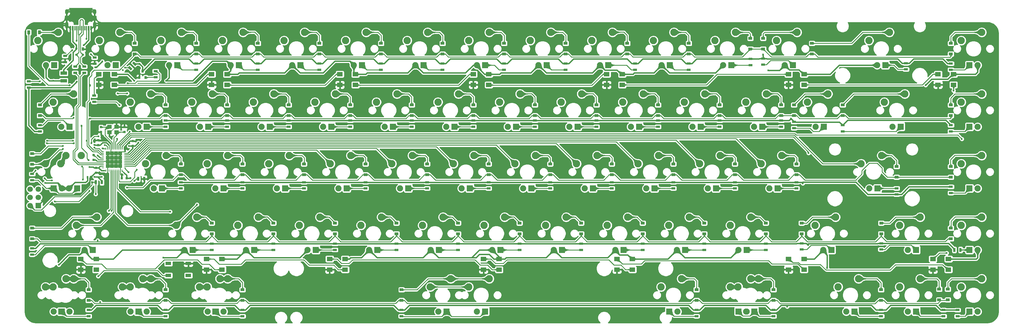
<source format=gbl>
G04 #@! TF.GenerationSoftware,KiCad,Pcbnew,(5.1.5)-3*
G04 #@! TF.CreationDate,2020-10-29T06:49:22-07:00*
G04 #@! TF.ProjectId,Voyager60,566f7961-6765-4723-9630-2e6b69636164,rev?*
G04 #@! TF.SameCoordinates,Original*
G04 #@! TF.FileFunction,Copper,L2,Bot*
G04 #@! TF.FilePolarity,Positive*
%FSLAX46Y46*%
G04 Gerber Fmt 4.6, Leading zero omitted, Abs format (unit mm)*
G04 Created by KiCad (PCBNEW (5.1.5)-3) date 2020-10-29 06:49:22*
%MOMM*%
%LPD*%
G04 APERTURE LIST*
%ADD10R,1.300000X0.700000*%
%ADD11R,1.800000X1.400000*%
%ADD12R,1.905000X1.905000*%
%ADD13C,1.905000*%
%ADD14C,2.250000*%
%ADD15C,1.700000*%
%ADD16R,1.700000X1.700000*%
%ADD17R,1.400000X1.200000*%
%ADD18R,0.700000X1.300000*%
%ADD19C,0.100000*%
%ADD20R,1.200000X0.900000*%
%ADD21R,0.900000X1.200000*%
%ADD22R,0.750000X0.800000*%
%ADD23R,0.800000X0.750000*%
%ADD24R,0.600000X1.450000*%
%ADD25R,0.300000X1.450000*%
%ADD26O,1.000000X2.100000*%
%ADD27O,1.000000X1.600000*%
%ADD28R,2.030000X1.140000*%
%ADD29R,0.800000X0.900000*%
%ADD30R,0.700000X0.600000*%
%ADD31R,0.700000X1.000000*%
%ADD32R,1.287500X1.287500*%
%ADD33R,0.250000X0.700000*%
%ADD34R,0.700000X0.250000*%
%ADD35R,1.800000X1.100000*%
%ADD36C,0.600000*%
%ADD37C,0.254000*%
%ADD38C,0.381000*%
%ADD39C,0.203200*%
%ADD40C,0.025400*%
G04 APERTURE END LIST*
D10*
X45407580Y-46281300D03*
X45407580Y-48181300D03*
D11*
X165875000Y-96775000D03*
X165875000Y-100075000D03*
X170675000Y-100075000D03*
X170675000Y-96775000D03*
D12*
X32861250Y-74930000D03*
D13*
X35401250Y-74930000D03*
D14*
X30321250Y-67310000D03*
X36671250Y-64770000D03*
D12*
X37782500Y-55880000D03*
D13*
X35242500Y-55880000D03*
D14*
X32702500Y-48260000D03*
X39052500Y-45720000D03*
D12*
X152082500Y-93980000D03*
D13*
X149542500Y-93980000D03*
D14*
X147002500Y-86360000D03*
X153352500Y-83820000D03*
D10*
X200822560Y-55874960D03*
X200822560Y-53974960D03*
D12*
X194945000Y-55880000D03*
D13*
X192405000Y-55880000D03*
D14*
X189865000Y-48260000D03*
X196215000Y-45720000D03*
D12*
X199707500Y-74930000D03*
D13*
X197167500Y-74930000D03*
D14*
X194627500Y-67310000D03*
X200977500Y-64770000D03*
D12*
X287813750Y-74930000D03*
D13*
X285273750Y-74930000D03*
D14*
X282733750Y-67310000D03*
X289083750Y-64770000D03*
D12*
X40163750Y-74930000D03*
D13*
X37623750Y-74930000D03*
D14*
X35083750Y-67310000D03*
X41433750Y-64770000D03*
D12*
X44926250Y-93980000D03*
D13*
X42386250Y-93980000D03*
D14*
X39846250Y-86360000D03*
X46196250Y-83820000D03*
D12*
X166370000Y-113030000D03*
D13*
X163830000Y-113030000D03*
D14*
X161290000Y-105410000D03*
X167640000Y-102870000D03*
D12*
X104457500Y-74930000D03*
D13*
X101917500Y-74930000D03*
D14*
X99377500Y-67310000D03*
X105727500Y-64770000D03*
D12*
X52070000Y-36830000D03*
D13*
X49530000Y-36830000D03*
D14*
X46990000Y-29210000D03*
X53340000Y-26670000D03*
D12*
X83026250Y-113030000D03*
D13*
X80486250Y-113030000D03*
D14*
X77946250Y-105410000D03*
X84296250Y-102870000D03*
D12*
X75882500Y-93980000D03*
D13*
X73342500Y-93980000D03*
D14*
X70802500Y-86360000D03*
X77152500Y-83820000D03*
D12*
X156845000Y-55880000D03*
D13*
X154305000Y-55880000D03*
D14*
X151765000Y-48260000D03*
X158115000Y-45720000D03*
D12*
X94932500Y-93980000D03*
D13*
X92392500Y-93980000D03*
D14*
X89852500Y-86360000D03*
X96202500Y-83820000D03*
D12*
X59055000Y-113030000D03*
D13*
X61595000Y-113030000D03*
D14*
X56515000Y-105410000D03*
X62865000Y-102870000D03*
D12*
X59213750Y-113030000D03*
D13*
X56673750Y-113030000D03*
D14*
X54133750Y-105410000D03*
X60483750Y-102870000D03*
D12*
X80645000Y-55880000D03*
D13*
X78105000Y-55880000D03*
D14*
X75565000Y-48260000D03*
X81915000Y-45720000D03*
D12*
X133032500Y-93980000D03*
D13*
X130492500Y-93980000D03*
D14*
X127952500Y-86360000D03*
X134302500Y-83820000D03*
D12*
X175895000Y-55880000D03*
D13*
X173355000Y-55880000D03*
D14*
X170815000Y-48260000D03*
X177165000Y-45720000D03*
D12*
X137795000Y-55880000D03*
D13*
X135255000Y-55880000D03*
D14*
X132715000Y-48260000D03*
X139065000Y-45720000D03*
D12*
X299720000Y-93980000D03*
D13*
X297180000Y-93980000D03*
D14*
X294640000Y-86360000D03*
X300990000Y-83820000D03*
D12*
X273526250Y-93980000D03*
D13*
X270986250Y-93980000D03*
D14*
X268446250Y-86360000D03*
X274796250Y-83820000D03*
D12*
X154463750Y-113030000D03*
D13*
X151923750Y-113030000D03*
D14*
X149383750Y-105410000D03*
X155733750Y-102870000D03*
D12*
X85407500Y-74930000D03*
D13*
X82867500Y-74930000D03*
D14*
X80327500Y-67310000D03*
X86677500Y-64770000D03*
D12*
X249713750Y-113030000D03*
D13*
X247173750Y-113030000D03*
D14*
X244633750Y-105410000D03*
X250983750Y-102870000D03*
D12*
X280670000Y-113030000D03*
D13*
X278130000Y-113030000D03*
D14*
X275590000Y-105410000D03*
X281940000Y-102870000D03*
D12*
X299720000Y-113030000D03*
D13*
X297180000Y-113030000D03*
D14*
X294640000Y-105410000D03*
X300990000Y-102870000D03*
D12*
X244792500Y-113030000D03*
D13*
X247332500Y-113030000D03*
D14*
X242252500Y-105410000D03*
X248602500Y-102870000D03*
D12*
X223361250Y-113030000D03*
D13*
X225901250Y-113030000D03*
D14*
X220821250Y-105410000D03*
X227171250Y-102870000D03*
D12*
X118745000Y-55880000D03*
D13*
X116205000Y-55880000D03*
D14*
X113665000Y-48260000D03*
X120015000Y-45720000D03*
D12*
X61595000Y-55880000D03*
D13*
X59055000Y-55880000D03*
D14*
X56515000Y-48260000D03*
X62865000Y-45720000D03*
D12*
X233045000Y-55880000D03*
D13*
X230505000Y-55880000D03*
D14*
X227965000Y-48260000D03*
X234315000Y-45720000D03*
D12*
X213995000Y-55880000D03*
D13*
X211455000Y-55880000D03*
D14*
X208915000Y-48260000D03*
X215265000Y-45720000D03*
D12*
X171132500Y-93980000D03*
D13*
X168592500Y-93980000D03*
D14*
X166052500Y-86360000D03*
X172402500Y-83820000D03*
D12*
X190182500Y-93980000D03*
D13*
X187642500Y-93980000D03*
D14*
X185102500Y-86360000D03*
X191452500Y-83820000D03*
D12*
X218757500Y-74930000D03*
D13*
X216217500Y-74930000D03*
D14*
X213677500Y-67310000D03*
X220027500Y-64770000D03*
D12*
X180657500Y-74930000D03*
D13*
X178117500Y-74930000D03*
D14*
X175577500Y-67310000D03*
X181927500Y-64770000D03*
D12*
X161607500Y-74930000D03*
D13*
X159067500Y-74930000D03*
D14*
X156527500Y-67310000D03*
X162877500Y-64770000D03*
D12*
X142557500Y-74930000D03*
D13*
X140017500Y-74930000D03*
D14*
X137477500Y-67310000D03*
X143827500Y-64770000D03*
D12*
X316230000Y-113030000D03*
D13*
X318770000Y-113030000D03*
D14*
X313690000Y-105410000D03*
X320040000Y-102870000D03*
D12*
X316230000Y-93980000D03*
D13*
X318770000Y-93980000D03*
D14*
X313690000Y-86360000D03*
X320040000Y-83820000D03*
D12*
X316230000Y-74930000D03*
D13*
X318770000Y-74930000D03*
D14*
X313690000Y-67310000D03*
X320040000Y-64770000D03*
D12*
X316230000Y-55880000D03*
D13*
X318770000Y-55880000D03*
D14*
X313690000Y-48260000D03*
X320040000Y-45720000D03*
D12*
X316230000Y-36830000D03*
D13*
X318770000Y-36830000D03*
D14*
X313690000Y-29210000D03*
X320040000Y-26670000D03*
D12*
X123507500Y-74930000D03*
D13*
X120967500Y-74930000D03*
D14*
X118427500Y-67310000D03*
X124777500Y-64770000D03*
D12*
X33020000Y-36830000D03*
D13*
X30480000Y-36830000D03*
D14*
X27940000Y-29210000D03*
X34290000Y-26670000D03*
D12*
X99695000Y-55880000D03*
D13*
X97155000Y-55880000D03*
D14*
X94615000Y-48260000D03*
X100965000Y-45720000D03*
D12*
X35242500Y-113030000D03*
D13*
X37782500Y-113030000D03*
D14*
X32702500Y-105410000D03*
X39052500Y-102870000D03*
D12*
X35401250Y-113030000D03*
D13*
X32861250Y-113030000D03*
D14*
X30321250Y-105410000D03*
X36671250Y-102870000D03*
D12*
X113982500Y-93980000D03*
D13*
X111442500Y-93980000D03*
D14*
X108902500Y-86360000D03*
X115252500Y-83820000D03*
D12*
X290195000Y-36830000D03*
D13*
X287655000Y-36830000D03*
D14*
X285115000Y-29210000D03*
X291465000Y-26670000D03*
D12*
X82867500Y-113030000D03*
D13*
X85407500Y-113030000D03*
D14*
X80327500Y-105410000D03*
X86677500Y-102870000D03*
D12*
X66357500Y-74930000D03*
D13*
X63817500Y-74930000D03*
D14*
X61277500Y-67310000D03*
X67627500Y-64770000D03*
D12*
X271145000Y-55880000D03*
D13*
X268605000Y-55880000D03*
D14*
X266065000Y-48260000D03*
X272415000Y-45720000D03*
D12*
X294957500Y-55880000D03*
D13*
X292417500Y-55880000D03*
D14*
X289877500Y-48260000D03*
X296227500Y-45720000D03*
D12*
X252095000Y-55880000D03*
D13*
X249555000Y-55880000D03*
D14*
X247015000Y-48260000D03*
X253365000Y-45720000D03*
D12*
X261620000Y-36830000D03*
D13*
X259080000Y-36830000D03*
D14*
X256540000Y-29210000D03*
X262890000Y-26670000D03*
D12*
X237807500Y-74930000D03*
D13*
X235267500Y-74930000D03*
D14*
X232727500Y-67310000D03*
X239077500Y-64770000D03*
D12*
X247332500Y-93980000D03*
D13*
X244792500Y-93980000D03*
D14*
X242252500Y-86360000D03*
X248602500Y-83820000D03*
D12*
X242570000Y-36830000D03*
D13*
X240030000Y-36830000D03*
D14*
X237490000Y-29210000D03*
X243840000Y-26670000D03*
D12*
X256857500Y-74930000D03*
D13*
X254317500Y-74930000D03*
D14*
X251777500Y-67310000D03*
X258127500Y-64770000D03*
D12*
X223520000Y-36830000D03*
D13*
X220980000Y-36830000D03*
D14*
X218440000Y-29210000D03*
X224790000Y-26670000D03*
D12*
X204470000Y-36830000D03*
D13*
X201930000Y-36830000D03*
D14*
X199390000Y-29210000D03*
X205740000Y-26670000D03*
D12*
X185420000Y-36830000D03*
D13*
X182880000Y-36830000D03*
D14*
X180340000Y-29210000D03*
X186690000Y-26670000D03*
D12*
X166370000Y-36830000D03*
D13*
X163830000Y-36830000D03*
D14*
X161290000Y-29210000D03*
X167640000Y-26670000D03*
D12*
X147320000Y-36830000D03*
D13*
X144780000Y-36830000D03*
D14*
X142240000Y-29210000D03*
X148590000Y-26670000D03*
D12*
X128270000Y-36830000D03*
D13*
X125730000Y-36830000D03*
D14*
X123190000Y-29210000D03*
X129540000Y-26670000D03*
D12*
X109220000Y-36830000D03*
D13*
X106680000Y-36830000D03*
D14*
X104140000Y-29210000D03*
X110490000Y-26670000D03*
D12*
X90170000Y-36830000D03*
D13*
X87630000Y-36830000D03*
D14*
X85090000Y-29210000D03*
X91440000Y-26670000D03*
D12*
X71120000Y-36830000D03*
D13*
X68580000Y-36830000D03*
D14*
X66040000Y-29210000D03*
X72390000Y-26670000D03*
D12*
X209232500Y-93980000D03*
D13*
X206692500Y-93980000D03*
D14*
X204152500Y-86360000D03*
X210502500Y-83820000D03*
D12*
X228282500Y-93980000D03*
D13*
X225742500Y-93980000D03*
D14*
X223202500Y-86360000D03*
X229552500Y-83820000D03*
D15*
X25580000Y-75160000D03*
X28120000Y-75160000D03*
X25580000Y-77700000D03*
X28120000Y-77700000D03*
X25580000Y-80240000D03*
D16*
X28120000Y-80240000D03*
D17*
X52281000Y-55919000D03*
X50081000Y-55919000D03*
X50081000Y-57619000D03*
X52281000Y-57619000D03*
D10*
X312550000Y-114470000D03*
X312550000Y-112570000D03*
X45504100Y-36408400D03*
X45504100Y-34508400D03*
X36360100Y-35875000D03*
X36360100Y-33975000D03*
X91281250Y-114456250D03*
X91281250Y-112556250D03*
D18*
X60894000Y-72009000D03*
X58994000Y-72009000D03*
X47781250Y-73025000D03*
X45881250Y-73025000D03*
D10*
X64389000Y-40574000D03*
X64389000Y-38674000D03*
X42291000Y-39177000D03*
X42291000Y-37277000D03*
X39497000Y-39177000D03*
X39497000Y-37277000D03*
D18*
X313471600Y-93964760D03*
X311571600Y-93964760D03*
D10*
X308212500Y-114456250D03*
X308212500Y-112556250D03*
X255587500Y-114456250D03*
X255587500Y-112556250D03*
X231775000Y-114456250D03*
X231775000Y-112556250D03*
X310492500Y-76356250D03*
X310492500Y-74456250D03*
X140493750Y-114456250D03*
X140493750Y-112556250D03*
X67468750Y-114456250D03*
X67468750Y-112556250D03*
X43656250Y-114456250D03*
X43656250Y-112556250D03*
X310492500Y-57306250D03*
X310492500Y-55406250D03*
X288925000Y-93818750D03*
X288925000Y-91918750D03*
X264318750Y-93818750D03*
X264318750Y-91918750D03*
X253215140Y-93957180D03*
X253215140Y-92057180D03*
X234165140Y-93957180D03*
X234165140Y-92057180D03*
X215115140Y-93957180D03*
X215115140Y-92057180D03*
X196065140Y-93957180D03*
X196065140Y-92057180D03*
X177015140Y-93957180D03*
X177015140Y-92057180D03*
X157965140Y-93957180D03*
X157965140Y-92057180D03*
X138915140Y-93957180D03*
X138915140Y-92057180D03*
X119865140Y-93957180D03*
X119865140Y-92057180D03*
X100815140Y-93957180D03*
X100815140Y-92057180D03*
X81765140Y-93957180D03*
X81765140Y-92057180D03*
X26193750Y-95406250D03*
X26193750Y-93506250D03*
X293692580Y-74917260D03*
X293692580Y-76817260D03*
X262704580Y-74940200D03*
X262704580Y-73040200D03*
X243654580Y-74940200D03*
X243654580Y-73040200D03*
X224604580Y-74940200D03*
X224604580Y-73040200D03*
X205554580Y-74940200D03*
X205554580Y-73040200D03*
X186504580Y-74940200D03*
X186504580Y-73040200D03*
X167454580Y-74940200D03*
X167454580Y-73040200D03*
X148404580Y-73040200D03*
X148404580Y-74940200D03*
X129354580Y-74940200D03*
X129354580Y-73040200D03*
X110304580Y-74940200D03*
X110304580Y-73040200D03*
X91254580Y-74940200D03*
X91254580Y-73040200D03*
X72204580Y-74940200D03*
X72204580Y-73040200D03*
X26193750Y-72387500D03*
X26193750Y-70487500D03*
X288900000Y-114456250D03*
X288900000Y-112556250D03*
X277018750Y-57306250D03*
X277018750Y-55406250D03*
X261968750Y-56306250D03*
X261968750Y-54406250D03*
X257972560Y-55874960D03*
X257972560Y-53974960D03*
X238922560Y-55874960D03*
X238922560Y-53974960D03*
X219872560Y-55874960D03*
X219872560Y-53974960D03*
X181772560Y-55874960D03*
X181772560Y-53974960D03*
X162722560Y-55874960D03*
X162722560Y-53974960D03*
X143672560Y-55874960D03*
X143672560Y-53974960D03*
X124622560Y-55874960D03*
X124622560Y-53974960D03*
X105572560Y-55874960D03*
X105572560Y-53974960D03*
X86522560Y-55874960D03*
X86522560Y-53974960D03*
X67472560Y-55874960D03*
X67472560Y-53974960D03*
X28575000Y-55406250D03*
X28575000Y-57306250D03*
X310492500Y-38256250D03*
X310492500Y-36356250D03*
X296590720Y-38130520D03*
X296590720Y-36230520D03*
X252412500Y-36668750D03*
X252412500Y-34768750D03*
X248470420Y-36830040D03*
X248470420Y-34930040D03*
X229393750Y-38256250D03*
X229393750Y-36356250D03*
X212725000Y-38256250D03*
X212725000Y-36356250D03*
X191293750Y-38256250D03*
X191293750Y-36356250D03*
X172243750Y-38256250D03*
X172243750Y-36356250D03*
X153193750Y-38256250D03*
X153193750Y-36356250D03*
X134143750Y-38256250D03*
X134143750Y-36356250D03*
X115093750Y-38256250D03*
X115093750Y-36356250D03*
X96043750Y-38256250D03*
X96043750Y-36356250D03*
X76993750Y-38256250D03*
X76993750Y-36356250D03*
G04 #@! TA.AperFunction,SMDPad,CuDef*
D19*
G36*
X56725941Y-38457778D02*
G01*
X55806702Y-37538539D01*
X56301677Y-37043564D01*
X57220916Y-37962803D01*
X56725941Y-38457778D01*
G37*
G04 #@! TD.AperFunction*
G04 #@! TA.AperFunction,SMDPad,CuDef*
G36*
X58069443Y-37114276D02*
G01*
X57150204Y-36195037D01*
X57645179Y-35700062D01*
X58564418Y-36619301D01*
X58069443Y-37114276D01*
G37*
G04 #@! TD.AperFunction*
D10*
X25107900Y-41861700D03*
X25107900Y-43761700D03*
D20*
X309559960Y-109419660D03*
X309559960Y-106119660D03*
X91281250Y-109600000D03*
X91281250Y-106300000D03*
X310492500Y-90556250D03*
X310492500Y-87256250D03*
X306867560Y-109419660D03*
X306867560Y-106119660D03*
X255587500Y-109600000D03*
X255587500Y-106300000D03*
X231775000Y-109600000D03*
X231775000Y-106300000D03*
X310492500Y-71506250D03*
X310492500Y-68206250D03*
X140493750Y-109600000D03*
X140493750Y-106300000D03*
X67468750Y-109600000D03*
X67468750Y-106300000D03*
X43656250Y-109600000D03*
X43656250Y-106300000D03*
X310492500Y-52456250D03*
X310492500Y-49156250D03*
X288925000Y-88962500D03*
X288925000Y-85662500D03*
X264318750Y-88962500D03*
X264318750Y-85662500D03*
X253206250Y-88962500D03*
X253206250Y-85662500D03*
X234156250Y-88962500D03*
X234156250Y-85662500D03*
X215106250Y-88962500D03*
X215106250Y-85662500D03*
X196056250Y-88962500D03*
X196056250Y-85662500D03*
X177006250Y-88962500D03*
X177006250Y-85662500D03*
X157956250Y-88962500D03*
X157956250Y-85662500D03*
X138906250Y-88962500D03*
X138906250Y-85662500D03*
X119856250Y-88962500D03*
X119856250Y-85662500D03*
X100806250Y-88962500D03*
X100806250Y-85662500D03*
X81756250Y-88962500D03*
X81756250Y-85662500D03*
X26193750Y-90550000D03*
X26193750Y-87250000D03*
X293687500Y-71500000D03*
X293687500Y-68200000D03*
X262731250Y-70706250D03*
X262731250Y-67406250D03*
X243681250Y-70706250D03*
X243681250Y-67406250D03*
X224631250Y-70706250D03*
X224631250Y-67406250D03*
X205581250Y-70706250D03*
X205581250Y-67406250D03*
X186531250Y-70706250D03*
X186531250Y-67406250D03*
X167481250Y-70706250D03*
X167481250Y-67406250D03*
X148431250Y-67406250D03*
X148431250Y-70706250D03*
X129381250Y-70706250D03*
X129381250Y-67406250D03*
X110331250Y-70706250D03*
X110331250Y-67406250D03*
X91281250Y-70706250D03*
X91281250Y-67406250D03*
X72231250Y-70706250D03*
X72231250Y-67406250D03*
X26193750Y-64231250D03*
X26193750Y-67531250D03*
X288900000Y-109600000D03*
X288900000Y-106300000D03*
X277018750Y-52450000D03*
X277018750Y-49150000D03*
X261937500Y-52450000D03*
X261937500Y-49150000D03*
X257968750Y-52450000D03*
X257968750Y-49150000D03*
X238918750Y-52450000D03*
X238918750Y-49150000D03*
X219868750Y-52450000D03*
X219868750Y-49150000D03*
X200818750Y-52450000D03*
X200818750Y-49150000D03*
X181768750Y-52450000D03*
X181768750Y-49150000D03*
X162718750Y-52450000D03*
X162718750Y-49150000D03*
X143668750Y-52450000D03*
X143668750Y-49150000D03*
X124618750Y-52450000D03*
X124618750Y-49150000D03*
X105568750Y-52450000D03*
X105568750Y-49150000D03*
X86518750Y-52450000D03*
X86518750Y-49150000D03*
X67468750Y-52450000D03*
X67468750Y-49150000D03*
X28575000Y-52450000D03*
X28575000Y-49150000D03*
X310492500Y-33406250D03*
X310492500Y-30106250D03*
X267493750Y-33400000D03*
X267493750Y-30100000D03*
X252412500Y-31812500D03*
X252412500Y-28512500D03*
X248443750Y-31812500D03*
X248443750Y-28512500D03*
X229393750Y-33400000D03*
X229393750Y-30100000D03*
X210343750Y-33400000D03*
X210343750Y-30100000D03*
X191293750Y-33400000D03*
X191293750Y-30100000D03*
X172243750Y-33400000D03*
X172243750Y-30100000D03*
X153193750Y-33400000D03*
X153193750Y-30100000D03*
X134143750Y-33400000D03*
X134143750Y-30100000D03*
X115093750Y-33400000D03*
X115093750Y-30100000D03*
X96043750Y-33400000D03*
X96043750Y-30100000D03*
X76993750Y-33400000D03*
X76993750Y-30100000D03*
X57943750Y-33400000D03*
X57943750Y-30100000D03*
D21*
X25121600Y-26682700D03*
X28421600Y-26682700D03*
D22*
X47498000Y-57519000D03*
X47498000Y-56019000D03*
X54737000Y-56019000D03*
X54737000Y-57519000D03*
X45212000Y-66155000D03*
X45212000Y-64655000D03*
D23*
X55423500Y-71786750D03*
X53923500Y-71786750D03*
D22*
X46609000Y-61583000D03*
X46609000Y-60083000D03*
X57277000Y-61837000D03*
X57277000Y-60337000D03*
X45974000Y-68592000D03*
X45974000Y-70092000D03*
D24*
X44442600Y-25422500D03*
X37992600Y-25422500D03*
X43667600Y-25422500D03*
X38767600Y-25422500D03*
D25*
X39467600Y-25422500D03*
X42967600Y-25422500D03*
X39967600Y-25422500D03*
X42467600Y-25422500D03*
X40467600Y-25422500D03*
X41967600Y-25422500D03*
X41467600Y-25422500D03*
X40967600Y-25422500D03*
D26*
X36897600Y-24507500D03*
X45537600Y-24507500D03*
D27*
X36897600Y-20327500D03*
X45537600Y-20327500D03*
D28*
X35941000Y-39281250D03*
X35941000Y-41681250D03*
D29*
X60325000Y-38687500D03*
X59375000Y-40687500D03*
X61275000Y-40687500D03*
D30*
X39894000Y-33589000D03*
X41894000Y-33589000D03*
X39894000Y-31689000D03*
D31*
X41894000Y-31889000D03*
D32*
X49573559Y-67995403D03*
X49573559Y-66707903D03*
X49573559Y-65420403D03*
X49573559Y-64132903D03*
X50861059Y-67995403D03*
X50861059Y-66707903D03*
X50861059Y-65420403D03*
X50861059Y-64132903D03*
X52148559Y-67995403D03*
X52148559Y-66707903D03*
X52148559Y-65420403D03*
X52148559Y-64132903D03*
X53436059Y-67995403D03*
X53436059Y-66707903D03*
X53436059Y-65420403D03*
X53436059Y-64132903D03*
D33*
X49004809Y-69464153D03*
X49504809Y-69464153D03*
X50004809Y-69464153D03*
X50504809Y-69464153D03*
X51004809Y-69464153D03*
X51504809Y-69464153D03*
X52004809Y-69464153D03*
X52504809Y-69464153D03*
X53004809Y-69464153D03*
X53504809Y-69464153D03*
X54004809Y-69464153D03*
D34*
X54904809Y-68564153D03*
X54904809Y-68064153D03*
X54904809Y-67564153D03*
X54904809Y-67064153D03*
X54904809Y-66564153D03*
X54904809Y-66064153D03*
X54904809Y-65564153D03*
X54904809Y-65064153D03*
X54904809Y-64564153D03*
X54904809Y-64064153D03*
X54904809Y-63564153D03*
D33*
X54004809Y-62664153D03*
X53504809Y-62664153D03*
X53004809Y-62664153D03*
X52504809Y-62664153D03*
X52004809Y-62664153D03*
X51504809Y-62664153D03*
X51004809Y-62664153D03*
X50504809Y-62664153D03*
X50004809Y-62664153D03*
X49504809Y-62664153D03*
X49004809Y-62664153D03*
D34*
X48104809Y-63564153D03*
X48104809Y-64064153D03*
X48104809Y-64564153D03*
X48104809Y-65064153D03*
X48104809Y-65564153D03*
X48104809Y-66064153D03*
X48104809Y-66564153D03*
X48104809Y-67064153D03*
X48104809Y-67564153D03*
X48104809Y-68064153D03*
X48104809Y-68564153D03*
D35*
X68337500Y-98162500D03*
X74537500Y-101862500D03*
X68337500Y-101862500D03*
X74537500Y-98162500D03*
D11*
X51612500Y-39625000D03*
X51612500Y-42925000D03*
X46812500Y-42925000D03*
X46812500Y-39625000D03*
X304937500Y-96775000D03*
X304937500Y-100075000D03*
X309737500Y-100075000D03*
X309737500Y-96775000D03*
X86537500Y-39625000D03*
X86537500Y-42925000D03*
X81737500Y-42925000D03*
X81737500Y-39625000D03*
X260250000Y-96775000D03*
X260250000Y-100075000D03*
X265050000Y-100075000D03*
X265050000Y-96775000D03*
X126225000Y-39625000D03*
X126225000Y-42925000D03*
X121425000Y-42925000D03*
X121425000Y-39625000D03*
X211950000Y-96775000D03*
X211950000Y-100075000D03*
X207150000Y-100075000D03*
X207150000Y-96775000D03*
X167500000Y-39625000D03*
X167500000Y-42925000D03*
X162700000Y-42925000D03*
X162700000Y-39625000D03*
X208775000Y-39625000D03*
X208775000Y-42925000D03*
X203975000Y-42925000D03*
X203975000Y-39625000D03*
X118250000Y-96775000D03*
X118250000Y-100075000D03*
X123050000Y-100075000D03*
X123050000Y-96775000D03*
X265050000Y-39625000D03*
X265050000Y-42925000D03*
X260250000Y-42925000D03*
X260250000Y-39625000D03*
X84950000Y-96775000D03*
X84950000Y-100075000D03*
X80150000Y-100075000D03*
X80150000Y-96775000D03*
X306525000Y-39625000D03*
X306525000Y-42925000D03*
X311325000Y-42925000D03*
X311325000Y-39625000D03*
X46056250Y-96775000D03*
X46056250Y-100075000D03*
X41256250Y-100075000D03*
X41256250Y-96775000D03*
D36*
X35687000Y-62738000D03*
X54305200Y-38341300D03*
X54983380Y-37607240D03*
X28570200Y-41859200D03*
X38850000Y-60200000D03*
X43057800Y-60220000D03*
X30807165Y-60198839D03*
X44069000Y-43053000D03*
X37846000Y-43053000D03*
X38989000Y-53086000D03*
X44069000Y-53340000D03*
X33175381Y-79024619D03*
X43950000Y-75700000D03*
X41910000Y-72265238D03*
X41470300Y-55550000D03*
X43640861Y-66211901D03*
X41650000Y-68198363D03*
X55499000Y-74676000D03*
X32300000Y-72450000D03*
X30050000Y-71800000D03*
X35687000Y-61849000D03*
X45466000Y-62357000D03*
X49911000Y-81915000D03*
X46482000Y-91059000D03*
X50800000Y-81915000D03*
X47244000Y-110109000D03*
X58547000Y-69215000D03*
X52628800Y-45588200D03*
X55628800Y-45588200D03*
X45466000Y-71374000D03*
X46482000Y-64770000D03*
X47752000Y-71374000D03*
X56642000Y-71755000D03*
X45466000Y-61468000D03*
X43942000Y-68326000D03*
X56134000Y-61849000D03*
X272160000Y-99572800D03*
X34428381Y-98538381D03*
X30227119Y-73277881D03*
X43307000Y-71374000D03*
X67678300Y-41643300D03*
X66802000Y-96393000D03*
X59055000Y-60820300D03*
X32778850Y-41681250D03*
X302676100Y-42994300D03*
X57785000Y-41656000D03*
X254000000Y-38481000D03*
X77203300Y-79959200D03*
X68922119Y-82127881D03*
X266446000Y-64008000D03*
X252349000Y-33528000D03*
X264668000Y-73406000D03*
X259842000Y-111506000D03*
X261022500Y-53377500D03*
X266319000Y-92456000D03*
X59436000Y-36449000D03*
X40009800Y-41922700D03*
X47891700Y-35687000D03*
X45745400Y-37541200D03*
X57150000Y-73406000D03*
X49784000Y-73406000D03*
X49060100Y-41546780D03*
X57978040Y-39740840D03*
X39894000Y-30661100D03*
X42125900Y-30619700D03*
X48006000Y-62611000D03*
X55714900Y-42422800D03*
X44704000Y-73025000D03*
X48641000Y-61595000D03*
X45847000Y-76708000D03*
X46609000Y-102108000D03*
X57785000Y-72644000D03*
X56007000Y-69977000D03*
X38619546Y-32154414D03*
X39966900Y-29311600D03*
X44348400Y-33413700D03*
X42967600Y-28746500D03*
X309201820Y-94919800D03*
X311322720Y-44721780D03*
X30749940Y-61000000D03*
X39120800Y-61000000D03*
X44550000Y-60950000D03*
X46750000Y-58850000D03*
X52500000Y-59600000D03*
X27221780Y-69476020D03*
X313890000Y-59660000D03*
X53217800Y-49220120D03*
X56392800Y-57400000D03*
D37*
X34277300Y-26682700D02*
X34290000Y-26670000D01*
X28421600Y-26682700D02*
X34277300Y-26682700D01*
X57923430Y-30072060D02*
X57923430Y-27633930D01*
X56931560Y-26642060D02*
X53319680Y-26642060D01*
X57923430Y-27633930D02*
X56931560Y-26642060D01*
X76032360Y-26642060D02*
X72420480Y-26642060D01*
X77024230Y-27633930D02*
X76032360Y-26642060D01*
X77024230Y-30072060D02*
X77024230Y-27633930D01*
X95092520Y-26626820D02*
X91480640Y-26626820D01*
X96084390Y-27618690D02*
X95092520Y-26626820D01*
X96084390Y-30056820D02*
X96084390Y-27618690D01*
X114104420Y-26659840D02*
X110492540Y-26659840D01*
X115096290Y-27651710D02*
X114104420Y-26659840D01*
X115096290Y-30089840D02*
X115096290Y-27651710D01*
X133200140Y-26642060D02*
X129588260Y-26642060D01*
X134192010Y-27633930D02*
X133200140Y-26642060D01*
X134192010Y-30072060D02*
X134192010Y-27633930D01*
X152260300Y-26675080D02*
X148648420Y-26675080D01*
X153252170Y-27666950D02*
X152260300Y-26675080D01*
X153252170Y-30105080D02*
X153252170Y-27666950D01*
X171272200Y-26642060D02*
X167660320Y-26642060D01*
X172264070Y-27633930D02*
X171272200Y-26642060D01*
X172264070Y-30072060D02*
X172264070Y-27633930D01*
X190332360Y-26642060D02*
X186720480Y-26642060D01*
X191324230Y-27633930D02*
X190332360Y-26642060D01*
X191324230Y-30072060D02*
X191324230Y-27633930D01*
X209329020Y-26611580D02*
X205717140Y-26611580D01*
X210320890Y-27603450D02*
X209329020Y-26611580D01*
X210320890Y-30041580D02*
X210320890Y-27603450D01*
X229393750Y-30100000D02*
X229393750Y-27661870D01*
X228401880Y-26670000D02*
X224790000Y-26670000D01*
X229393750Y-27661870D02*
X228401880Y-26670000D01*
X248443750Y-28512500D02*
X248443750Y-27171650D01*
X247942100Y-26670000D02*
X243840000Y-26670000D01*
X248443750Y-27171650D02*
X247942100Y-26670000D01*
X252398530Y-28464240D02*
X252398530Y-27123390D01*
X252851920Y-26670000D02*
X252398530Y-27123390D01*
X262890000Y-26670000D02*
X252851920Y-26670000D01*
X279800000Y-30100000D02*
X267493750Y-30100000D01*
X283230000Y-26670000D02*
X279800000Y-30100000D01*
X291465000Y-26670000D02*
X283230000Y-26670000D01*
X32005000Y-45720000D02*
X28575000Y-49150000D01*
X32005000Y-45720000D02*
X39052500Y-45720000D01*
X66446400Y-45709840D02*
X62834520Y-45709840D01*
X67438270Y-46701710D02*
X66446400Y-45709840D01*
X67438270Y-49139840D02*
X67438270Y-46701710D01*
X85572600Y-45709840D02*
X81960720Y-45709840D01*
X86564470Y-46701710D02*
X85572600Y-45709840D01*
X86564470Y-49139840D02*
X86564470Y-46701710D01*
X104620060Y-45709840D02*
X101008180Y-45709840D01*
X105611930Y-46701710D02*
X104620060Y-45709840D01*
X105611930Y-49139840D02*
X105611930Y-46701710D01*
X123626880Y-45709840D02*
X120015000Y-45709840D01*
X124618750Y-46701710D02*
X123626880Y-45709840D01*
X124618750Y-49139840D02*
X124618750Y-46701710D01*
X142633700Y-45709840D02*
X139021820Y-45709840D01*
X143625570Y-46701710D02*
X142633700Y-45709840D01*
X143625570Y-49139840D02*
X143625570Y-46701710D01*
X161719260Y-45709840D02*
X158107380Y-45709840D01*
X162711130Y-46701710D02*
X161719260Y-45709840D01*
X162711130Y-49139840D02*
X162711130Y-46701710D01*
X180766720Y-45671740D02*
X177154840Y-45671740D01*
X181758590Y-46663610D02*
X180766720Y-45671740D01*
X181758590Y-49101740D02*
X181758590Y-46663610D01*
X199773540Y-45631100D02*
X196161660Y-45631100D01*
X200765410Y-46622970D02*
X199773540Y-45631100D01*
X200765410Y-49061100D02*
X200765410Y-46622970D01*
X218899740Y-45671740D02*
X215287860Y-45671740D01*
X219891610Y-46663610D02*
X218899740Y-45671740D01*
X219891610Y-49101740D02*
X219891610Y-46663610D01*
X237906560Y-45671740D02*
X234294680Y-45671740D01*
X238898430Y-46663610D02*
X237906560Y-45671740D01*
X238898430Y-49101740D02*
X238898430Y-46663610D01*
X256913380Y-45631100D02*
X253301500Y-45631100D01*
X257905250Y-46622970D02*
X256913380Y-45631100D01*
X257905250Y-49061100D02*
X257905250Y-46622970D01*
X265368270Y-45719230D02*
X272415000Y-45719230D01*
X265368270Y-45719230D02*
X261937500Y-49150000D01*
X296187500Y-46300000D02*
X296109000Y-46300000D01*
X280446345Y-45722405D02*
X277018750Y-49150000D01*
X280446345Y-45722405D02*
X296227500Y-45722405D01*
X288852620Y-104131120D02*
X288852620Y-106274600D01*
X281940000Y-102870000D02*
X287591500Y-102870000D01*
X287591500Y-102870000D02*
X288852620Y-104131120D01*
X26193750Y-67531250D02*
X29950000Y-67531250D01*
X35387001Y-63037999D02*
X35687000Y-62738000D01*
X34593251Y-63037999D02*
X30321250Y-67310000D01*
X35387001Y-63037999D02*
X34593251Y-63037999D01*
X72231250Y-67406250D02*
X72231250Y-65485010D01*
X71516240Y-64770000D02*
X67627500Y-64770000D01*
X72231250Y-65485010D02*
X71516240Y-64770000D01*
X91321890Y-67378310D02*
X91321890Y-65457070D01*
X90606880Y-64742060D02*
X86718140Y-64742060D01*
X91321890Y-65457070D02*
X90606880Y-64742060D01*
X110371890Y-67378310D02*
X110371890Y-65457070D01*
X109656880Y-64742060D02*
X105768140Y-64742060D01*
X110371890Y-65457070D02*
X109656880Y-64742060D01*
X129388870Y-67411330D02*
X129388870Y-65490090D01*
X128673860Y-64775080D02*
X124785120Y-64775080D01*
X129388870Y-65490090D02*
X128673860Y-64775080D01*
X148504910Y-67378310D02*
X148504910Y-65457070D01*
X147789900Y-64742060D02*
X143901160Y-64742060D01*
X148504910Y-65457070D02*
X147789900Y-64742060D01*
X167519350Y-67411330D02*
X167519350Y-65490090D01*
X166804340Y-64775080D02*
X162915600Y-64775080D01*
X167519350Y-65490090D02*
X166804340Y-64775080D01*
X186536330Y-67411330D02*
X186536330Y-65490090D01*
X185821320Y-64775080D02*
X181932580Y-64775080D01*
X186536330Y-65490090D02*
X185821320Y-64775080D01*
X205619350Y-67378310D02*
X205619350Y-65457070D01*
X204904340Y-64742060D02*
X201015600Y-64742060D01*
X205619350Y-65457070D02*
X204904340Y-64742060D01*
X224633790Y-67345290D02*
X224633790Y-65424050D01*
X223918780Y-64709040D02*
X220030040Y-64709040D01*
X224633790Y-65424050D02*
X223918780Y-64709040D01*
X243716810Y-67378310D02*
X243716810Y-65457070D01*
X243001800Y-64742060D02*
X239113060Y-64742060D01*
X243716810Y-65457070D02*
X243001800Y-64742060D01*
X262766810Y-67411330D02*
X262766810Y-65490090D01*
X262051800Y-64775080D02*
X258163060Y-64775080D01*
X262766810Y-65490090D02*
X262051800Y-64775080D01*
X293687500Y-68200000D02*
X293687500Y-66344800D01*
X292112700Y-64770000D02*
X289083750Y-64770000D01*
X293687500Y-66344800D02*
X292112700Y-64770000D01*
X35270000Y-87250000D02*
X26193750Y-87250000D01*
X38721310Y-83798690D02*
X46196250Y-83798690D01*
X38721310Y-83798690D02*
X35270000Y-87250000D01*
X79931530Y-83820000D02*
X77170280Y-83820000D01*
X81774030Y-85662500D02*
X79931530Y-83820000D01*
X98991690Y-83764120D02*
X96230440Y-83764120D01*
X100834190Y-85606620D02*
X98991690Y-83764120D01*
X118079790Y-83792060D02*
X115318540Y-83792060D01*
X119922290Y-85634560D02*
X118079790Y-83792060D01*
X137084070Y-83764120D02*
X134322820Y-83764120D01*
X138926570Y-85606620D02*
X137084070Y-83764120D01*
X156172170Y-83792060D02*
X153410920Y-83792060D01*
X158014670Y-85634560D02*
X156172170Y-83792060D01*
X175234870Y-83764120D02*
X172473620Y-83764120D01*
X177077370Y-85606620D02*
X175234870Y-83764120D01*
X194239150Y-83792060D02*
X191477900Y-83792060D01*
X196081650Y-85634560D02*
X194239150Y-83792060D01*
X213327250Y-83820000D02*
X210566000Y-83820000D01*
X215169750Y-85662500D02*
X213327250Y-83820000D01*
X232387410Y-83792060D02*
X229626160Y-83792060D01*
X234229910Y-85634560D02*
X232387410Y-83792060D01*
X251363750Y-83820000D02*
X248602500Y-83820000D01*
X253206250Y-85662500D02*
X251363750Y-83820000D01*
X264318750Y-85662500D02*
X265883660Y-85662500D01*
X267726160Y-83820000D02*
X274796250Y-83820000D01*
X265883660Y-85662500D02*
X267726160Y-83820000D01*
X300950000Y-84400000D02*
X300935000Y-84400000D01*
X288925000Y-85662500D02*
X291568140Y-85662500D01*
X293410640Y-83820000D02*
X300990000Y-83820000D01*
X291568140Y-85662500D02*
X293410640Y-83820000D01*
X310441700Y-47002340D02*
X311734200Y-45709840D01*
X311734200Y-45709840D02*
X319989200Y-45709840D01*
X310441700Y-49146090D02*
X310441700Y-47002340D01*
X43701970Y-104062530D02*
X43701970Y-106312700D01*
X39098220Y-102882700D02*
X42522140Y-102882700D01*
X42522140Y-102882700D02*
X43701970Y-104062530D01*
X37251250Y-103450000D02*
X36671250Y-102870000D01*
X36671250Y-102870000D02*
X39052500Y-102870000D01*
X62865000Y-102870000D02*
X65877440Y-102870000D01*
X67468750Y-104461310D02*
X67468750Y-106300000D01*
X65877440Y-102870000D02*
X67468750Y-104461310D01*
X60483750Y-102870000D02*
X62865000Y-102870000D01*
X167600000Y-103450000D02*
X167585000Y-103450000D01*
X155733750Y-102870000D02*
X167640000Y-102870000D01*
X140493750Y-106300000D02*
X145292080Y-106300000D01*
X148722080Y-102870000D02*
X155733750Y-102870000D01*
X145292080Y-106300000D02*
X148722080Y-102870000D01*
X310418840Y-66011700D02*
X311711340Y-64719200D01*
X311711340Y-64719200D02*
X319966340Y-64719200D01*
X310418840Y-68155450D02*
X310418840Y-66011700D01*
X231775000Y-106300000D02*
X231775000Y-103596440D01*
X231048560Y-102870000D02*
X227171250Y-102870000D01*
X231775000Y-103596440D02*
X231048560Y-102870000D01*
X248562500Y-103450000D02*
X248484000Y-103450000D01*
X250983750Y-102870000D02*
X254762000Y-102870000D01*
X255587500Y-103695500D02*
X255587500Y-106300000D01*
X254762000Y-102870000D02*
X255587500Y-103695500D01*
X248602500Y-102870000D02*
X250983750Y-102870000D01*
X300990000Y-102870000D02*
X306156360Y-102870000D01*
X306867560Y-103581200D02*
X306867560Y-106119660D01*
X306156360Y-102870000D02*
X306867560Y-103581200D01*
X56370378Y-37607240D02*
X56513809Y-37750671D01*
X54983380Y-37607240D02*
X56370378Y-37607240D01*
X72546250Y-38256250D02*
X71120000Y-36830000D01*
X76993750Y-38256250D02*
X72546250Y-38256250D01*
X91596250Y-38256250D02*
X90170000Y-36830000D01*
X96043750Y-38256250D02*
X91596250Y-38256250D01*
X110646250Y-38256250D02*
X109220000Y-36830000D01*
X115093750Y-38256250D02*
X110646250Y-38256250D01*
X129696250Y-38256250D02*
X128270000Y-36830000D01*
X134143750Y-38256250D02*
X129696250Y-38256250D01*
X148746250Y-38256250D02*
X147320000Y-36830000D01*
X153193750Y-38256250D02*
X148746250Y-38256250D01*
X169230000Y-36830000D02*
X170656250Y-38256250D01*
X166370000Y-36830000D02*
X169230000Y-36830000D01*
X172243750Y-38256250D02*
X170656250Y-38256250D01*
X186846250Y-38256250D02*
X185420000Y-36830000D01*
X191293750Y-38256250D02*
X186846250Y-38256250D01*
X204470000Y-36830000D02*
X210164680Y-36830000D01*
X211590930Y-38256250D02*
X212725000Y-38256250D01*
X210164680Y-36830000D02*
X211590930Y-38256250D01*
X224946250Y-38256250D02*
X223520000Y-36830000D01*
X229393750Y-38256250D02*
X224946250Y-38256250D01*
X257490000Y-75562500D02*
X256857500Y-74930000D01*
X256857500Y-74930000D02*
X262610600Y-74930000D01*
X215092320Y-93980000D02*
X215115140Y-93957180D01*
X209232500Y-93980000D02*
X215092320Y-93980000D01*
X248470380Y-36830000D02*
X248470420Y-36830040D01*
X242570000Y-36830000D02*
X248470380Y-36830000D01*
X234142320Y-93980000D02*
X234165140Y-93957180D01*
X228282500Y-93980000D02*
X234142320Y-93980000D01*
X247493750Y-93818750D02*
X247332500Y-93980000D01*
X253192320Y-93980000D02*
X253215140Y-93957180D01*
X247332500Y-93980000D02*
X253192320Y-93980000D01*
X243644380Y-74930000D02*
X243654580Y-74940200D01*
X237807500Y-74930000D02*
X243644380Y-74930000D01*
X260223000Y-35433000D02*
X261620000Y-36830000D01*
X254635000Y-35433000D02*
X260223000Y-35433000D01*
X253399250Y-36668750D02*
X254635000Y-35433000D01*
X252412500Y-36668750D02*
X253399250Y-36668750D01*
X72194380Y-74930000D02*
X72204580Y-74940200D01*
X66357500Y-74930000D02*
X72194380Y-74930000D01*
X84452500Y-114456250D02*
X83026250Y-113030000D01*
X91281250Y-114456250D02*
X84452500Y-114456250D01*
X152243750Y-93818750D02*
X152082500Y-93980000D01*
X157942320Y-93980000D02*
X157965140Y-93957180D01*
X152082500Y-93980000D02*
X157942320Y-93980000D01*
X290195000Y-36830000D02*
X292823900Y-36830000D01*
X294124420Y-38130520D02*
X296590720Y-38130520D01*
X292823900Y-36830000D02*
X294124420Y-38130520D01*
X119842320Y-93980000D02*
X119865140Y-93957180D01*
X113982500Y-93980000D02*
X119842320Y-93980000D01*
X34385250Y-76454000D02*
X32861250Y-74930000D01*
X38639750Y-76454000D02*
X34385250Y-76454000D01*
X40163750Y-74930000D02*
X38639750Y-76454000D01*
X32861250Y-74930000D02*
X30579060Y-74930000D01*
X28036560Y-72387500D02*
X26193750Y-72387500D01*
X30579060Y-74930000D02*
X28036560Y-72387500D01*
X36827500Y-114456250D02*
X35401250Y-113030000D01*
X43656250Y-114456250D02*
X36827500Y-114456250D01*
X110294380Y-74930000D02*
X110304580Y-74940200D01*
X104457500Y-74930000D02*
X110294380Y-74930000D01*
X105567520Y-55880000D02*
X105572560Y-55874960D01*
X99695000Y-55880000D02*
X105567520Y-55880000D01*
X288287500Y-74456250D02*
X287813750Y-74930000D01*
X287813750Y-74930000D02*
X293679880Y-74930000D01*
X28567700Y-41861700D02*
X28570200Y-41859200D01*
X25107900Y-41861700D02*
X28567700Y-41861700D01*
X129344380Y-74930000D02*
X129354580Y-74940200D01*
X123507500Y-74930000D02*
X129344380Y-74930000D01*
X148394380Y-74930000D02*
X148404580Y-74940200D01*
X142557500Y-74930000D02*
X148394380Y-74930000D01*
X167444380Y-74930000D02*
X167454580Y-74940200D01*
X161607500Y-74930000D02*
X167444380Y-74930000D01*
X200817520Y-55880000D02*
X200822560Y-55874960D01*
X194945000Y-55880000D02*
X200817520Y-55880000D01*
X186494380Y-74930000D02*
X186504580Y-74940200D01*
X180657500Y-74930000D02*
X186494380Y-74930000D01*
X205544380Y-74930000D02*
X205554580Y-74940200D01*
X199707500Y-74930000D02*
X205544380Y-74930000D01*
X224594380Y-74930000D02*
X224604580Y-74940200D01*
X218757500Y-74930000D02*
X224594380Y-74930000D01*
X196042320Y-93980000D02*
X196065140Y-93957180D01*
X190182500Y-93980000D02*
X196042320Y-93980000D01*
X176992320Y-93980000D02*
X177015140Y-93957180D01*
X171132500Y-93980000D02*
X176992320Y-93980000D01*
X219867520Y-55880000D02*
X219872560Y-55874960D01*
X213995000Y-55880000D02*
X219867520Y-55880000D01*
X238917520Y-55880000D02*
X238922560Y-55874960D01*
X233045000Y-55880000D02*
X238917520Y-55880000D01*
X67467520Y-55880000D02*
X67472560Y-55874960D01*
X61595000Y-55880000D02*
X67467520Y-55880000D01*
X124617520Y-55880000D02*
X124622560Y-55874960D01*
X118745000Y-55880000D02*
X124617520Y-55880000D01*
X91244380Y-74930000D02*
X91254580Y-74940200D01*
X85407500Y-74930000D02*
X91244380Y-74930000D01*
X43529250Y-92583000D02*
X44926250Y-93980000D01*
X29972000Y-92583000D02*
X43529250Y-92583000D01*
X26193750Y-95406250D02*
X27148750Y-95406250D01*
X27148750Y-95406250D02*
X29972000Y-92583000D01*
X152880000Y-114586250D02*
X154404000Y-113062250D01*
X164846000Y-114554000D02*
X166370000Y-113030000D01*
X155987750Y-114554000D02*
X164846000Y-114554000D01*
X154463750Y-113030000D02*
X155987750Y-114554000D01*
X152880000Y-114586250D02*
X140263750Y-114586250D01*
X143667520Y-55880000D02*
X143672560Y-55874960D01*
X137795000Y-55880000D02*
X143667520Y-55880000D01*
X37782500Y-55816500D02*
X37782500Y-55880000D01*
X35814000Y-53848000D02*
X37782500Y-55816500D01*
X30988000Y-53848000D02*
X35814000Y-53848000D01*
X29429750Y-55406250D02*
X30988000Y-53848000D01*
X28575000Y-55406250D02*
X29429750Y-55406250D01*
X181767520Y-55880000D02*
X181772560Y-55874960D01*
X175895000Y-55880000D02*
X181767520Y-55880000D01*
X138892320Y-93980000D02*
X138915140Y-93957180D01*
X133032500Y-93980000D02*
X138892320Y-93980000D01*
X86517520Y-55880000D02*
X86522560Y-55874960D01*
X80645000Y-55880000D02*
X86517520Y-55880000D01*
X100792320Y-93980000D02*
X100815140Y-93957180D01*
X94932500Y-93980000D02*
X100792320Y-93980000D01*
X162717520Y-55880000D02*
X162722560Y-55874960D01*
X156845000Y-55880000D02*
X162717520Y-55880000D01*
X76056250Y-93806250D02*
X75882500Y-93980000D01*
X81742320Y-93980000D02*
X81765140Y-93957180D01*
X75882500Y-93980000D02*
X81742320Y-93980000D01*
X257967520Y-55880000D02*
X257972560Y-55874960D01*
X252095000Y-55880000D02*
X257967520Y-55880000D01*
X294957500Y-55880000D02*
X294640000Y-55880000D01*
X293561620Y-57306360D02*
X294901620Y-55966360D01*
X291714120Y-57306360D02*
X293561620Y-57306360D01*
X277018750Y-57306250D02*
X291714010Y-57306250D01*
X291714010Y-57306250D02*
X291714120Y-57306360D01*
X267881300Y-57331760D02*
X269728800Y-57331760D01*
X269728800Y-57331760D02*
X271068800Y-55991760D01*
X266855790Y-56306250D02*
X267881300Y-57331760D01*
X261968750Y-56306250D02*
X266855790Y-56306250D01*
X58800000Y-33400000D02*
X57943750Y-33400000D01*
X59690000Y-34290000D02*
X58800000Y-33400000D01*
X75184000Y-34290000D02*
X59690000Y-34290000D01*
X76074000Y-33400000D02*
X75184000Y-34290000D01*
X76993750Y-33400000D02*
X76074000Y-33400000D01*
X76993750Y-33400000D02*
X77850000Y-33400000D01*
X77850000Y-33400000D02*
X78740000Y-34290000D01*
X78740000Y-34290000D02*
X94234000Y-34290000D01*
X95124000Y-33400000D02*
X96043750Y-33400000D01*
X94234000Y-34290000D02*
X95124000Y-33400000D01*
X96043750Y-33400000D02*
X96900000Y-33400000D01*
X96900000Y-33400000D02*
X97790000Y-34290000D01*
X97790000Y-34290000D02*
X113284000Y-34290000D01*
X114174000Y-33400000D02*
X115093750Y-33400000D01*
X113284000Y-34290000D02*
X114174000Y-33400000D01*
X115950000Y-33400000D02*
X115093750Y-33400000D01*
X116840000Y-34290000D02*
X115950000Y-33400000D01*
X132334000Y-34290000D02*
X116840000Y-34290000D01*
X133224000Y-33400000D02*
X132334000Y-34290000D01*
X134143750Y-33400000D02*
X133224000Y-33400000D01*
X134143750Y-33400000D02*
X135000000Y-33400000D01*
X135000000Y-33400000D02*
X135890000Y-34290000D01*
X135890000Y-34290000D02*
X151384000Y-34290000D01*
X152274000Y-33400000D02*
X153193750Y-33400000D01*
X151384000Y-34290000D02*
X152274000Y-33400000D01*
X153193750Y-33400000D02*
X154050000Y-33400000D01*
X154050000Y-33400000D02*
X154940000Y-34290000D01*
X154940000Y-34290000D02*
X170434000Y-34290000D01*
X171324000Y-33400000D02*
X172243750Y-33400000D01*
X170434000Y-34290000D02*
X171324000Y-33400000D01*
X172243750Y-33400000D02*
X173100000Y-33400000D01*
X173100000Y-33400000D02*
X173990000Y-34290000D01*
X173990000Y-34290000D02*
X189484000Y-34290000D01*
X190374000Y-33400000D02*
X191293750Y-33400000D01*
X189484000Y-34290000D02*
X190374000Y-33400000D01*
X191293750Y-33400000D02*
X192150000Y-33400000D01*
X192150000Y-33400000D02*
X193040000Y-34290000D01*
X193040000Y-34290000D02*
X208534000Y-34290000D01*
X209424000Y-33400000D02*
X210343750Y-33400000D01*
X208534000Y-34290000D02*
X209424000Y-33400000D01*
X210343750Y-33400000D02*
X211200000Y-33400000D01*
X211200000Y-33400000D02*
X212090000Y-34290000D01*
X212090000Y-34290000D02*
X227584000Y-34290000D01*
X228474000Y-33400000D02*
X229393750Y-33400000D01*
X227584000Y-34290000D02*
X228474000Y-33400000D01*
X229393750Y-33400000D02*
X230250000Y-33400000D01*
X230250000Y-33400000D02*
X231140000Y-34290000D01*
X266574000Y-33400000D02*
X267493750Y-33400000D01*
X265684000Y-34290000D02*
X266574000Y-33400000D01*
X43180000Y-61849000D02*
X43180000Y-48387000D01*
X46433847Y-63627000D02*
X44958000Y-63627000D01*
X47371000Y-64564153D02*
X46433847Y-63627000D01*
X44958000Y-63627000D02*
X43180000Y-61849000D01*
X48104809Y-64564153D02*
X47371000Y-64564153D01*
X43815000Y-47752000D02*
X43180000Y-48387000D01*
X43815000Y-43053000D02*
X43815000Y-47752000D01*
X57943750Y-33623250D02*
X57943750Y-33400000D01*
X43815000Y-43053000D02*
X43815000Y-40767000D01*
X53213000Y-38354000D02*
X45339000Y-38354000D01*
X53213000Y-38354000D02*
X57943750Y-33623250D01*
X44577000Y-39116000D02*
X44577000Y-40005000D01*
X45339000Y-38354000D02*
X44577000Y-39116000D01*
X43815000Y-40767000D02*
X44577000Y-40005000D01*
X231140000Y-34290000D02*
X245966250Y-34290000D01*
X248443750Y-31812500D02*
X252412500Y-31812500D01*
X254890000Y-34290000D02*
X252412500Y-31812500D01*
X265684000Y-34290000D02*
X254890000Y-34290000D01*
X245966250Y-34290000D02*
X248443750Y-31812500D01*
X268347750Y-33400000D02*
X269297750Y-34350000D01*
X267493750Y-33400000D02*
X268347750Y-33400000D01*
X310492500Y-34110250D02*
X310492500Y-33406250D01*
X310252750Y-34350000D02*
X310492500Y-34110250D01*
X269297750Y-34350000D02*
X310252750Y-34350000D01*
X38848839Y-60198839D02*
X38850000Y-60200000D01*
X30808326Y-60200000D02*
X30807165Y-60198839D01*
X38850000Y-60200000D02*
X30808326Y-60200000D01*
X31115000Y-43053000D02*
X37846000Y-43053000D01*
X44069000Y-43053000D02*
X43815000Y-43053000D01*
X31115000Y-43053000D02*
X25120600Y-37058600D01*
X25120600Y-27537700D02*
X25120600Y-37058600D01*
X25121600Y-27536700D02*
X25120600Y-27537700D01*
X25121600Y-26682700D02*
X25121600Y-27536700D01*
X67468750Y-52450000D02*
X68325000Y-52450000D01*
X68325000Y-52450000D02*
X69215000Y-53340000D01*
X69215000Y-53340000D02*
X84709000Y-53340000D01*
X85599000Y-52450000D02*
X86518750Y-52450000D01*
X84709000Y-53340000D02*
X85599000Y-52450000D01*
X87375000Y-52450000D02*
X86518750Y-52450000D01*
X88265000Y-53340000D02*
X87375000Y-52450000D01*
X103759000Y-53340000D02*
X88265000Y-53340000D01*
X104649000Y-52450000D02*
X103759000Y-53340000D01*
X105568750Y-52450000D02*
X104649000Y-52450000D01*
X105568750Y-52450000D02*
X106425000Y-52450000D01*
X106425000Y-52450000D02*
X107315000Y-53340000D01*
X107315000Y-53340000D02*
X122809000Y-53340000D01*
X123699000Y-52450000D02*
X124618750Y-52450000D01*
X122809000Y-53340000D02*
X123699000Y-52450000D01*
X124618750Y-52450000D02*
X125475000Y-52450000D01*
X125475000Y-52450000D02*
X126365000Y-53340000D01*
X126365000Y-53340000D02*
X141859000Y-53340000D01*
X142749000Y-52450000D02*
X143668750Y-52450000D01*
X141859000Y-53340000D02*
X142749000Y-52450000D01*
X143668750Y-52450000D02*
X144525000Y-52450000D01*
X144525000Y-52450000D02*
X145415000Y-53340000D01*
X145415000Y-53340000D02*
X160909000Y-53340000D01*
X161799000Y-52450000D02*
X162718750Y-52450000D01*
X160909000Y-53340000D02*
X161799000Y-52450000D01*
X180849000Y-52450000D02*
X181768750Y-52450000D01*
X179959000Y-53340000D02*
X180849000Y-52450000D01*
X164465000Y-53340000D02*
X179959000Y-53340000D01*
X162718750Y-52450000D02*
X163575000Y-52450000D01*
X163575000Y-52450000D02*
X164465000Y-53340000D01*
X181768750Y-52450000D02*
X182625000Y-52450000D01*
X182625000Y-52450000D02*
X183515000Y-53340000D01*
X183515000Y-53340000D02*
X199009000Y-53340000D01*
X199899000Y-52450000D02*
X200818750Y-52450000D01*
X199009000Y-53340000D02*
X199899000Y-52450000D01*
X200818750Y-52450000D02*
X201675000Y-52450000D01*
X201675000Y-52450000D02*
X202565000Y-53340000D01*
X202565000Y-53340000D02*
X218059000Y-53340000D01*
X218949000Y-52450000D02*
X219868750Y-52450000D01*
X218059000Y-53340000D02*
X218949000Y-52450000D01*
X219868750Y-52450000D02*
X220725000Y-52450000D01*
X220725000Y-52450000D02*
X221615000Y-53340000D01*
X221615000Y-53340000D02*
X237109000Y-53340000D01*
X237999000Y-52450000D02*
X238918750Y-52450000D01*
X237109000Y-53340000D02*
X237999000Y-52450000D01*
X238918750Y-52450000D02*
X239775000Y-52450000D01*
X239775000Y-52450000D02*
X240665000Y-53340000D01*
X240665000Y-53340000D02*
X256159000Y-53340000D01*
X257049000Y-52450000D02*
X257968750Y-52450000D01*
X256159000Y-53340000D02*
X257049000Y-52450000D01*
X257968750Y-52450000D02*
X261937500Y-52450000D01*
X262762000Y-52450000D02*
X261937500Y-52450000D01*
X263652000Y-53340000D02*
X262762000Y-52450000D01*
X275336000Y-53340000D02*
X263652000Y-53340000D01*
X277018750Y-52450000D02*
X276226000Y-52450000D01*
X276226000Y-52450000D02*
X275336000Y-53340000D01*
X46609000Y-63119000D02*
X47554153Y-64064153D01*
X47554153Y-64064153D02*
X48104809Y-64064153D01*
X43688000Y-61595000D02*
X45212000Y-63119000D01*
X45212000Y-63119000D02*
X46609000Y-63119000D01*
X28575000Y-52450000D02*
X29463000Y-52450000D01*
X29463000Y-52450000D02*
X30353000Y-53340000D01*
X30353000Y-53340000D02*
X38735000Y-53340000D01*
X38735000Y-53340000D02*
X38989000Y-53086000D01*
X44069000Y-53340000D02*
X43688000Y-53340000D01*
X43688000Y-53340000D02*
X43688000Y-61595000D01*
X33175381Y-79024619D02*
X40625381Y-79024619D01*
X40625381Y-79024619D02*
X43950000Y-75700000D01*
X43167290Y-65738330D02*
X43640861Y-66211901D01*
X43167290Y-64096685D02*
X43167290Y-65738330D01*
X41470300Y-55550000D02*
X41470300Y-62399695D01*
X41470300Y-62399695D02*
X43167290Y-64096685D01*
X41910000Y-68458363D02*
X41650000Y-68198363D01*
X41910000Y-72265238D02*
X41910000Y-68458363D01*
X277018750Y-52450000D02*
X277872750Y-52450000D01*
X277872750Y-52450000D02*
X278772750Y-53350000D01*
X310302750Y-53350000D02*
X310492500Y-53160250D01*
X278772750Y-53350000D02*
X310302750Y-53350000D01*
X310492500Y-53160250D02*
X310492500Y-52456250D01*
X66549000Y-52450000D02*
X67468750Y-52450000D01*
X44069000Y-53340000D02*
X65659000Y-53340000D01*
X65659000Y-53340000D02*
X66549000Y-52450000D01*
X148431250Y-70706250D02*
X149255750Y-70706250D01*
X166656750Y-70706250D02*
X167481250Y-70706250D01*
X147606750Y-70706250D02*
X148431250Y-70706250D01*
X149319250Y-70706250D02*
X151003000Y-72390000D01*
X151003000Y-72390000D02*
X164973000Y-72390000D01*
X131953000Y-72390000D02*
X145923000Y-72390000D01*
X130269250Y-70706250D02*
X131953000Y-72390000D01*
X129381250Y-70706250D02*
X130269250Y-70706250D01*
X72231250Y-70706250D02*
X73119250Y-70706250D01*
X73119250Y-70706250D02*
X74803000Y-72390000D01*
X74803000Y-72390000D02*
X88773000Y-72390000D01*
X90456750Y-70706250D02*
X91281250Y-70706250D01*
X88773000Y-72390000D02*
X90456750Y-70706250D01*
X91281250Y-70706250D02*
X92169250Y-70706250D01*
X92169250Y-70706250D02*
X93853000Y-72390000D01*
X93853000Y-72390000D02*
X107823000Y-72390000D01*
X109506750Y-70706250D02*
X110331250Y-70706250D01*
X107823000Y-72390000D02*
X109506750Y-70706250D01*
X110331250Y-70706250D02*
X111219250Y-70706250D01*
X111219250Y-70706250D02*
X112903000Y-72390000D01*
X112903000Y-72390000D02*
X126873000Y-72390000D01*
X126873000Y-72390000D02*
X128556750Y-70706250D01*
X167481250Y-70706250D02*
X168369250Y-70706250D01*
X168369250Y-70706250D02*
X170053000Y-72390000D01*
X170053000Y-72390000D02*
X184023000Y-72390000D01*
X185706750Y-70706250D02*
X186531250Y-70706250D01*
X184023000Y-72390000D02*
X185706750Y-70706250D01*
X186531250Y-70706250D02*
X187419250Y-70706250D01*
X187419250Y-70706250D02*
X189103000Y-72390000D01*
X189103000Y-72390000D02*
X203073000Y-72390000D01*
X204756750Y-70706250D02*
X205581250Y-70706250D01*
X203073000Y-72390000D02*
X204756750Y-70706250D01*
X206469250Y-70706250D02*
X205581250Y-70706250D01*
X208153000Y-72390000D02*
X206469250Y-70706250D01*
X222123000Y-72390000D02*
X208153000Y-72390000D01*
X224631250Y-70706250D02*
X223806750Y-70706250D01*
X223806750Y-70706250D02*
X222123000Y-72390000D01*
X224631250Y-70706250D02*
X225519250Y-70706250D01*
X225519250Y-70706250D02*
X227203000Y-72390000D01*
X227203000Y-72390000D02*
X241173000Y-72390000D01*
X242856750Y-70706250D02*
X243681250Y-70706250D01*
X241173000Y-72390000D02*
X242856750Y-70706250D01*
X261906750Y-70706250D02*
X262731250Y-70706250D01*
X260223000Y-72390000D02*
X261906750Y-70706250D01*
X246253000Y-72390000D02*
X260223000Y-72390000D01*
X244569250Y-70706250D02*
X246253000Y-72390000D01*
X243681250Y-70706250D02*
X244569250Y-70706250D01*
X47816153Y-63564153D02*
X48104809Y-63564153D01*
X46863000Y-62611000D02*
X47816153Y-63564153D01*
X45720000Y-62611000D02*
X46863000Y-62611000D01*
X287655000Y-67183000D02*
X289179000Y-68707000D01*
X289179000Y-68707000D02*
X289179000Y-69850000D01*
X282956000Y-69469000D02*
X285242000Y-67183000D01*
X290829000Y-71500000D02*
X293687500Y-71500000D01*
X285242000Y-67183000D02*
X287655000Y-67183000D01*
X263619250Y-70706250D02*
X265303000Y-72390000D01*
X265303000Y-72390000D02*
X281051000Y-72390000D01*
X281051000Y-72390000D02*
X282956000Y-70485000D01*
X289179000Y-69850000D02*
X290829000Y-71500000D01*
X262731250Y-70706250D02*
X263619250Y-70706250D01*
X282956000Y-70485000D02*
X282956000Y-69469000D01*
X32300000Y-72450000D02*
X30700000Y-72450000D01*
X30700000Y-72450000D02*
X30050000Y-71800000D01*
X45720000Y-62611000D02*
X45466000Y-62357000D01*
X26193750Y-64231250D02*
X28748750Y-64231250D01*
X31131000Y-61849000D02*
X35687000Y-61849000D01*
X28748750Y-64231250D02*
X31131000Y-61849000D01*
X145923000Y-72390000D02*
X147606750Y-70706250D01*
X164973000Y-72390000D02*
X166656750Y-70706250D01*
X128556750Y-70706250D02*
X129381250Y-70706250D01*
X310486250Y-71500000D02*
X310492500Y-71506250D01*
X293687500Y-71500000D02*
X310486250Y-71500000D01*
X71406750Y-70706250D02*
X72231250Y-70706250D01*
X69723000Y-72390000D02*
X71406750Y-70706250D01*
X62738000Y-72390000D02*
X69723000Y-72390000D01*
X55499000Y-74676000D02*
X60452000Y-74676000D01*
X60452000Y-74676000D02*
X62738000Y-72390000D01*
X288925000Y-89662000D02*
X287147000Y-91440000D01*
X287147000Y-91440000D02*
X266065000Y-91440000D01*
X266065000Y-91440000D02*
X264318750Y-89693750D01*
X81756250Y-89630250D02*
X83566000Y-91440000D01*
X83566000Y-91440000D02*
X99060000Y-91440000D01*
X99060000Y-91440000D02*
X100806250Y-89693750D01*
X100806250Y-89630250D02*
X102616000Y-91440000D01*
X102616000Y-91440000D02*
X118110000Y-91440000D01*
X118110000Y-91440000D02*
X119856250Y-89693750D01*
X119856250Y-89630250D02*
X121666000Y-91440000D01*
X121666000Y-91440000D02*
X137160000Y-91440000D01*
X137160000Y-91440000D02*
X138906250Y-89693750D01*
X138906250Y-89630250D02*
X140716000Y-91440000D01*
X140716000Y-91440000D02*
X156210000Y-91440000D01*
X156210000Y-91440000D02*
X157956250Y-89693750D01*
X175260000Y-91440000D02*
X177006250Y-89693750D01*
X159766000Y-91440000D02*
X175260000Y-91440000D01*
X157956250Y-89630250D02*
X159766000Y-91440000D01*
X177006250Y-89630250D02*
X178816000Y-91440000D01*
X178816000Y-91440000D02*
X194310000Y-91440000D01*
X194310000Y-91440000D02*
X196056250Y-89693750D01*
X196056250Y-89630250D02*
X197866000Y-91440000D01*
X197866000Y-91440000D02*
X213360000Y-91440000D01*
X215106250Y-89630250D02*
X216916000Y-91440000D01*
X216916000Y-91440000D02*
X232410000Y-91440000D01*
X262635000Y-91440000D02*
X264318750Y-89756250D01*
X234156250Y-89630250D02*
X235966000Y-91440000D01*
X253206250Y-89693750D02*
X251460000Y-91440000D01*
X235966000Y-91440000D02*
X251460000Y-91440000D01*
X253206250Y-89630250D02*
X255016000Y-91440000D01*
X255016000Y-91440000D02*
X262635000Y-91440000D01*
X50504809Y-69464153D02*
X50504809Y-81194191D01*
X50504809Y-81194191D02*
X49911000Y-81788000D01*
X49911000Y-81788000D02*
X49911000Y-81915000D01*
X46482000Y-91059000D02*
X46482000Y-91440000D01*
X288925000Y-88962500D02*
X288925000Y-89662000D01*
X119856250Y-88962500D02*
X119856250Y-89693750D01*
X119856250Y-88962500D02*
X119856250Y-89630250D01*
X81756250Y-88962500D02*
X81756250Y-89630250D01*
X253206250Y-88962500D02*
X253206250Y-89693750D01*
X253206250Y-88962500D02*
X253206250Y-89630250D01*
X100806250Y-88962500D02*
X100806250Y-89693750D01*
X100806250Y-88962500D02*
X100806250Y-89630250D01*
X138906250Y-88962500D02*
X138906250Y-89693750D01*
X138906250Y-88962500D02*
X138906250Y-89630250D01*
X157956250Y-88962500D02*
X157956250Y-89693750D01*
X157956250Y-88962500D02*
X157956250Y-89630250D01*
X264318750Y-88962500D02*
X264318750Y-89756250D01*
X264318750Y-88962500D02*
X264318750Y-89693750D01*
X234156250Y-89693750D02*
X232410000Y-91440000D01*
X234156250Y-88962500D02*
X234156250Y-89693750D01*
X234156250Y-88962500D02*
X234156250Y-89630250D01*
X177006250Y-88962500D02*
X177006250Y-89693750D01*
X177006250Y-88962500D02*
X177006250Y-89630250D01*
X196056250Y-88962500D02*
X196056250Y-89693750D01*
X196056250Y-88962500D02*
X196056250Y-89630250D01*
X215106250Y-89693750D02*
X213360000Y-91440000D01*
X215106250Y-88962500D02*
X215106250Y-89693750D01*
X215106250Y-88962500D02*
X215106250Y-89630250D01*
X288925000Y-88962500D02*
X288925000Y-89666500D01*
X81756250Y-89693750D02*
X81756250Y-88962500D01*
X46482000Y-91440000D02*
X80010000Y-91440000D01*
X80010000Y-91440000D02*
X81756250Y-89693750D01*
X288925000Y-89735000D02*
X290580000Y-91390000D01*
X288925000Y-89662000D02*
X288925000Y-89735000D01*
X308804750Y-91390000D02*
X290580000Y-91390000D01*
X309638500Y-90556250D02*
X308804750Y-91390000D01*
X310492500Y-90556250D02*
X309638500Y-90556250D01*
X27779030Y-90550000D02*
X26193750Y-90550000D01*
X28669030Y-91440000D02*
X27779030Y-90550000D01*
X46482000Y-91440000D02*
X28669030Y-91440000D01*
X44576000Y-109600000D02*
X43656250Y-109600000D01*
X45466000Y-110490000D02*
X44576000Y-109600000D01*
X66549000Y-109600000D02*
X65659000Y-110490000D01*
X67468750Y-109600000D02*
X66549000Y-109600000D01*
X67468750Y-109600000D02*
X68325000Y-109600000D01*
X68325000Y-109600000D02*
X69215000Y-110490000D01*
X69215000Y-110490000D02*
X89535000Y-110490000D01*
X90425000Y-109600000D02*
X91281250Y-109600000D01*
X89535000Y-110490000D02*
X90425000Y-109600000D01*
X231775000Y-109600000D02*
X232663000Y-109600000D01*
X232663000Y-109600000D02*
X233553000Y-110490000D01*
X255587500Y-109600000D02*
X254763000Y-109600000D01*
X253873000Y-110490000D02*
X233553000Y-110490000D01*
X254763000Y-109600000D02*
X253873000Y-110490000D01*
X51004809Y-69464153D02*
X51004809Y-81710191D01*
X51004809Y-81710191D02*
X50800000Y-81915000D01*
X47244000Y-110109000D02*
X47244000Y-110490000D01*
X65659000Y-110490000D02*
X47244000Y-110490000D01*
X47244000Y-110490000D02*
X45466000Y-110490000D01*
X142240000Y-110490000D02*
X229997000Y-110490000D01*
X230887000Y-109600000D02*
X231775000Y-109600000D01*
X229997000Y-110490000D02*
X230887000Y-109600000D01*
X140493750Y-109600000D02*
X141350000Y-109600000D01*
X141350000Y-109600000D02*
X142240000Y-110490000D01*
X92201000Y-109600000D02*
X91281250Y-109600000D01*
X138684000Y-110490000D02*
X93091000Y-110490000D01*
X93091000Y-110490000D02*
X92201000Y-109600000D01*
X140493750Y-109600000D02*
X139574000Y-109600000D01*
X139574000Y-109600000D02*
X138684000Y-110490000D01*
X289754000Y-109600000D02*
X288900000Y-109600000D01*
X290664000Y-110510000D02*
X289754000Y-109600000D01*
X306448500Y-110510000D02*
X290664000Y-110510000D01*
X309066500Y-109600000D02*
X307358500Y-109600000D01*
X307358500Y-109600000D02*
X306448500Y-110510000D01*
X255587500Y-109600000D02*
X256670000Y-109600000D01*
X288046000Y-109600000D02*
X287041710Y-110604290D01*
X288900000Y-109600000D02*
X288046000Y-109600000D01*
X257674290Y-110604290D02*
X256670000Y-109600000D01*
X287041710Y-110604290D02*
X257674290Y-110604290D01*
X53004809Y-69464153D02*
X53004809Y-72562809D01*
X53004809Y-72562809D02*
X53340000Y-72898000D01*
X53340000Y-72898000D02*
X56515000Y-72898000D01*
X56515000Y-72898000D02*
X57912000Y-71501000D01*
X57912000Y-71501000D02*
X57912000Y-69850000D01*
X57912000Y-69850000D02*
X58547000Y-69215000D01*
X54133750Y-105410000D02*
X56515000Y-105410000D01*
X52628800Y-45588200D02*
X55628800Y-45588200D01*
X54004809Y-69464153D02*
X54004809Y-69498809D01*
D38*
X55423500Y-70917500D02*
X55423500Y-71786750D01*
X55423500Y-70917500D02*
X54610000Y-70104000D01*
D37*
X54004809Y-69498809D02*
X54610000Y-70104000D01*
X54904809Y-64064153D02*
X55823847Y-64064153D01*
D38*
X57277000Y-62611000D02*
X57277000Y-61837000D01*
X57277000Y-62611000D02*
X55880000Y-64008000D01*
D37*
X55823847Y-64064153D02*
X55880000Y-64008000D01*
X50004809Y-62664153D02*
X50004809Y-61688809D01*
X50004809Y-61688809D02*
X49911000Y-61595000D01*
D38*
X46748000Y-68592000D02*
X45974000Y-68592000D01*
X47620153Y-69464153D02*
X46748000Y-68592000D01*
D37*
X48104809Y-68064153D02*
X47275847Y-68064153D01*
D38*
X47620153Y-69464153D02*
X48514000Y-69464153D01*
D37*
X49004809Y-69464153D02*
X48514000Y-69464153D01*
D38*
X46748000Y-68592000D02*
X47141000Y-68199000D01*
D37*
X47275847Y-68064153D02*
X47141000Y-68199000D01*
X48104809Y-65564153D02*
X47276153Y-65564153D01*
X47276153Y-65564153D02*
X47117000Y-65405000D01*
D38*
X68580000Y-36830000D02*
X68580000Y-37338000D01*
X47781250Y-72673250D02*
X47781250Y-73025000D01*
X45466000Y-71374000D02*
X46482000Y-71374000D01*
X46482000Y-71374000D02*
X47781250Y-72673250D01*
X47117000Y-65405000D02*
X46482000Y-64770000D01*
X46482000Y-71374000D02*
X47752000Y-71374000D01*
X55423500Y-71786750D02*
X56610250Y-71786750D01*
X56610250Y-71786750D02*
X56642000Y-71755000D01*
X46609000Y-61583000D02*
X45581000Y-61583000D01*
X45581000Y-61583000D02*
X45466000Y-61468000D01*
X47256000Y-61583000D02*
X46609000Y-61583000D01*
X48006000Y-60833000D02*
X47256000Y-61583000D01*
X49149000Y-60833000D02*
X48006000Y-60833000D01*
X49911000Y-61595000D02*
X49149000Y-60833000D01*
X45974000Y-68592000D02*
X45351000Y-68592000D01*
X45351000Y-68592000D02*
X45085000Y-68326000D01*
X45085000Y-68326000D02*
X43942000Y-68326000D01*
X270986250Y-94456250D02*
X270986250Y-93980000D01*
X272161000Y-95631000D02*
X270986250Y-94456250D01*
X42386250Y-93980000D02*
X42386250Y-94456250D01*
X35401250Y-74930000D02*
X35401250Y-74517250D01*
X35401250Y-74517250D02*
X34163000Y-73279000D01*
X35401250Y-74930000D02*
X37623750Y-74930000D01*
X162687000Y-36830000D02*
X163830000Y-36830000D01*
X160274000Y-39243000D02*
X162687000Y-36830000D01*
X206692500Y-94297500D02*
X206692500Y-93980000D01*
X207899000Y-95504000D02*
X206692500Y-94297500D01*
X204279500Y-96393000D02*
X206692500Y-93980000D01*
X42386250Y-94456250D02*
X44705000Y-96775000D01*
X56146000Y-61837000D02*
X56134000Y-61849000D01*
X57277000Y-61837000D02*
X56146000Y-61837000D01*
X30226000Y-73279000D02*
X30227119Y-73277881D01*
X272161000Y-95631000D02*
X272161000Y-99571800D01*
X272161000Y-99571800D02*
X272160000Y-99572800D01*
X242379500Y-96393000D02*
X244792500Y-93980000D01*
X34428381Y-98538381D02*
X37496762Y-95470000D01*
X40896250Y-95470000D02*
X42386250Y-93980000D01*
X37496762Y-95470000D02*
X40896250Y-95470000D01*
X125730000Y-36830000D02*
X124460000Y-35560000D01*
X124460000Y-35560000D02*
X119888000Y-35560000D01*
X119888000Y-35560000D02*
X116205000Y-39243000D01*
X34163000Y-73279000D02*
X30226000Y-73279000D01*
X37623750Y-74930000D02*
X39490650Y-73063100D01*
X43307000Y-71374000D02*
X43307000Y-72529700D01*
X42773600Y-73063100D02*
X39490650Y-73063100D01*
X43307000Y-72529700D02*
X42773600Y-73063100D01*
X86360000Y-35560000D02*
X87630000Y-36830000D01*
X67678300Y-41643300D02*
X75831700Y-41643300D01*
X81915000Y-35560000D02*
X86360000Y-35560000D01*
X75831700Y-41643300D02*
X81915000Y-35560000D01*
X68580000Y-40741600D02*
X67678300Y-41643300D01*
X68580000Y-36830000D02*
X68580000Y-40741600D01*
X104267000Y-39243000D02*
X106680000Y-36830000D01*
X90233500Y-39243000D02*
X104267000Y-39243000D01*
X116205000Y-39243000D02*
X109093000Y-39243000D01*
X109093000Y-39243000D02*
X106680000Y-36830000D01*
X147193000Y-39243000D02*
X144780000Y-36830000D01*
X160274000Y-39243000D02*
X147193000Y-39243000D01*
X142367000Y-39243000D02*
X144780000Y-36830000D01*
X129857500Y-39243000D02*
X142367000Y-39243000D01*
X199517000Y-39243000D02*
X201930000Y-36830000D01*
X203454000Y-38354000D02*
X201930000Y-36830000D01*
X180467000Y-39243000D02*
X182880000Y-36830000D01*
X171259500Y-39243000D02*
X180467000Y-39243000D01*
X185293000Y-39243000D02*
X182880000Y-36830000D01*
X199517000Y-39243000D02*
X185293000Y-39243000D01*
X237617000Y-39243000D02*
X240030000Y-36830000D01*
X218567000Y-39243000D02*
X220980000Y-36830000D01*
X212534500Y-39243000D02*
X218567000Y-39243000D01*
X237617000Y-39243000D02*
X223393000Y-39243000D01*
X223393000Y-39243000D02*
X220980000Y-36830000D01*
X109029500Y-96393000D02*
X111442500Y-93980000D01*
X70929500Y-96393000D02*
X73342500Y-93980000D01*
X66802000Y-96393000D02*
X70929500Y-96393000D01*
X90868500Y-95504000D02*
X74866500Y-95504000D01*
X74866500Y-95504000D02*
X73342500Y-93980000D01*
X94805500Y-96393000D02*
X92392500Y-93980000D01*
X109029500Y-96393000D02*
X94805500Y-96393000D01*
X128079500Y-96393000D02*
X130492500Y-93980000D01*
X132905500Y-96393000D02*
X130492500Y-93980000D01*
X132905500Y-96393000D02*
X147129500Y-96393000D01*
X147129500Y-96393000D02*
X149542500Y-93980000D01*
X151955500Y-96393000D02*
X149542500Y-93980000D01*
X162179000Y-96393000D02*
X151955500Y-96393000D01*
X166624000Y-93980000D02*
X168592500Y-93980000D01*
X170116500Y-95504000D02*
X168592500Y-93980000D01*
X185229500Y-96393000D02*
X187642500Y-93980000D01*
X172847000Y-96393000D02*
X185229500Y-96393000D01*
X190055500Y-96393000D02*
X187642500Y-93980000D01*
X204279500Y-96393000D02*
X190055500Y-96393000D01*
X242379500Y-96393000D02*
X228155500Y-96393000D01*
X228155500Y-96393000D02*
X225742500Y-93980000D01*
X57277000Y-61837000D02*
X58038300Y-61837000D01*
X58038300Y-61837000D02*
X59055000Y-60820300D01*
X35941000Y-41681250D02*
X32778850Y-41681250D01*
X30480000Y-40652400D02*
X31508850Y-41681250D01*
X30480000Y-36830000D02*
X30480000Y-40652400D01*
X32778850Y-41681250D02*
X31508850Y-41681250D01*
X309737500Y-96775000D02*
X318337200Y-96775000D01*
X318770000Y-96342200D02*
X318770000Y-93980000D01*
X318337200Y-96775000D02*
X318770000Y-96342200D01*
X311325000Y-39625000D02*
X311057560Y-39625000D01*
X311057560Y-39625000D02*
X309511700Y-41170860D01*
X309511700Y-41170860D02*
X304499540Y-41170860D01*
X304499540Y-41170860D02*
X302676100Y-42994300D01*
X211950000Y-96775000D02*
X211763340Y-96775000D01*
X210492340Y-95504000D02*
X207899000Y-95504000D01*
X211763340Y-96775000D02*
X210492340Y-95504000D01*
X222947500Y-96775000D02*
X225742500Y-93980000D01*
X211950000Y-96775000D02*
X222947500Y-96775000D01*
X318770000Y-38938200D02*
X318770000Y-36830000D01*
X311325000Y-39625000D02*
X318083200Y-39625000D01*
X318083200Y-39625000D02*
X318770000Y-38938200D01*
X275920000Y-36830000D02*
X287655000Y-36830000D01*
X265050000Y-39625000D02*
X273125000Y-39625000D01*
X273125000Y-39625000D02*
X275920000Y-36830000D01*
X265050000Y-39625000D02*
X264854420Y-39625000D01*
X264854420Y-39625000D02*
X263484360Y-38254940D01*
X260504940Y-38254940D02*
X259080000Y-36830000D01*
X263484360Y-38254940D02*
X260504940Y-38254940D01*
X55754000Y-39625000D02*
X57785000Y-41656000D01*
X51612500Y-39625000D02*
X55754000Y-39625000D01*
X89851500Y-39625000D02*
X90233500Y-39243000D01*
X86537500Y-39625000D02*
X89851500Y-39625000D01*
X87630000Y-38532500D02*
X86537500Y-39625000D01*
X87630000Y-36830000D02*
X87630000Y-38532500D01*
X129475500Y-39625000D02*
X126225000Y-39625000D01*
X129857500Y-39243000D02*
X129475500Y-39625000D01*
X125730000Y-39130000D02*
X126225000Y-39625000D01*
X125730000Y-36830000D02*
X125730000Y-39130000D01*
X170877500Y-39625000D02*
X167500000Y-39625000D01*
X171259500Y-39243000D02*
X170877500Y-39625000D01*
X163830000Y-37236000D02*
X163830000Y-36830000D01*
X166219000Y-39625000D02*
X163830000Y-37236000D01*
X167500000Y-39625000D02*
X166219000Y-39625000D01*
X212152500Y-39625000D02*
X212534500Y-39243000D01*
X208775000Y-39625000D02*
X212152500Y-39625000D01*
X208775000Y-39625000D02*
X208471500Y-39625000D01*
X207200500Y-38354000D02*
X203454000Y-38354000D01*
X208471500Y-39625000D02*
X207200500Y-38354000D01*
X268191250Y-96775000D02*
X270986250Y-93980000D01*
X265050000Y-96775000D02*
X268191250Y-96775000D01*
X90868500Y-95504000D02*
X92392500Y-93980000D01*
X89597500Y-96775000D02*
X90868500Y-95504000D01*
X84950000Y-96775000D02*
X89597500Y-96775000D01*
X124713000Y-96393000D02*
X128079500Y-96393000D01*
X124331000Y-96775000D02*
X124713000Y-96393000D01*
X123050000Y-96775000D02*
X124331000Y-96775000D01*
X46056250Y-96775000D02*
X44705000Y-96775000D01*
X46056250Y-96775000D02*
X51271440Y-96775000D01*
X54066440Y-93980000D02*
X73342500Y-93980000D01*
X51271440Y-96775000D02*
X54066440Y-93980000D01*
X257429000Y-38481000D02*
X259080000Y-36830000D01*
X254000000Y-38481000D02*
X257429000Y-38481000D01*
X164592000Y-93980000D02*
X162179000Y-96393000D01*
X166624000Y-93980000D02*
X164592000Y-93980000D01*
X171387500Y-96775000D02*
X170116500Y-95504000D01*
X172465000Y-96775000D02*
X171387500Y-96775000D01*
X172847000Y-96393000D02*
X172465000Y-96775000D01*
X169038000Y-96775000D02*
X170675000Y-96775000D01*
X167640000Y-95377000D02*
X169038000Y-96775000D01*
X164592000Y-95377000D02*
X167640000Y-95377000D01*
X163576000Y-96393000D02*
X164592000Y-95377000D01*
X162179000Y-96393000D02*
X163576000Y-96393000D01*
D37*
X52004809Y-69464153D02*
X52004809Y-82594809D01*
X55770000Y-86360000D02*
X70802500Y-86360000D01*
X52004809Y-82594809D02*
X55770000Y-86360000D01*
X77946250Y-105410000D02*
X80327500Y-105410000D01*
X70802500Y-86360000D02*
X77203300Y-79959200D01*
X59648881Y-82127881D02*
X68922119Y-82127881D01*
X52504809Y-74983809D02*
X59648881Y-82127881D01*
X52504809Y-69464153D02*
X52504809Y-74983809D01*
X114236500Y-63119000D02*
X118427500Y-67310000D01*
X54904809Y-68064153D02*
X58046847Y-68064153D01*
X58046847Y-68064153D02*
X62992000Y-63119000D01*
X62992000Y-63119000D02*
X114236500Y-63119000D01*
X132778500Y-62611000D02*
X137477500Y-67310000D01*
X62738000Y-62611000D02*
X132778500Y-62611000D01*
X54904809Y-67564153D02*
X57784847Y-67564153D01*
X57784847Y-67564153D02*
X62738000Y-62611000D01*
X151320500Y-62103000D02*
X156527500Y-67310000D01*
X62484000Y-62103000D02*
X151320500Y-62103000D01*
X54904809Y-67064153D02*
X57522847Y-67064153D01*
X57522847Y-67064153D02*
X62484000Y-62103000D01*
X161290000Y-105410000D02*
X149383750Y-105410000D01*
X169862500Y-61595000D02*
X175577500Y-67310000D01*
X62230000Y-61595000D02*
X169862500Y-61595000D01*
X54904809Y-66564153D02*
X57260847Y-66564153D01*
X57260847Y-66564153D02*
X62230000Y-61595000D01*
X188404500Y-61087000D02*
X194627500Y-67310000D01*
X61976000Y-61087000D02*
X188404500Y-61087000D01*
X54904809Y-66064153D02*
X56998847Y-66064153D01*
X56998847Y-66064153D02*
X61976000Y-61087000D01*
X206946500Y-60579000D02*
X213677500Y-67310000D01*
X61722000Y-60579000D02*
X206946500Y-60579000D01*
X54904809Y-65564153D02*
X56736847Y-65564153D01*
X56736847Y-65564153D02*
X61722000Y-60579000D01*
X54904809Y-65064153D02*
X56474847Y-65064153D01*
X56474847Y-65064153D02*
X61468000Y-60071000D01*
X225488500Y-60071000D02*
X232727500Y-67310000D01*
X61468000Y-60071000D02*
X225488500Y-60071000D01*
X54904809Y-64564153D02*
X56212847Y-64564153D01*
X56212847Y-64564153D02*
X61214000Y-59563000D01*
X244030500Y-59563000D02*
X251777500Y-67310000D01*
X61214000Y-59563000D02*
X244030500Y-59563000D01*
X242252500Y-105410000D02*
X244633750Y-105410000D01*
X56896000Y-59055000D02*
X261747000Y-59055000D01*
X261747000Y-59055000D02*
X266446000Y-63754000D01*
X266446000Y-64008000D02*
X266446000Y-63754000D01*
X54004809Y-61946191D02*
X56896000Y-59055000D01*
X54004809Y-62664153D02*
X54004809Y-61946191D01*
X282733750Y-67310000D02*
X270827500Y-67310000D01*
X262064500Y-58547000D02*
X270827500Y-67310000D01*
X56642000Y-58547000D02*
X262064500Y-58547000D01*
X53504809Y-61684191D02*
X56642000Y-58547000D01*
X53504809Y-62664153D02*
X53504809Y-61684191D01*
X47371000Y-86360000D02*
X39846250Y-86360000D01*
X51504809Y-69464153D02*
X51504809Y-82226191D01*
X51504809Y-82226191D02*
X47371000Y-86360000D01*
X35083750Y-66357500D02*
X35083750Y-67310000D01*
X36671250Y-64770000D02*
X35083750Y-66357500D01*
X30321250Y-105410000D02*
X32702500Y-105410000D01*
D38*
X231775000Y-34925000D02*
X246126000Y-34925000D01*
X230343750Y-36356250D02*
X231775000Y-34925000D01*
X229393750Y-36356250D02*
X230343750Y-36356250D01*
X229393750Y-36356250D02*
X228507250Y-36356250D01*
X228507250Y-36356250D02*
X227076000Y-34925000D01*
X192243750Y-36356250D02*
X193675000Y-34925000D01*
X191293750Y-36356250D02*
X192243750Y-36356250D01*
X210312000Y-34925000D02*
X193675000Y-34925000D01*
X191293750Y-36356250D02*
X190407250Y-36356250D01*
X190407250Y-36356250D02*
X188976000Y-34925000D01*
X188976000Y-34925000D02*
X174625000Y-34925000D01*
X173193750Y-36356250D02*
X172243750Y-36356250D01*
X174625000Y-34925000D02*
X173193750Y-36356250D01*
X172243750Y-36356250D02*
X171357250Y-36356250D01*
X171357250Y-36356250D02*
X169926000Y-34925000D01*
X169926000Y-34925000D02*
X155575000Y-34925000D01*
X154143750Y-36356250D02*
X153193750Y-36356250D01*
X155575000Y-34925000D02*
X154143750Y-36356250D01*
X152307250Y-36356250D02*
X153193750Y-36356250D01*
X150876000Y-34925000D02*
X152307250Y-36356250D01*
X136525000Y-34925000D02*
X150876000Y-34925000D01*
X134143750Y-36356250D02*
X135093750Y-36356250D01*
X135093750Y-36356250D02*
X136525000Y-34925000D01*
X134143750Y-36356250D02*
X133257250Y-36356250D01*
X133257250Y-36356250D02*
X131826000Y-34925000D01*
X131826000Y-34925000D02*
X117475000Y-34925000D01*
X116043750Y-36356250D02*
X115093750Y-36356250D01*
X117475000Y-34925000D02*
X116043750Y-36356250D01*
X115093750Y-36356250D02*
X114207250Y-36356250D01*
X114207250Y-36356250D02*
X112776000Y-34925000D01*
X112776000Y-34925000D02*
X98425000Y-34925000D01*
X96993750Y-36356250D02*
X96043750Y-36356250D01*
X98425000Y-34925000D02*
X96993750Y-36356250D01*
X95157250Y-36356250D02*
X96043750Y-36356250D01*
X93726000Y-34925000D02*
X95157250Y-36356250D01*
X76993750Y-36356250D02*
X77943750Y-36356250D01*
X77943750Y-36356250D02*
X79375000Y-34925000D01*
X76993750Y-36356250D02*
X76107250Y-36356250D01*
X76107250Y-36356250D02*
X74676000Y-34925000D01*
X64087500Y-34925000D02*
X60325000Y-38687500D01*
X74676000Y-34925000D02*
X64087500Y-34925000D01*
X60325000Y-37338000D02*
X60325000Y-38687500D01*
X79375000Y-34925000D02*
X93726000Y-34925000D01*
X212725000Y-36356250D02*
X213706750Y-36356250D01*
X215138000Y-34925000D02*
X227076000Y-34925000D01*
X213706750Y-36356250D02*
X215138000Y-34925000D01*
X212725000Y-36356250D02*
X211743250Y-36356250D01*
X211743250Y-36356250D02*
X210312000Y-34925000D01*
X252412500Y-33591500D02*
X252412500Y-34768750D01*
X252349000Y-33528000D02*
X252412500Y-33591500D01*
X264668000Y-73025000D02*
X264668000Y-73406000D01*
X259842000Y-111506000D02*
X259842000Y-111125000D01*
X261968750Y-54323750D02*
X261022500Y-53377500D01*
X261968750Y-54418750D02*
X261968750Y-54323750D01*
X276018750Y-54418750D02*
X261968750Y-54418750D01*
X277018750Y-55418750D02*
X276018750Y-54418750D01*
X257937000Y-111125000D02*
X259842000Y-111125000D01*
X256505750Y-112556250D02*
X257937000Y-111125000D01*
X254669250Y-112556250D02*
X256505750Y-112556250D01*
X253238000Y-111125000D02*
X254669250Y-112556250D01*
X232756750Y-112556250D02*
X234188000Y-111125000D01*
X229374710Y-111125000D02*
X230805960Y-112556250D01*
X230805960Y-112556250D02*
X232756750Y-112556250D01*
X142875000Y-111125000D02*
X229374710Y-111125000D01*
X141443750Y-112556250D02*
X142875000Y-111125000D01*
X66455250Y-112556250D02*
X68418750Y-112556250D01*
X139492960Y-112556250D02*
X141443750Y-112556250D01*
X93599000Y-111125000D02*
X138061710Y-111125000D01*
X65024000Y-111125000D02*
X66455250Y-112556250D01*
X45974000Y-111125000D02*
X65024000Y-111125000D01*
X234188000Y-111125000D02*
X253238000Y-111125000D01*
X92167750Y-112556250D02*
X93599000Y-111125000D01*
X44542750Y-112556250D02*
X45974000Y-111125000D01*
X68418750Y-112556250D02*
X69850000Y-111125000D01*
X138061710Y-111125000D02*
X139492960Y-112556250D01*
X88900000Y-111125000D02*
X90331250Y-112556250D01*
X43656250Y-112556250D02*
X44542750Y-112556250D01*
X90331250Y-112556250D02*
X92167750Y-112556250D01*
X69850000Y-111125000D02*
X88900000Y-111125000D01*
X307318750Y-112568750D02*
X308212500Y-112568750D01*
X305875000Y-111125000D02*
X307318750Y-112568750D01*
X288900000Y-112568750D02*
X290391250Y-112568750D01*
X291835000Y-111125000D02*
X290391250Y-112568750D01*
X305875000Y-111125000D02*
X291835000Y-111125000D01*
X288900000Y-112568750D02*
X287318750Y-112568750D01*
X285875000Y-111125000D02*
X287318750Y-112568750D01*
X259842000Y-111125000D02*
X285875000Y-111125000D01*
X277018750Y-55418750D02*
X278566790Y-53870710D01*
X310369540Y-36245790D02*
X310492500Y-36245790D01*
X308944460Y-53870710D02*
X310492500Y-55418750D01*
X278566790Y-53870710D02*
X308944460Y-53870710D01*
X308818750Y-91931250D02*
X308905000Y-91931250D01*
X288925000Y-91931250D02*
X308818750Y-91931250D01*
X312536250Y-112568750D02*
X312550000Y-112582500D01*
X308212500Y-112568750D02*
X312536250Y-112568750D01*
X266319000Y-92011500D02*
X266319000Y-92456000D01*
X288925000Y-91918750D02*
X287938250Y-91918750D01*
X287938250Y-91918750D02*
X287845500Y-92011500D01*
X287845500Y-92011500D02*
X266319000Y-92011500D01*
X246131040Y-34930040D02*
X248470420Y-34930040D01*
X246126000Y-34925000D02*
X246131040Y-34930040D01*
X248470420Y-34930040D02*
X251112060Y-34930040D01*
X251273350Y-34768750D02*
X252412500Y-34768750D01*
X251112060Y-34930040D02*
X251273350Y-34768750D01*
X309423040Y-36327040D02*
X310454040Y-36327040D01*
X298952950Y-34899290D02*
X307995290Y-34899290D01*
X307995290Y-34899290D02*
X309423040Y-36327040D01*
X296590720Y-36230520D02*
X297621720Y-36230520D01*
X297621720Y-36230520D02*
X298952950Y-34899290D01*
X295427640Y-36227980D02*
X296458640Y-36227980D01*
X294070370Y-34870710D02*
X295427640Y-36227980D01*
X253462750Y-34768750D02*
X253555500Y-34861500D01*
X252412500Y-34768750D02*
X253462750Y-34768750D01*
X269082065Y-34870710D02*
X294070370Y-34870710D01*
X253555500Y-34861500D02*
X269072855Y-34861500D01*
X269072855Y-34861500D02*
X269082065Y-34870710D01*
X284843260Y-76817260D02*
X293692580Y-76817260D01*
X264668000Y-73025000D02*
X281051000Y-73025000D01*
X281051000Y-73025000D02*
X284843260Y-76817260D01*
X310492500Y-74456250D02*
X297554690Y-74456250D01*
X295193680Y-76817260D02*
X293692580Y-76817260D01*
X297554690Y-74456250D02*
X295193680Y-76817260D01*
X264302200Y-73040200D02*
X264668000Y-73406000D01*
X72204580Y-73040200D02*
X264302200Y-73040200D01*
X260425040Y-53974960D02*
X261022500Y-53377500D01*
X257972560Y-53974960D02*
X260425040Y-53974960D01*
X67472560Y-53974960D02*
X257972560Y-53974960D01*
X26924000Y-57277000D02*
X26953250Y-57306250D01*
X26953250Y-57306250D02*
X28575000Y-57306250D01*
X262754215Y-92057180D02*
X253215140Y-92057180D01*
X262892645Y-91918750D02*
X262754215Y-92057180D01*
X264318750Y-91918750D02*
X262892645Y-91918750D01*
X265781750Y-91918750D02*
X266319000Y-92456000D01*
X264318750Y-91918750D02*
X265781750Y-91918750D01*
X81765140Y-92057180D02*
X253215140Y-92057180D01*
X28724540Y-92057180D02*
X81765140Y-92057180D01*
X26193750Y-93506250D02*
X27275470Y-93506250D01*
X27275470Y-93506250D02*
X28724540Y-92057180D01*
X59400400Y-36413400D02*
X59436000Y-36449000D01*
X57937400Y-36413400D02*
X59400400Y-36413400D01*
X59436000Y-36449000D02*
X60325000Y-37338000D01*
X46037500Y-37541200D02*
X47891700Y-35687000D01*
X45745400Y-37541200D02*
X46037500Y-37541200D01*
X40002978Y-41922700D02*
X40009800Y-41922700D01*
X38178977Y-43746701D02*
X40002978Y-41922700D01*
X25133300Y-55486300D02*
X25133300Y-43751500D01*
X26953250Y-57306250D02*
X25133300Y-55486300D01*
X25133300Y-43751500D02*
X29021800Y-43751500D01*
X29026599Y-43746701D02*
X38178977Y-43746701D01*
X29021800Y-43751500D02*
X29026599Y-43746701D01*
X311571600Y-93964760D02*
X311571600Y-93621820D01*
X311571600Y-93964760D02*
X311571600Y-93698020D01*
X309804830Y-91931250D02*
X308818750Y-91931250D01*
X311571600Y-93698020D02*
X309804830Y-91931250D01*
X53923500Y-71786750D02*
X53923500Y-71030691D01*
D37*
X53504809Y-69464153D02*
X53504809Y-70612000D01*
D38*
X53923500Y-71030691D02*
X53631809Y-70739000D01*
D37*
X53631809Y-70739000D02*
X53504809Y-70612000D01*
D38*
X52381000Y-56019000D02*
X52281000Y-55919000D01*
X54737000Y-56019000D02*
X52381000Y-56019000D01*
X47498000Y-57519000D02*
X46851000Y-57519000D01*
X46851000Y-57519000D02*
X46482000Y-57150000D01*
X46482000Y-57150000D02*
X46482000Y-55245000D01*
X46482000Y-55245000D02*
X47117000Y-54610000D01*
X47117000Y-54610000D02*
X51943000Y-54610000D01*
X52281000Y-54948000D02*
X52281000Y-55919000D01*
X51943000Y-54610000D02*
X52281000Y-54948000D01*
X52281000Y-55919000D02*
X52031000Y-55919000D01*
X50331000Y-57619000D02*
X50081000Y-57619000D01*
D39*
X52031000Y-55919000D02*
X50331000Y-57619000D01*
D38*
X47498000Y-57519000D02*
X47498000Y-58166000D01*
D37*
X50419000Y-61087000D02*
X50484099Y-61152099D01*
X49504809Y-69464153D02*
X49504809Y-70129191D01*
D38*
X46597000Y-70092000D02*
X46863000Y-70358000D01*
X45974000Y-70092000D02*
X46597000Y-70092000D01*
X49276000Y-70358000D02*
X46863000Y-70358000D01*
X49276000Y-70358000D02*
X49403000Y-70231000D01*
D37*
X49504809Y-70129191D02*
X49403000Y-70231000D01*
D38*
X49573559Y-67995403D02*
X49573559Y-64132903D01*
X49573559Y-64132903D02*
X53436059Y-64132903D01*
X53436059Y-64132903D02*
X53436059Y-67995403D01*
X53436059Y-67995403D02*
X49573559Y-67995403D01*
X49573559Y-66707903D02*
X53436059Y-66707903D01*
X53436059Y-65420403D02*
X49573559Y-65420403D01*
X49504809Y-68064153D02*
X49573559Y-67995403D01*
D37*
X49504809Y-69464153D02*
X49504809Y-68064153D01*
D38*
X49429809Y-66564153D02*
X49573559Y-66707903D01*
D37*
X48104809Y-66564153D02*
X49429809Y-66564153D01*
D38*
X50504809Y-63776653D02*
X50861059Y-64132903D01*
D37*
X50504809Y-62664153D02*
X50504809Y-63776653D01*
X50504809Y-61172809D02*
X50419000Y-61087000D01*
X50504809Y-62664153D02*
X50504809Y-61172809D01*
X54004809Y-63564153D02*
X53436059Y-64132903D01*
X54904809Y-63564153D02*
X54004809Y-63564153D01*
D38*
X53504809Y-68064153D02*
X53436059Y-67995403D01*
D37*
X53504809Y-69464153D02*
X53504809Y-68064153D01*
D38*
X45837600Y-23907500D02*
X45657600Y-23907500D01*
D37*
X46228000Y-66543443D02*
X46371153Y-66543443D01*
X48104809Y-66564153D02*
X46371153Y-66543443D01*
D38*
X45839557Y-66155000D02*
X46105557Y-66421000D01*
X45212000Y-66155000D02*
X45839557Y-66155000D01*
D37*
X46105557Y-66421000D02*
X46228000Y-66543443D01*
X54904809Y-63564153D02*
X54904809Y-63119000D01*
D38*
X60894000Y-72009000D02*
X60894000Y-72964000D01*
X60894000Y-72964000D02*
X60325000Y-73533000D01*
X60325000Y-73533000D02*
X57277000Y-73533000D01*
X57277000Y-73533000D02*
X57150000Y-73406000D01*
X47498000Y-58166000D02*
X49657000Y-60325000D01*
X49657000Y-60325000D02*
X50419000Y-61087000D01*
X46724000Y-60198000D02*
X46609000Y-60083000D01*
X49657000Y-60325000D02*
X49530000Y-60198000D01*
X49530000Y-60198000D02*
X46724000Y-60198000D01*
X49784000Y-73406000D02*
X49784000Y-70408382D01*
X49784000Y-70408382D02*
X49606618Y-70231000D01*
D37*
X49606618Y-70231000D02*
X49504809Y-70129191D01*
D38*
X54904809Y-61935191D02*
X56503000Y-60337000D01*
X54904809Y-61935191D02*
X54904809Y-63119000D01*
X56503000Y-60337000D02*
X57277000Y-60337000D01*
X45535000Y-19727500D02*
X36895000Y-19727500D01*
X45535000Y-19727500D02*
X45535000Y-23907500D01*
X36895000Y-19727500D02*
X36895000Y-23907500D01*
X36847500Y-23939500D02*
X35183800Y-23939500D01*
X47159900Y-23926800D02*
X45496200Y-23926800D01*
X36898300Y-24028400D02*
X36898300Y-25692100D01*
X31402010Y-76974710D02*
X28060530Y-80316190D01*
X44010299Y-73839701D02*
X40875290Y-76974710D01*
X45974000Y-70092000D02*
X45721322Y-70092000D01*
X45721322Y-70092000D02*
X44010299Y-71803023D01*
X40875290Y-76974710D02*
X31402010Y-76974710D01*
X44010299Y-71803023D02*
X44010299Y-73839701D01*
X37812600Y-25422500D02*
X36897600Y-24507500D01*
X37992600Y-25422500D02*
X37812600Y-25422500D01*
X44622600Y-25422500D02*
X45537600Y-24507500D01*
X44442600Y-25422500D02*
X44622600Y-25422500D01*
D37*
X41894000Y-33589000D02*
X41894000Y-33671000D01*
X41894000Y-33671000D02*
X41148000Y-34417000D01*
X41148000Y-36134000D02*
X42291000Y-37277000D01*
X41148000Y-34417000D02*
X41148000Y-36134000D01*
X41148000Y-32843000D02*
X41148000Y-28015184D01*
X41894000Y-33589000D02*
X41148000Y-32843000D01*
X41967600Y-27195584D02*
X41967600Y-24822500D01*
X41148000Y-28015184D02*
X41967600Y-27195584D01*
X41967600Y-23033008D02*
X41967600Y-24822500D01*
X41667582Y-22732990D02*
X41967600Y-23033008D01*
X41288818Y-22732990D02*
X41667582Y-22732990D01*
X40967600Y-23054208D02*
X41288818Y-22732990D01*
X40967600Y-24822500D02*
X40967600Y-23054208D01*
X39894000Y-33589000D02*
X39894000Y-33671000D01*
X39894000Y-33671000D02*
X40640000Y-34417000D01*
X40640000Y-36134000D02*
X39497000Y-37277000D01*
X40640000Y-34417000D02*
X40640000Y-36134000D01*
X41467600Y-24822500D02*
X41467600Y-26670228D01*
X40640000Y-32843000D02*
X39894000Y-33589000D01*
X40640000Y-27497828D02*
X40640000Y-32843000D01*
X41467600Y-26670228D02*
X40640000Y-27497828D01*
X40467600Y-27325428D02*
X40640000Y-27497828D01*
X40467600Y-24822500D02*
X40467600Y-27325428D01*
D38*
X39894000Y-31861000D02*
X39894000Y-31689000D01*
X38862000Y-32893000D02*
X39894000Y-31861000D01*
X38862000Y-35306000D02*
X38862000Y-32893000D01*
X35941000Y-39281250D02*
X35941000Y-38227000D01*
X35941000Y-38227000D02*
X38862000Y-35306000D01*
X39844000Y-31689000D02*
X39894000Y-31689000D01*
X43667600Y-29078000D02*
X42125900Y-30619700D01*
X38767600Y-29534700D02*
X39894000Y-30661100D01*
X39894000Y-30661100D02*
X39894000Y-31689000D01*
X43667600Y-25422500D02*
X43667600Y-29078000D01*
X38767600Y-25422500D02*
X38767600Y-29534700D01*
D37*
X45351000Y-64655000D02*
X45212000Y-64655000D01*
X46760153Y-66064153D02*
X45351000Y-64655000D01*
X48104809Y-66064153D02*
X46760153Y-66064153D01*
X52281000Y-58532809D02*
X51504809Y-59309000D01*
X52281000Y-57619000D02*
X52281000Y-58532809D01*
X51504809Y-62664153D02*
X51504809Y-59309000D01*
X52381000Y-57519000D02*
X52281000Y-57619000D01*
X54737000Y-57519000D02*
X52381000Y-57519000D01*
X51004809Y-62664153D02*
X51004809Y-60783809D01*
X51004809Y-60783809D02*
X48768000Y-58547000D01*
X48768000Y-58547000D02*
X48768000Y-56642000D01*
X49491000Y-55919000D02*
X50081000Y-55919000D01*
X48768000Y-56642000D02*
X49491000Y-55919000D01*
X49981000Y-56019000D02*
X50081000Y-55919000D01*
X47498000Y-56019000D02*
X49981000Y-56019000D01*
X40390163Y-67568163D02*
X48104809Y-67568163D01*
X38862000Y-66040000D02*
X40390163Y-67568163D01*
X38862000Y-63373000D02*
X38862000Y-66040000D01*
X39497000Y-39177000D02*
X39558000Y-39177000D01*
X39558000Y-39177000D02*
X40640000Y-40259000D01*
X40640000Y-40259000D02*
X40640000Y-48895000D01*
X40640000Y-48895000D02*
X39751000Y-49784000D01*
X39751000Y-62484000D02*
X38862000Y-63373000D01*
X39751000Y-49784000D02*
X39751000Y-62484000D01*
X41148000Y-40320000D02*
X42291000Y-39177000D01*
X41148000Y-49149000D02*
X41148000Y-40320000D01*
X40259000Y-50038000D02*
X41148000Y-49149000D01*
X40648153Y-67064153D02*
X39370000Y-65786000D01*
X48104809Y-67064153D02*
X40648153Y-67064153D01*
X39370000Y-65786000D02*
X39370000Y-63627000D01*
X39370000Y-63627000D02*
X40259000Y-62738000D01*
X40259000Y-62738000D02*
X40259000Y-50038000D01*
X61388500Y-40574000D02*
X61275000Y-40687500D01*
X64389000Y-40574000D02*
X61388500Y-40574000D01*
X49004809Y-62664153D02*
X48059153Y-62664153D01*
X48059153Y-62664153D02*
X48006000Y-62611000D01*
X64709000Y-38674000D02*
X64389000Y-38674000D01*
X65659000Y-41275000D02*
X65659000Y-39624000D01*
X65659000Y-39624000D02*
X64709000Y-38674000D01*
X55719700Y-42418000D02*
X58039000Y-42418000D01*
X58039000Y-42418000D02*
X58674000Y-41783000D01*
X55714900Y-42422800D02*
X55719700Y-42418000D01*
X65151000Y-41783000D02*
X65659000Y-41275000D01*
X58674000Y-41783000D02*
X65151000Y-41783000D01*
X49504809Y-62664153D02*
X49504809Y-62077809D01*
X49504809Y-62077809D02*
X49022000Y-61595000D01*
X44704000Y-73025000D02*
X45881250Y-73025000D01*
X49022000Y-61595000D02*
X48641000Y-61595000D01*
X45881250Y-73025000D02*
X45881250Y-76673750D01*
X45881250Y-76673750D02*
X45847000Y-76708000D01*
X44704000Y-73882395D02*
X44704000Y-73025000D01*
X26950200Y-81610200D02*
X29044162Y-81610200D01*
X25580000Y-80240000D02*
X26950200Y-81610200D01*
X33158942Y-77495420D02*
X41090975Y-77495420D01*
X29044162Y-81610200D02*
X33158942Y-77495420D01*
X41090975Y-77495420D02*
X44704000Y-73882395D01*
X48387000Y-100330000D02*
X46609000Y-102108000D01*
X65024000Y-100330000D02*
X48387000Y-100330000D01*
X68337500Y-101862500D02*
X66556500Y-101862500D01*
X66556500Y-101862500D02*
X65024000Y-100330000D01*
X58994000Y-72009000D02*
X58420000Y-72009000D01*
X58420000Y-72009000D02*
X57785000Y-72644000D01*
X54904809Y-68874809D02*
X54904809Y-68564153D01*
X56007000Y-69977000D02*
X54904809Y-68874809D01*
X84876250Y-103450000D02*
X84296250Y-102870000D01*
X86677500Y-102870000D02*
X90101420Y-102870000D01*
X91281250Y-104049830D02*
X91281250Y-106300000D01*
X90101420Y-102870000D02*
X91281250Y-104049830D01*
X84296250Y-102870000D02*
X86677500Y-102870000D01*
X36360100Y-33975000D02*
X36660100Y-33975000D01*
X38480686Y-32154414D02*
X38619546Y-32154414D01*
X36660100Y-33975000D02*
X38480686Y-32154414D01*
X39967600Y-24822500D02*
X39967600Y-29310900D01*
X39967600Y-29310900D02*
X39966900Y-29311600D01*
X45443100Y-34508400D02*
X44348400Y-33413700D01*
X45504100Y-34508400D02*
X45443100Y-34508400D01*
X42967600Y-24822500D02*
X42967600Y-28746500D01*
X224787500Y-114456250D02*
X223361250Y-113030000D01*
X231775000Y-114456250D02*
X224787500Y-114456250D01*
X244792500Y-113030000D02*
X244792500Y-113093500D01*
X251140000Y-114456250D02*
X249713750Y-113030000D01*
X255587500Y-114456250D02*
X251140000Y-114456250D01*
X248316750Y-114427000D02*
X249713750Y-113030000D01*
X246126000Y-114427000D02*
X248316750Y-114427000D01*
X244792500Y-113093500D02*
X246126000Y-114427000D01*
X299720000Y-113030000D02*
X299720000Y-113180000D01*
X300983750Y-114443750D02*
X308212500Y-114443750D01*
X299720000Y-113180000D02*
X300983750Y-114443750D01*
X280670000Y-113030000D02*
X280670000Y-113110000D01*
X282003750Y-114443750D02*
X288900000Y-114443750D01*
X280670000Y-113110000D02*
X282003750Y-114443750D01*
X60640000Y-114456250D02*
X59213750Y-113030000D01*
X67468750Y-114456250D02*
X60640000Y-114456250D01*
X299720000Y-93980000D02*
X298196000Y-92456000D01*
X290102250Y-93818750D02*
X291465000Y-92456000D01*
X288925000Y-93818750D02*
X290102250Y-93818750D01*
X298196000Y-92456000D02*
X291465000Y-92456000D01*
X51740500Y-43053000D02*
X51612500Y-42925000D01*
X77089000Y-43053000D02*
X51740500Y-43053000D01*
X81737500Y-39625000D02*
X80517000Y-39625000D01*
X80517000Y-39625000D02*
X77089000Y-43053000D01*
X46812500Y-39625000D02*
X46735000Y-39625000D01*
X45582840Y-40777160D02*
X45407580Y-40952420D01*
X45407580Y-40952420D02*
X45407580Y-46281300D01*
X46735000Y-39625000D02*
X45582840Y-40777160D01*
X304937500Y-96775000D02*
X305103800Y-96775000D01*
X305103800Y-96775000D02*
X306959000Y-94919800D01*
X306959000Y-94919800D02*
X309201820Y-94919800D01*
X311322720Y-42927280D02*
X311325000Y-42925000D01*
X311322720Y-44721780D02*
X311322720Y-42927280D01*
X309737500Y-100075000D02*
X309581820Y-100075000D01*
X263341002Y-97853490D02*
X261586970Y-97853490D01*
X263936610Y-98449098D02*
X263341002Y-97853490D01*
X260508480Y-96775000D02*
X260250000Y-96775000D01*
X261586970Y-97853490D02*
X260508480Y-96775000D01*
X270103600Y-98449098D02*
X263936610Y-98449098D01*
X271857503Y-100203001D02*
X270103600Y-98449098D01*
X309737500Y-100075000D02*
X309487840Y-100075000D01*
X307936900Y-98524060D02*
X293372334Y-98524060D01*
X309487840Y-100075000D02*
X307936900Y-98524060D01*
X291693394Y-100203001D02*
X271857503Y-100203001D01*
X293372334Y-98524060D02*
X291693394Y-100203001D01*
X121425000Y-39625000D02*
X120268000Y-39625000D01*
X120268000Y-39625000D02*
X116840000Y-43053000D01*
X86665500Y-43053000D02*
X86537500Y-42925000D01*
X116840000Y-43053000D02*
X86665500Y-43053000D01*
X207150000Y-96775000D02*
X207336120Y-96775000D01*
X207336120Y-96775000D02*
X208904840Y-98343720D01*
X214718900Y-98343720D02*
X215766910Y-97295710D01*
X208904840Y-98343720D02*
X214718900Y-98343720D01*
X265050000Y-100075000D02*
X264915920Y-100075000D01*
X264915920Y-100075000D02*
X263151620Y-98310700D01*
X215766910Y-97295710D02*
X254100070Y-97295710D01*
X255115060Y-98310700D02*
X263151620Y-98310700D01*
X254100070Y-97295710D02*
X255115060Y-98310700D01*
X162700000Y-39625000D02*
X161543000Y-39625000D01*
X161543000Y-39625000D02*
X158115000Y-43053000D01*
X126353000Y-43053000D02*
X126225000Y-42925000D01*
X158115000Y-43053000D02*
X126353000Y-43053000D01*
X165875000Y-96775000D02*
X168149000Y-96775000D01*
X168149000Y-96775000D02*
X169545000Y-98171000D01*
X169545000Y-98171000D02*
X171958000Y-98171000D01*
X171958000Y-98171000D02*
X173101000Y-97028000D01*
X173101000Y-97028000D02*
X204597000Y-97028000D01*
X204597000Y-97028000D02*
X206248000Y-98679000D01*
X206248000Y-98679000D02*
X208407000Y-98679000D01*
X209803000Y-100075000D02*
X211950000Y-100075000D01*
X208407000Y-98679000D02*
X209803000Y-100075000D01*
X203975000Y-39625000D02*
X202818000Y-39625000D01*
X202818000Y-39625000D02*
X199390000Y-43053000D01*
X167628000Y-43053000D02*
X167500000Y-42925000D01*
X199390000Y-43053000D02*
X167628000Y-43053000D01*
X167132000Y-98679000D02*
X168528000Y-100075000D01*
X164846000Y-98679000D02*
X167132000Y-98679000D01*
X168528000Y-100075000D02*
X170675000Y-100075000D01*
X163195000Y-97028000D02*
X164846000Y-98679000D01*
X120524000Y-96775000D02*
X121920000Y-98171000D01*
X121920000Y-98171000D02*
X124206000Y-98171000D01*
X118250000Y-96775000D02*
X120524000Y-96775000D01*
X124206000Y-98171000D02*
X125349000Y-97028000D01*
X125349000Y-97028000D02*
X163195000Y-97028000D01*
X208903000Y-43053000D02*
X208775000Y-42925000D01*
X208775000Y-42925000D02*
X234874800Y-42925000D01*
X260250000Y-39625000D02*
X238174800Y-39625000D01*
X238174800Y-39625000D02*
X234874800Y-42925000D01*
X82424000Y-96775000D02*
X80150000Y-96775000D01*
X84074000Y-98425000D02*
X82424000Y-96775000D01*
X92202000Y-97028000D02*
X90805000Y-98425000D01*
X123050000Y-100075000D02*
X120903000Y-100075000D01*
X119507000Y-98679000D02*
X111887000Y-98679000D01*
X90805000Y-98425000D02*
X84074000Y-98425000D01*
X120903000Y-100075000D02*
X119507000Y-98679000D01*
X111887000Y-98679000D02*
X110236000Y-97028000D01*
X110236000Y-97028000D02*
X92202000Y-97028000D01*
X306525000Y-39625000D02*
X306152820Y-39625000D01*
X265050000Y-42925000D02*
X301623460Y-42925000D01*
X304923460Y-39625000D02*
X306525000Y-39625000D01*
X301623460Y-42925000D02*
X304923460Y-39625000D01*
X81026000Y-98425000D02*
X82676000Y-100075000D01*
X77343000Y-97028000D02*
X78740000Y-98425000D01*
X67056000Y-97028000D02*
X77343000Y-97028000D01*
X82676000Y-100075000D02*
X84950000Y-100075000D01*
X78740000Y-98425000D02*
X81026000Y-98425000D01*
X64262000Y-99822000D02*
X67056000Y-97028000D01*
X64262000Y-99822000D02*
X49151540Y-99822000D01*
X41256250Y-96775000D02*
X41413160Y-96775000D01*
X41413160Y-96775000D02*
X42984420Y-98346260D01*
X47675800Y-98346260D02*
X49151540Y-99822000D01*
X42984420Y-98346260D02*
X47675800Y-98346260D01*
X314806370Y-38256250D02*
X310492500Y-38256250D01*
X314810140Y-38260020D02*
X314806370Y-38256250D01*
X316119550Y-36950610D02*
X314810140Y-38260020D01*
X310492500Y-30106250D02*
X310492500Y-27962500D01*
X311785000Y-26670000D02*
X320040000Y-26670000D01*
X310492500Y-27962500D02*
X311785000Y-26670000D01*
X314869870Y-57316410D02*
X310556000Y-57316410D01*
X316183050Y-56010770D02*
X314873640Y-57320180D01*
X314925750Y-76361330D02*
X310611880Y-76361330D01*
X316238930Y-75055690D02*
X314929520Y-76365100D01*
X316214760Y-93964760D02*
X316230000Y-93980000D01*
X313471600Y-93964760D02*
X316214760Y-93964760D01*
X310512820Y-85066780D02*
X311805320Y-83774280D01*
X311805320Y-83774280D02*
X320060320Y-83774280D01*
X310512820Y-87210530D02*
X310512820Y-85066780D01*
X316343500Y-113030000D02*
X314917250Y-114456250D01*
X314917250Y-114456250D02*
X312530000Y-114456250D01*
X320000000Y-102830000D02*
X320000000Y-103450000D01*
X320040000Y-102870000D02*
X310680100Y-102870000D01*
X309559960Y-103990140D02*
X309559960Y-106119660D01*
X310680100Y-102870000D02*
X309559960Y-103990140D01*
D38*
X26193750Y-70487500D02*
X25910500Y-70487500D01*
D37*
X44550000Y-60950000D02*
X44550000Y-59750000D01*
X44550000Y-59750000D02*
X45450000Y-58850000D01*
X45450000Y-58850000D02*
X46750000Y-58850000D01*
X52004809Y-60519455D02*
X52004809Y-62664153D01*
X52500000Y-60024264D02*
X52004809Y-60519455D01*
X52500000Y-59600000D02*
X52500000Y-60024264D01*
X26193750Y-70500000D02*
X25957960Y-70500000D01*
X27221780Y-69476020D02*
X26212800Y-70485000D01*
X39120800Y-61000000D02*
X30749940Y-61000000D01*
X53004809Y-61537599D02*
X56492408Y-58050000D01*
X53004809Y-62664153D02*
X53004809Y-61537599D01*
X262214092Y-58050000D02*
X56492408Y-58050000D01*
X313890000Y-59660000D02*
X312687210Y-58457210D01*
X262621302Y-58457210D02*
X262214092Y-58050000D01*
X312687210Y-58457210D02*
X262621302Y-58457210D01*
X265938000Y-93818750D02*
X264318750Y-93818750D01*
X267173750Y-92583000D02*
X265938000Y-93818750D01*
X272034000Y-92583000D02*
X267173750Y-92583000D01*
X273431000Y-93980000D02*
X272034000Y-92583000D01*
X273526250Y-93980000D02*
X273431000Y-93980000D01*
X45407580Y-48181300D02*
X52178980Y-48181300D01*
X52178980Y-48181300D02*
X53217800Y-49220120D01*
X52504809Y-62664153D02*
X52504809Y-61287991D01*
X52504809Y-61287991D02*
X56392800Y-57400000D01*
G36*
X44664439Y-19291331D02*
G01*
X44537597Y-19475822D01*
X44449185Y-19681513D01*
X44402600Y-19900500D01*
X44402600Y-20200500D01*
X45410600Y-20200500D01*
X45410600Y-20180500D01*
X45664600Y-20180500D01*
X45664600Y-20200500D01*
X45684600Y-20200500D01*
X45684600Y-20454500D01*
X45664600Y-20454500D01*
X45664600Y-21595454D01*
X45839474Y-21721619D01*
X45979902Y-21671363D01*
X45979902Y-22048610D01*
X45982366Y-22073626D01*
X45982323Y-22079785D01*
X45983117Y-22087880D01*
X46003518Y-22281977D01*
X46014134Y-22333693D01*
X46024030Y-22385569D01*
X46026381Y-22393356D01*
X46084093Y-22579794D01*
X46104541Y-22628437D01*
X46124336Y-22677431D01*
X46128154Y-22684613D01*
X46220979Y-22856290D01*
X46250501Y-22900058D01*
X46279422Y-22944252D01*
X46284563Y-22950556D01*
X46408967Y-23100934D01*
X46446401Y-23138107D01*
X46483379Y-23175868D01*
X46489647Y-23181053D01*
X46640889Y-23304403D01*
X46684865Y-23333620D01*
X46728440Y-23363457D01*
X46735595Y-23367326D01*
X46907918Y-23458951D01*
X46956718Y-23479065D01*
X47005271Y-23499874D01*
X47013041Y-23502279D01*
X47199878Y-23558689D01*
X47251672Y-23568944D01*
X47303325Y-23579923D01*
X47311415Y-23580773D01*
X47505648Y-23599818D01*
X47505665Y-23599818D01*
X47533890Y-23602598D01*
X275350374Y-23602600D01*
X275208774Y-23814519D01*
X275057513Y-24179696D01*
X274980400Y-24567367D01*
X274980400Y-24962633D01*
X275057513Y-25350304D01*
X275208774Y-25715481D01*
X275428372Y-26044133D01*
X275707867Y-26323628D01*
X276036519Y-26543226D01*
X276401696Y-26694487D01*
X276789367Y-26771600D01*
X277184633Y-26771600D01*
X277572304Y-26694487D01*
X277937481Y-26543226D01*
X278266133Y-26323628D01*
X278545628Y-26044133D01*
X278765226Y-25715481D01*
X278916487Y-25350304D01*
X278993600Y-24962633D01*
X278993600Y-24567367D01*
X278916487Y-24179696D01*
X278765226Y-23814519D01*
X278623626Y-23602600D01*
X299226374Y-23602600D01*
X299084774Y-23814519D01*
X298933513Y-24179696D01*
X298856400Y-24567367D01*
X298856400Y-24962633D01*
X298933513Y-25350304D01*
X299084774Y-25715481D01*
X299304372Y-26044133D01*
X299583867Y-26323628D01*
X299912519Y-26543226D01*
X300277696Y-26694487D01*
X300665367Y-26771600D01*
X301060633Y-26771600D01*
X301448304Y-26694487D01*
X301813481Y-26543226D01*
X302142133Y-26323628D01*
X302421628Y-26044133D01*
X302641226Y-25715481D01*
X302792487Y-25350304D01*
X302869600Y-24962633D01*
X302869600Y-24567367D01*
X302792487Y-24179696D01*
X302641226Y-23814519D01*
X302499626Y-23602600D01*
X321739001Y-23602600D01*
X322430737Y-23670425D01*
X323068706Y-23863039D01*
X323657113Y-24175901D01*
X324173547Y-24597093D01*
X324598336Y-25110576D01*
X324915301Y-25696788D01*
X325112364Y-26333398D01*
X325184901Y-27023537D01*
X325184899Y-113041511D01*
X325117074Y-113733237D01*
X324924461Y-114371201D01*
X324611598Y-114959613D01*
X324190406Y-115476046D01*
X323676923Y-115900836D01*
X323090713Y-116217799D01*
X322454100Y-116414863D01*
X321763963Y-116487400D01*
X223535362Y-116487399D01*
X223808628Y-116214133D01*
X224028226Y-115885481D01*
X224179487Y-115520304D01*
X224256600Y-115132633D01*
X224256600Y-114793461D01*
X224337662Y-114869039D01*
X224354362Y-114889388D01*
X224447186Y-114965566D01*
X224553088Y-115022171D01*
X224622226Y-115043144D01*
X224667997Y-115057029D01*
X224787499Y-115068799D01*
X224817441Y-115065850D01*
X230716545Y-115065850D01*
X230721791Y-115075665D01*
X230782099Y-115149151D01*
X230855585Y-115209459D01*
X230939423Y-115254272D01*
X231030394Y-115281867D01*
X231125000Y-115291185D01*
X232425000Y-115291185D01*
X232519606Y-115281867D01*
X232610577Y-115254272D01*
X232694415Y-115209459D01*
X232767901Y-115149151D01*
X232828209Y-115075665D01*
X232873022Y-114991827D01*
X232900617Y-114900856D01*
X232909935Y-114806250D01*
X232909935Y-114106250D01*
X232900617Y-114011644D01*
X232873022Y-113920673D01*
X232828209Y-113836835D01*
X232767901Y-113763349D01*
X232694415Y-113703041D01*
X232610577Y-113658228D01*
X232519606Y-113630633D01*
X232425000Y-113621315D01*
X231125000Y-113621315D01*
X231030394Y-113630633D01*
X230939423Y-113658228D01*
X230855585Y-113703041D01*
X230782099Y-113763349D01*
X230721791Y-113836835D01*
X230716545Y-113846650D01*
X227081562Y-113846650D01*
X227173019Y-113709775D01*
X227281200Y-113448603D01*
X227336350Y-113171345D01*
X227336350Y-112888655D01*
X227281200Y-112611397D01*
X227173019Y-112350225D01*
X227015965Y-112115177D01*
X226816073Y-111915285D01*
X226640693Y-111798100D01*
X229095904Y-111798100D01*
X230306630Y-113008827D01*
X230327704Y-113034506D01*
X230367307Y-113067007D01*
X230430196Y-113118619D01*
X230479307Y-113144869D01*
X230547130Y-113181121D01*
X230674009Y-113219610D01*
X230765229Y-113228594D01*
X230782099Y-113249151D01*
X230855585Y-113309459D01*
X230939423Y-113354272D01*
X231030394Y-113381867D01*
X231125000Y-113391185D01*
X232425000Y-113391185D01*
X232519606Y-113381867D01*
X232610577Y-113354272D01*
X232694415Y-113309459D01*
X232767901Y-113249151D01*
X232783654Y-113229956D01*
X232789806Y-113229350D01*
X232789809Y-113229350D01*
X232888701Y-113219610D01*
X233015580Y-113181121D01*
X233132513Y-113118619D01*
X233235006Y-113034506D01*
X233256084Y-113008822D01*
X234466807Y-111798100D01*
X243444985Y-111798100D01*
X243436791Y-111808085D01*
X243391978Y-111891923D01*
X243364383Y-111982894D01*
X243355065Y-112077500D01*
X243355065Y-113982500D01*
X243364383Y-114077106D01*
X243391978Y-114168077D01*
X243436791Y-114251915D01*
X243497099Y-114325401D01*
X243570585Y-114385709D01*
X243654423Y-114430522D01*
X243745394Y-114458117D01*
X243840000Y-114467435D01*
X244884363Y-114467435D01*
X244918721Y-114468357D01*
X245023122Y-114479301D01*
X245120317Y-114497681D01*
X245211090Y-114523142D01*
X245296445Y-114555569D01*
X245377421Y-114595122D01*
X245455007Y-114642254D01*
X245530028Y-114697662D01*
X245568949Y-114732053D01*
X245673769Y-114836873D01*
X245692862Y-114860138D01*
X245785686Y-114936316D01*
X245822103Y-114955781D01*
X245891587Y-114992921D01*
X246006497Y-115027779D01*
X246126000Y-115039549D01*
X246155941Y-115036600D01*
X248286809Y-115036600D01*
X248316750Y-115039549D01*
X248346691Y-115036600D01*
X248399691Y-115031380D01*
X248436252Y-115027779D01*
X248551162Y-114992921D01*
X248657064Y-114936316D01*
X248749888Y-114860138D01*
X248762427Y-114844859D01*
X248832731Y-114779410D01*
X248918723Y-114710572D01*
X249005969Y-114651290D01*
X249094816Y-114600929D01*
X249185822Y-114558909D01*
X249279708Y-114524787D01*
X249377236Y-114498324D01*
X249479269Y-114479465D01*
X249586526Y-114468370D01*
X249621512Y-114467435D01*
X249803248Y-114467435D01*
X249840351Y-114468456D01*
X249947369Y-114479769D01*
X250049555Y-114499017D01*
X250147715Y-114526097D01*
X250242670Y-114561107D01*
X250335195Y-114604347D01*
X250425982Y-114656308D01*
X250515539Y-114717593D01*
X250604132Y-114788829D01*
X250690162Y-114869039D01*
X250706862Y-114889388D01*
X250799686Y-114965566D01*
X250905588Y-115022171D01*
X250974726Y-115043144D01*
X251020497Y-115057029D01*
X251139999Y-115068799D01*
X251169941Y-115065850D01*
X254529045Y-115065850D01*
X254534291Y-115075665D01*
X254594599Y-115149151D01*
X254668085Y-115209459D01*
X254751923Y-115254272D01*
X254842894Y-115281867D01*
X254937500Y-115291185D01*
X256237500Y-115291185D01*
X256332106Y-115281867D01*
X256423077Y-115254272D01*
X256506915Y-115209459D01*
X256580401Y-115149151D01*
X256640709Y-115075665D01*
X256685522Y-114991827D01*
X256713117Y-114900856D01*
X256722435Y-114806250D01*
X256722435Y-114106250D01*
X256713117Y-114011644D01*
X256685522Y-113920673D01*
X256640709Y-113836835D01*
X256580401Y-113763349D01*
X256506915Y-113703041D01*
X256423077Y-113658228D01*
X256332106Y-113630633D01*
X256237500Y-113621315D01*
X254937500Y-113621315D01*
X254842894Y-113630633D01*
X254751923Y-113658228D01*
X254668085Y-113703041D01*
X254594599Y-113763349D01*
X254534291Y-113836835D01*
X254529045Y-113846650D01*
X251413292Y-113846650D01*
X251401343Y-113831789D01*
X251340058Y-113742232D01*
X251288097Y-113651445D01*
X251244857Y-113558920D01*
X251209847Y-113463965D01*
X251182767Y-113365805D01*
X251163519Y-113263619D01*
X251152206Y-113156601D01*
X251151185Y-113119498D01*
X251151185Y-112077500D01*
X251141867Y-111982894D01*
X251114272Y-111891923D01*
X251069459Y-111808085D01*
X251061265Y-111798100D01*
X252959194Y-111798100D01*
X254169920Y-113008827D01*
X254190994Y-113034506D01*
X254230597Y-113067007D01*
X254293486Y-113118619D01*
X254342597Y-113144869D01*
X254410420Y-113181121D01*
X254537299Y-113219610D01*
X254573262Y-113223152D01*
X254594599Y-113249151D01*
X254668085Y-113309459D01*
X254751923Y-113354272D01*
X254842894Y-113381867D01*
X254937500Y-113391185D01*
X256237500Y-113391185D01*
X256332106Y-113381867D01*
X256423077Y-113354272D01*
X256506915Y-113309459D01*
X256580401Y-113249151D01*
X256601738Y-113223152D01*
X256637701Y-113219610D01*
X256764580Y-113181121D01*
X256881513Y-113118619D01*
X256984006Y-113034506D01*
X257005084Y-113008822D01*
X258215807Y-111798100D01*
X259115912Y-111798100D01*
X259148469Y-111876700D01*
X259234115Y-112004879D01*
X259343121Y-112113885D01*
X259471300Y-112199531D01*
X259613724Y-112258525D01*
X259764921Y-112288600D01*
X259919079Y-112288600D01*
X260070276Y-112258525D01*
X260212700Y-112199531D01*
X260340879Y-112113885D01*
X260449885Y-112004879D01*
X260535531Y-111876700D01*
X260568088Y-111798100D01*
X277390557Y-111798100D01*
X277215177Y-111915285D01*
X277015285Y-112115177D01*
X276858231Y-112350225D01*
X276750050Y-112611397D01*
X276694900Y-112888655D01*
X276694900Y-113171345D01*
X276750050Y-113448603D01*
X276858231Y-113709775D01*
X277015285Y-113944823D01*
X277215177Y-114144715D01*
X277450225Y-114301769D01*
X277711397Y-114409950D01*
X277988655Y-114465100D01*
X278271345Y-114465100D01*
X278548603Y-114409950D01*
X278809775Y-114301769D01*
X279044823Y-114144715D01*
X279232565Y-113956973D01*
X279232565Y-113982500D01*
X279241883Y-114077106D01*
X279269478Y-114168077D01*
X279314291Y-114251915D01*
X279374599Y-114325401D01*
X279448085Y-114385709D01*
X279531923Y-114430522D01*
X279622894Y-114458117D01*
X279717500Y-114467435D01*
X280757994Y-114467435D01*
X280795107Y-114468473D01*
X280898408Y-114479664D01*
X280994519Y-114498424D01*
X281084385Y-114524427D01*
X281169023Y-114557586D01*
X281249565Y-114598149D01*
X281327016Y-114646650D01*
X281400431Y-114702535D01*
X281551524Y-114853629D01*
X281570612Y-114876888D01*
X281663436Y-114953066D01*
X281769338Y-115009671D01*
X281884248Y-115044529D01*
X281973809Y-115053350D01*
X281973810Y-115053350D01*
X282003749Y-115056299D01*
X282033688Y-115053350D01*
X287834863Y-115053350D01*
X287846791Y-115075665D01*
X287907099Y-115149151D01*
X287980585Y-115209459D01*
X288064423Y-115254272D01*
X288155394Y-115281867D01*
X288250000Y-115291185D01*
X289550000Y-115291185D01*
X289644606Y-115281867D01*
X289735577Y-115254272D01*
X289819415Y-115209459D01*
X289892901Y-115149151D01*
X289953209Y-115075665D01*
X289998022Y-114991827D01*
X290025617Y-114900856D01*
X290034935Y-114806250D01*
X290034935Y-114106250D01*
X290025617Y-114011644D01*
X289998022Y-113920673D01*
X289953209Y-113836835D01*
X289892901Y-113763349D01*
X289819415Y-113703041D01*
X289735577Y-113658228D01*
X289644606Y-113630633D01*
X289550000Y-113621315D01*
X288250000Y-113621315D01*
X288155394Y-113630633D01*
X288064423Y-113658228D01*
X287980585Y-113703041D01*
X287907099Y-113763349D01*
X287848995Y-113834150D01*
X282311801Y-113834150D01*
X282275321Y-113772046D01*
X282229531Y-113678882D01*
X282191059Y-113583042D01*
X282159687Y-113483972D01*
X282135326Y-113381088D01*
X282118013Y-113273790D01*
X282107915Y-113161622D01*
X282107435Y-113140246D01*
X282107435Y-112077500D01*
X282098117Y-111982894D01*
X282070522Y-111891923D01*
X282025709Y-111808085D01*
X282017515Y-111798100D01*
X285596194Y-111798100D01*
X286819420Y-113021327D01*
X286840494Y-113047006D01*
X286942987Y-113131119D01*
X287059920Y-113193621D01*
X287186799Y-113232110D01*
X287285691Y-113241850D01*
X287285694Y-113241850D01*
X287318750Y-113245106D01*
X287351806Y-113241850D01*
X287901107Y-113241850D01*
X287907099Y-113249151D01*
X287980585Y-113309459D01*
X288064423Y-113354272D01*
X288155394Y-113381867D01*
X288250000Y-113391185D01*
X289550000Y-113391185D01*
X289644606Y-113381867D01*
X289735577Y-113354272D01*
X289819415Y-113309459D01*
X289892901Y-113249151D01*
X289898893Y-113241850D01*
X290358194Y-113241850D01*
X290391250Y-113245106D01*
X290424306Y-113241850D01*
X290424309Y-113241850D01*
X290523201Y-113232110D01*
X290650080Y-113193621D01*
X290767013Y-113131119D01*
X290869506Y-113047006D01*
X290890584Y-113021322D01*
X292113807Y-111798100D01*
X296440557Y-111798100D01*
X296265177Y-111915285D01*
X296065285Y-112115177D01*
X295908231Y-112350225D01*
X295800050Y-112611397D01*
X295744900Y-112888655D01*
X295744900Y-113171345D01*
X295800050Y-113448603D01*
X295908231Y-113709775D01*
X296065285Y-113944823D01*
X296265177Y-114144715D01*
X296500225Y-114301769D01*
X296761397Y-114409950D01*
X297038655Y-114465100D01*
X297321345Y-114465100D01*
X297598603Y-114409950D01*
X297859775Y-114301769D01*
X298094823Y-114144715D01*
X298282565Y-113956973D01*
X298282565Y-113982500D01*
X298291883Y-114077106D01*
X298319478Y-114168077D01*
X298364291Y-114251915D01*
X298424599Y-114325401D01*
X298498085Y-114385709D01*
X298581923Y-114430522D01*
X298672894Y-114458117D01*
X298767500Y-114467435D01*
X299807529Y-114467435D01*
X299844004Y-114468460D01*
X299944044Y-114479460D01*
X300034645Y-114497607D01*
X300116757Y-114522283D01*
X300191670Y-114553175D01*
X300260815Y-114590371D01*
X300284099Y-114606203D01*
X300531524Y-114853629D01*
X300550612Y-114876888D01*
X300643436Y-114953066D01*
X300749338Y-115009671D01*
X300864248Y-115044529D01*
X300953809Y-115053350D01*
X300953810Y-115053350D01*
X300983749Y-115056299D01*
X301013688Y-115053350D01*
X307147363Y-115053350D01*
X307159291Y-115075665D01*
X307219599Y-115149151D01*
X307293085Y-115209459D01*
X307376923Y-115254272D01*
X307467894Y-115281867D01*
X307562500Y-115291185D01*
X308862500Y-115291185D01*
X308957106Y-115281867D01*
X309048077Y-115254272D01*
X309131915Y-115209459D01*
X309205401Y-115149151D01*
X309265709Y-115075665D01*
X309310522Y-114991827D01*
X309338117Y-114900856D01*
X309347435Y-114806250D01*
X309347435Y-114120000D01*
X311415065Y-114120000D01*
X311415065Y-114820000D01*
X311424383Y-114914606D01*
X311451978Y-115005577D01*
X311496791Y-115089415D01*
X311557099Y-115162901D01*
X311630585Y-115223209D01*
X311714423Y-115268022D01*
X311805394Y-115295617D01*
X311900000Y-115304935D01*
X313200000Y-115304935D01*
X313294606Y-115295617D01*
X313385577Y-115268022D01*
X313469415Y-115223209D01*
X313542901Y-115162901D01*
X313603209Y-115089415D01*
X313615805Y-115065850D01*
X314887309Y-115065850D01*
X314917250Y-115068799D01*
X314947191Y-115065850D01*
X314966899Y-115063909D01*
X315036752Y-115057029D01*
X315048880Y-115053350D01*
X315151662Y-115022171D01*
X315257564Y-114965566D01*
X315350388Y-114889388D01*
X315369485Y-114866118D01*
X315585678Y-114649925D01*
X315599180Y-114639171D01*
X315669840Y-114593315D01*
X315744365Y-114554755D01*
X315823957Y-114522967D01*
X315909905Y-114497797D01*
X316003346Y-114479459D01*
X316105179Y-114468435D01*
X316141242Y-114467435D01*
X317182500Y-114467435D01*
X317277106Y-114458117D01*
X317368077Y-114430522D01*
X317451915Y-114385709D01*
X317525401Y-114325401D01*
X317585709Y-114251915D01*
X317630522Y-114168077D01*
X317658117Y-114077106D01*
X317667435Y-113982500D01*
X317667435Y-113956973D01*
X317855177Y-114144715D01*
X318090225Y-114301769D01*
X318351397Y-114409950D01*
X318628655Y-114465100D01*
X318911345Y-114465100D01*
X319188603Y-114409950D01*
X319449775Y-114301769D01*
X319684823Y-114144715D01*
X319884715Y-113944823D01*
X320041769Y-113709775D01*
X320149950Y-113448603D01*
X320205100Y-113171345D01*
X320205100Y-112888655D01*
X320149950Y-112611397D01*
X320041769Y-112350225D01*
X319884715Y-112115177D01*
X319684823Y-111915285D01*
X319449775Y-111758231D01*
X319188603Y-111650050D01*
X318911345Y-111594900D01*
X318628655Y-111594900D01*
X318351397Y-111650050D01*
X318090225Y-111758231D01*
X317855177Y-111915285D01*
X317667435Y-112103027D01*
X317667435Y-112077500D01*
X317658117Y-111982894D01*
X317630522Y-111891923D01*
X317585709Y-111808085D01*
X317525401Y-111734599D01*
X317451915Y-111674291D01*
X317368077Y-111629478D01*
X317277106Y-111601883D01*
X317182500Y-111592565D01*
X315277500Y-111592565D01*
X315182894Y-111601883D01*
X315091923Y-111629478D01*
X315008085Y-111674291D01*
X314934599Y-111734599D01*
X314874291Y-111808085D01*
X314829478Y-111891923D01*
X314801883Y-111982894D01*
X314792565Y-112077500D01*
X314792565Y-113154407D01*
X314792373Y-113164049D01*
X314782955Y-113278563D01*
X314766742Y-113388009D01*
X314743922Y-113492735D01*
X314714584Y-113593241D01*
X314678742Y-113689976D01*
X314636264Y-113783491D01*
X314601936Y-113846650D01*
X313599980Y-113846650D01*
X313542901Y-113777099D01*
X313469415Y-113716791D01*
X313385577Y-113671978D01*
X313294606Y-113644383D01*
X313200000Y-113635065D01*
X311900000Y-113635065D01*
X311805394Y-113644383D01*
X311714423Y-113671978D01*
X311630585Y-113716791D01*
X311557099Y-113777099D01*
X311496791Y-113850585D01*
X311451978Y-113934423D01*
X311424383Y-114025394D01*
X311415065Y-114120000D01*
X309347435Y-114120000D01*
X309347435Y-114106250D01*
X309338117Y-114011644D01*
X309310522Y-113920673D01*
X309265709Y-113836835D01*
X309205401Y-113763349D01*
X309131915Y-113703041D01*
X309048077Y-113658228D01*
X308957106Y-113630633D01*
X308862500Y-113621315D01*
X307562500Y-113621315D01*
X307467894Y-113630633D01*
X307376923Y-113658228D01*
X307293085Y-113703041D01*
X307219599Y-113763349D01*
X307161495Y-113834150D01*
X301321999Y-113834150D01*
X301304610Y-113799445D01*
X301264602Y-113703961D01*
X301230766Y-113605010D01*
X301203044Y-113502124D01*
X301181487Y-113394931D01*
X301166209Y-113283071D01*
X301157435Y-113166963D01*
X301157435Y-112077500D01*
X301148117Y-111982894D01*
X301120522Y-111891923D01*
X301075709Y-111808085D01*
X301067515Y-111798100D01*
X305596194Y-111798100D01*
X306819420Y-113021327D01*
X306840494Y-113047006D01*
X306942987Y-113131119D01*
X307059920Y-113193621D01*
X307186799Y-113232110D01*
X307207268Y-113234126D01*
X307219599Y-113249151D01*
X307293085Y-113309459D01*
X307376923Y-113354272D01*
X307467894Y-113381867D01*
X307562500Y-113391185D01*
X308862500Y-113391185D01*
X308957106Y-113381867D01*
X309048077Y-113354272D01*
X309131915Y-113309459D01*
X309205401Y-113249151D01*
X309211393Y-113241850D01*
X311539823Y-113241850D01*
X311557099Y-113262901D01*
X311630585Y-113323209D01*
X311714423Y-113368022D01*
X311805394Y-113395617D01*
X311900000Y-113404935D01*
X313200000Y-113404935D01*
X313294606Y-113395617D01*
X313385577Y-113368022D01*
X313469415Y-113323209D01*
X313542901Y-113262901D01*
X313603209Y-113189415D01*
X313648022Y-113105577D01*
X313675617Y-113014606D01*
X313684935Y-112920000D01*
X313684935Y-112220000D01*
X313675617Y-112125394D01*
X313648022Y-112034423D01*
X313603209Y-111950585D01*
X313542901Y-111877099D01*
X313469415Y-111816791D01*
X313385577Y-111771978D01*
X313294606Y-111744383D01*
X313200000Y-111735065D01*
X311900000Y-111735065D01*
X311805394Y-111744383D01*
X311714423Y-111771978D01*
X311630585Y-111816791D01*
X311557099Y-111877099D01*
X311541875Y-111895650D01*
X309231910Y-111895650D01*
X309205401Y-111863349D01*
X309131915Y-111803041D01*
X309048077Y-111758228D01*
X308957106Y-111730633D01*
X308862500Y-111721315D01*
X307562500Y-111721315D01*
X307467894Y-111730633D01*
X307440768Y-111738861D01*
X306744766Y-111042860D01*
X306788814Y-111019316D01*
X306881638Y-110943138D01*
X306900735Y-110919868D01*
X307466009Y-110354595D01*
X307467560Y-110354595D01*
X307562166Y-110345277D01*
X307653137Y-110317682D01*
X307736975Y-110272869D01*
X307810461Y-110212561D01*
X307812891Y-110209600D01*
X308614629Y-110209600D01*
X308617059Y-110212561D01*
X308690545Y-110272869D01*
X308774383Y-110317682D01*
X308865354Y-110345277D01*
X308959960Y-110354595D01*
X310159960Y-110354595D01*
X310254566Y-110345277D01*
X310345537Y-110317682D01*
X310429375Y-110272869D01*
X310502861Y-110212561D01*
X310563169Y-110139075D01*
X310607982Y-110055237D01*
X310635577Y-109964266D01*
X310644895Y-109869660D01*
X310644895Y-108969660D01*
X310635577Y-108875054D01*
X310607982Y-108784083D01*
X310563169Y-108700245D01*
X310502861Y-108626759D01*
X310429375Y-108566451D01*
X310345537Y-108521638D01*
X310254566Y-108494043D01*
X310159960Y-108484725D01*
X308959960Y-108484725D01*
X308865354Y-108494043D01*
X308774383Y-108521638D01*
X308690545Y-108566451D01*
X308617059Y-108626759D01*
X308556751Y-108700245D01*
X308511938Y-108784083D01*
X308484343Y-108875054D01*
X308475025Y-108969660D01*
X308475025Y-108990400D01*
X307952495Y-108990400D01*
X307952495Y-108969660D01*
X307943177Y-108875054D01*
X307915582Y-108784083D01*
X307870769Y-108700245D01*
X307810461Y-108626759D01*
X307736975Y-108566451D01*
X307653137Y-108521638D01*
X307562166Y-108494043D01*
X307467560Y-108484725D01*
X306267560Y-108484725D01*
X306172954Y-108494043D01*
X306081983Y-108521638D01*
X305998145Y-108566451D01*
X305924659Y-108626759D01*
X305864351Y-108700245D01*
X305819538Y-108784083D01*
X305791943Y-108875054D01*
X305782625Y-108969660D01*
X305782625Y-109869660D01*
X305785653Y-109900400D01*
X299988602Y-109900400D01*
X300028677Y-109873623D01*
X300373623Y-109528677D01*
X300644646Y-109123063D01*
X300831330Y-108672368D01*
X300926500Y-108193914D01*
X300926500Y-107816288D01*
X302172400Y-107816288D01*
X302172400Y-108083712D01*
X302224572Y-108345997D01*
X302326910Y-108593065D01*
X302475483Y-108815420D01*
X302664580Y-109004517D01*
X302886935Y-109153090D01*
X303134003Y-109255428D01*
X303396288Y-109307600D01*
X303663712Y-109307600D01*
X303925997Y-109255428D01*
X304173065Y-109153090D01*
X304395420Y-109004517D01*
X304584517Y-108815420D01*
X304733090Y-108593065D01*
X304835428Y-108345997D01*
X304887600Y-108083712D01*
X304887600Y-107816288D01*
X311062400Y-107816288D01*
X311062400Y-108083712D01*
X311114572Y-108345997D01*
X311216910Y-108593065D01*
X311365483Y-108815420D01*
X311554580Y-109004517D01*
X311776935Y-109153090D01*
X312024003Y-109255428D01*
X312286288Y-109307600D01*
X312553712Y-109307600D01*
X312815997Y-109255428D01*
X313063065Y-109153090D01*
X313285420Y-109004517D01*
X313474517Y-108815420D01*
X313623090Y-108593065D01*
X313725428Y-108345997D01*
X313777600Y-108083712D01*
X313777600Y-107816288D01*
X313755680Y-107706086D01*
X315023500Y-107706086D01*
X315023500Y-108193914D01*
X315118670Y-108672368D01*
X315305354Y-109123063D01*
X315576377Y-109528677D01*
X315921323Y-109873623D01*
X316326937Y-110144646D01*
X316777632Y-110331330D01*
X317256086Y-110426500D01*
X317743914Y-110426500D01*
X318222368Y-110331330D01*
X318673063Y-110144646D01*
X319078677Y-109873623D01*
X319423623Y-109528677D01*
X319694646Y-109123063D01*
X319881330Y-108672368D01*
X319976500Y-108193914D01*
X319976500Y-107816288D01*
X321222400Y-107816288D01*
X321222400Y-108083712D01*
X321274572Y-108345997D01*
X321376910Y-108593065D01*
X321525483Y-108815420D01*
X321714580Y-109004517D01*
X321936935Y-109153090D01*
X322184003Y-109255428D01*
X322446288Y-109307600D01*
X322713712Y-109307600D01*
X322975997Y-109255428D01*
X323223065Y-109153090D01*
X323445420Y-109004517D01*
X323634517Y-108815420D01*
X323783090Y-108593065D01*
X323885428Y-108345997D01*
X323937600Y-108083712D01*
X323937600Y-107816288D01*
X323885428Y-107554003D01*
X323783090Y-107306935D01*
X323634517Y-107084580D01*
X323445420Y-106895483D01*
X323223065Y-106746910D01*
X322975997Y-106644572D01*
X322713712Y-106592400D01*
X322446288Y-106592400D01*
X322184003Y-106644572D01*
X321936935Y-106746910D01*
X321714580Y-106895483D01*
X321525483Y-107084580D01*
X321376910Y-107306935D01*
X321274572Y-107554003D01*
X321222400Y-107816288D01*
X319976500Y-107816288D01*
X319976500Y-107706086D01*
X319881330Y-107227632D01*
X319694646Y-106776937D01*
X319423623Y-106371323D01*
X319078677Y-106026377D01*
X318673063Y-105755354D01*
X318222368Y-105568670D01*
X317743914Y-105473500D01*
X317256086Y-105473500D01*
X316777632Y-105568670D01*
X316326937Y-105755354D01*
X315921323Y-106026377D01*
X315576377Y-106371323D01*
X315305354Y-106776937D01*
X315118670Y-107227632D01*
X315023500Y-107706086D01*
X313755680Y-107706086D01*
X313725428Y-107554003D01*
X313623090Y-107306935D01*
X313474517Y-107084580D01*
X313376715Y-106986778D01*
X313531665Y-107017600D01*
X313848335Y-107017600D01*
X314158919Y-106955820D01*
X314451484Y-106834636D01*
X314714785Y-106658704D01*
X314938704Y-106434785D01*
X315114636Y-106171484D01*
X315235820Y-105878919D01*
X315297600Y-105568335D01*
X315297600Y-105251665D01*
X315235820Y-104941081D01*
X315114636Y-104648516D01*
X314938704Y-104385215D01*
X314714785Y-104161296D01*
X314451484Y-103985364D01*
X314158919Y-103864180D01*
X313848335Y-103802400D01*
X313531665Y-103802400D01*
X313221081Y-103864180D01*
X312928516Y-103985364D01*
X312665215Y-104161296D01*
X312441296Y-104385215D01*
X312265364Y-104648516D01*
X312144180Y-104941081D01*
X312082400Y-105251665D01*
X312082400Y-105568335D01*
X312144180Y-105878919D01*
X312265364Y-106171484D01*
X312441296Y-106434785D01*
X312610134Y-106603623D01*
X312553712Y-106592400D01*
X312286288Y-106592400D01*
X312024003Y-106644572D01*
X311776935Y-106746910D01*
X311554580Y-106895483D01*
X311365483Y-107084580D01*
X311216910Y-107306935D01*
X311114572Y-107554003D01*
X311062400Y-107816288D01*
X304887600Y-107816288D01*
X304835428Y-107554003D01*
X304733090Y-107306935D01*
X304584517Y-107084580D01*
X304395420Y-106895483D01*
X304173065Y-106746910D01*
X303925997Y-106644572D01*
X303663712Y-106592400D01*
X303396288Y-106592400D01*
X303134003Y-106644572D01*
X302886935Y-106746910D01*
X302664580Y-106895483D01*
X302475483Y-107084580D01*
X302326910Y-107306935D01*
X302224572Y-107554003D01*
X302172400Y-107816288D01*
X300926500Y-107816288D01*
X300926500Y-107706086D01*
X300831330Y-107227632D01*
X300644646Y-106776937D01*
X300373623Y-106371323D01*
X300028677Y-106026377D01*
X299623063Y-105755354D01*
X299172368Y-105568670D01*
X298693914Y-105473500D01*
X298206086Y-105473500D01*
X297727632Y-105568670D01*
X297276937Y-105755354D01*
X296871323Y-106026377D01*
X296526377Y-106371323D01*
X296255354Y-106776937D01*
X296068670Y-107227632D01*
X295973500Y-107706086D01*
X295973500Y-108193914D01*
X296068670Y-108672368D01*
X296255354Y-109123063D01*
X296526377Y-109528677D01*
X296871323Y-109873623D01*
X296911398Y-109900400D01*
X290916505Y-109900400D01*
X290206235Y-109190132D01*
X290187138Y-109166862D01*
X290094314Y-109090684D01*
X289988412Y-109034079D01*
X289967199Y-109027644D01*
X289948022Y-108964423D01*
X289903209Y-108880585D01*
X289842901Y-108807099D01*
X289769415Y-108746791D01*
X289685577Y-108701978D01*
X289594606Y-108674383D01*
X289500000Y-108665065D01*
X288300000Y-108665065D01*
X288205394Y-108674383D01*
X288114423Y-108701978D01*
X288030585Y-108746791D01*
X287957099Y-108807099D01*
X287896791Y-108880585D01*
X287851978Y-108964423D01*
X287832801Y-109027644D01*
X287811588Y-109034079D01*
X287705686Y-109090684D01*
X287612862Y-109166862D01*
X287593774Y-109190121D01*
X286789207Y-109994690D01*
X280797488Y-109994690D01*
X280978677Y-109873623D01*
X281323623Y-109528677D01*
X281594646Y-109123063D01*
X281781330Y-108672368D01*
X281876500Y-108193914D01*
X281876500Y-107816288D01*
X283122400Y-107816288D01*
X283122400Y-108083712D01*
X283174572Y-108345997D01*
X283276910Y-108593065D01*
X283425483Y-108815420D01*
X283614580Y-109004517D01*
X283836935Y-109153090D01*
X284084003Y-109255428D01*
X284346288Y-109307600D01*
X284613712Y-109307600D01*
X284875997Y-109255428D01*
X285123065Y-109153090D01*
X285345420Y-109004517D01*
X285534517Y-108815420D01*
X285683090Y-108593065D01*
X285785428Y-108345997D01*
X285837600Y-108083712D01*
X285837600Y-107816288D01*
X292012400Y-107816288D01*
X292012400Y-108083712D01*
X292064572Y-108345997D01*
X292166910Y-108593065D01*
X292315483Y-108815420D01*
X292504580Y-109004517D01*
X292726935Y-109153090D01*
X292974003Y-109255428D01*
X293236288Y-109307600D01*
X293503712Y-109307600D01*
X293765997Y-109255428D01*
X294013065Y-109153090D01*
X294235420Y-109004517D01*
X294424517Y-108815420D01*
X294573090Y-108593065D01*
X294675428Y-108345997D01*
X294727600Y-108083712D01*
X294727600Y-107816288D01*
X294675428Y-107554003D01*
X294573090Y-107306935D01*
X294424517Y-107084580D01*
X294326715Y-106986778D01*
X294481665Y-107017600D01*
X294798335Y-107017600D01*
X295108919Y-106955820D01*
X295401484Y-106834636D01*
X295664785Y-106658704D01*
X295888704Y-106434785D01*
X296064636Y-106171484D01*
X296185820Y-105878919D01*
X296247600Y-105568335D01*
X296247600Y-105251665D01*
X296185820Y-104941081D01*
X296064636Y-104648516D01*
X295888704Y-104385215D01*
X295664785Y-104161296D01*
X295401484Y-103985364D01*
X295108919Y-103864180D01*
X294798335Y-103802400D01*
X294481665Y-103802400D01*
X294171081Y-103864180D01*
X293878516Y-103985364D01*
X293615215Y-104161296D01*
X293391296Y-104385215D01*
X293215364Y-104648516D01*
X293094180Y-104941081D01*
X293032400Y-105251665D01*
X293032400Y-105568335D01*
X293094180Y-105878919D01*
X293215364Y-106171484D01*
X293391296Y-106434785D01*
X293560134Y-106603623D01*
X293503712Y-106592400D01*
X293236288Y-106592400D01*
X292974003Y-106644572D01*
X292726935Y-106746910D01*
X292504580Y-106895483D01*
X292315483Y-107084580D01*
X292166910Y-107306935D01*
X292064572Y-107554003D01*
X292012400Y-107816288D01*
X285837600Y-107816288D01*
X285785428Y-107554003D01*
X285683090Y-107306935D01*
X285534517Y-107084580D01*
X285345420Y-106895483D01*
X285123065Y-106746910D01*
X284875997Y-106644572D01*
X284613712Y-106592400D01*
X284346288Y-106592400D01*
X284084003Y-106644572D01*
X283836935Y-106746910D01*
X283614580Y-106895483D01*
X283425483Y-107084580D01*
X283276910Y-107306935D01*
X283174572Y-107554003D01*
X283122400Y-107816288D01*
X281876500Y-107816288D01*
X281876500Y-107706086D01*
X281781330Y-107227632D01*
X281594646Y-106776937D01*
X281323623Y-106371323D01*
X280978677Y-106026377D01*
X280573063Y-105755354D01*
X280122368Y-105568670D01*
X279643914Y-105473500D01*
X279156086Y-105473500D01*
X278677632Y-105568670D01*
X278226937Y-105755354D01*
X277821323Y-106026377D01*
X277476377Y-106371323D01*
X277205354Y-106776937D01*
X277018670Y-107227632D01*
X276923500Y-107706086D01*
X276923500Y-108193914D01*
X277018670Y-108672368D01*
X277205354Y-109123063D01*
X277476377Y-109528677D01*
X277821323Y-109873623D01*
X278002512Y-109994690D01*
X257926795Y-109994690D01*
X257122235Y-109190132D01*
X257103138Y-109166862D01*
X257010314Y-109090684D01*
X256904412Y-109034079D01*
X256789502Y-108999221D01*
X256699941Y-108990400D01*
X256670000Y-108987451D01*
X256643305Y-108990080D01*
X256635522Y-108964423D01*
X256590709Y-108880585D01*
X256530401Y-108807099D01*
X256456915Y-108746791D01*
X256373077Y-108701978D01*
X256282106Y-108674383D01*
X256187500Y-108665065D01*
X254987500Y-108665065D01*
X254892894Y-108674383D01*
X254801923Y-108701978D01*
X254718085Y-108746791D01*
X254644599Y-108807099D01*
X254584291Y-108880585D01*
X254539478Y-108964423D01*
X254516367Y-109040611D01*
X254422686Y-109090684D01*
X254329862Y-109166862D01*
X254310769Y-109190127D01*
X253620497Y-109880400D01*
X250012285Y-109880400D01*
X250022427Y-109873623D01*
X250367373Y-109528677D01*
X250592559Y-109191663D01*
X250746503Y-109255428D01*
X251008788Y-109307600D01*
X251276212Y-109307600D01*
X251538497Y-109255428D01*
X251785565Y-109153090D01*
X252007920Y-109004517D01*
X252197017Y-108815420D01*
X252333125Y-108611720D01*
X252469233Y-108815420D01*
X252658330Y-109004517D01*
X252880685Y-109153090D01*
X253127753Y-109255428D01*
X253390038Y-109307600D01*
X253657462Y-109307600D01*
X253919747Y-109255428D01*
X254166815Y-109153090D01*
X254389170Y-109004517D01*
X254578267Y-108815420D01*
X254726840Y-108593065D01*
X254829178Y-108345997D01*
X254881350Y-108083712D01*
X254881350Y-107816288D01*
X272962400Y-107816288D01*
X272962400Y-108083712D01*
X273014572Y-108345997D01*
X273116910Y-108593065D01*
X273265483Y-108815420D01*
X273454580Y-109004517D01*
X273676935Y-109153090D01*
X273924003Y-109255428D01*
X274186288Y-109307600D01*
X274453712Y-109307600D01*
X274715997Y-109255428D01*
X274963065Y-109153090D01*
X275185420Y-109004517D01*
X275374517Y-108815420D01*
X275523090Y-108593065D01*
X275625428Y-108345997D01*
X275677600Y-108083712D01*
X275677600Y-107816288D01*
X275625428Y-107554003D01*
X275523090Y-107306935D01*
X275374517Y-107084580D01*
X275276715Y-106986778D01*
X275431665Y-107017600D01*
X275748335Y-107017600D01*
X276058919Y-106955820D01*
X276351484Y-106834636D01*
X276614785Y-106658704D01*
X276838704Y-106434785D01*
X277014636Y-106171484D01*
X277135820Y-105878919D01*
X277197600Y-105568335D01*
X277197600Y-105251665D01*
X277135820Y-104941081D01*
X277014636Y-104648516D01*
X276838704Y-104385215D01*
X276614785Y-104161296D01*
X276351484Y-103985364D01*
X276058919Y-103864180D01*
X275748335Y-103802400D01*
X275431665Y-103802400D01*
X275121081Y-103864180D01*
X274828516Y-103985364D01*
X274565215Y-104161296D01*
X274341296Y-104385215D01*
X274165364Y-104648516D01*
X274044180Y-104941081D01*
X273982400Y-105251665D01*
X273982400Y-105568335D01*
X274044180Y-105878919D01*
X274165364Y-106171484D01*
X274341296Y-106434785D01*
X274510134Y-106603623D01*
X274453712Y-106592400D01*
X274186288Y-106592400D01*
X273924003Y-106644572D01*
X273676935Y-106746910D01*
X273454580Y-106895483D01*
X273265483Y-107084580D01*
X273116910Y-107306935D01*
X273014572Y-107554003D01*
X272962400Y-107816288D01*
X254881350Y-107816288D01*
X254829178Y-107554003D01*
X254726840Y-107306935D01*
X254578267Y-107084580D01*
X254389170Y-106895483D01*
X254166815Y-106746910D01*
X253919747Y-106644572D01*
X253657462Y-106592400D01*
X253390038Y-106592400D01*
X253127753Y-106644572D01*
X252880685Y-106746910D01*
X252658330Y-106895483D01*
X252469233Y-107084580D01*
X252333125Y-107288280D01*
X252197017Y-107084580D01*
X252007920Y-106895483D01*
X251785565Y-106746910D01*
X251538497Y-106644572D01*
X251276212Y-106592400D01*
X251008788Y-106592400D01*
X250746503Y-106644572D01*
X250592559Y-106708337D01*
X250367373Y-106371323D01*
X250022427Y-106026377D01*
X249616813Y-105755354D01*
X249166118Y-105568670D01*
X248687664Y-105473500D01*
X248199836Y-105473500D01*
X247721382Y-105568670D01*
X247270687Y-105755354D01*
X247253125Y-105767089D01*
X247235563Y-105755354D01*
X246784868Y-105568670D01*
X246306414Y-105473500D01*
X246241350Y-105473500D01*
X246241350Y-105251665D01*
X246179570Y-104941081D01*
X246058386Y-104648516D01*
X245882454Y-104385215D01*
X245658535Y-104161296D01*
X245395234Y-103985364D01*
X245102669Y-103864180D01*
X244792085Y-103802400D01*
X244475415Y-103802400D01*
X244164831Y-103864180D01*
X243872266Y-103985364D01*
X243608965Y-104161296D01*
X243492061Y-104278200D01*
X243443125Y-104324614D01*
X243394189Y-104278200D01*
X243277285Y-104161296D01*
X243013984Y-103985364D01*
X242721419Y-103864180D01*
X242410835Y-103802400D01*
X242094165Y-103802400D01*
X241783581Y-103864180D01*
X241491016Y-103985364D01*
X241227715Y-104161296D01*
X241003796Y-104385215D01*
X240827864Y-104648516D01*
X240706680Y-104941081D01*
X240644900Y-105251665D01*
X240644900Y-105568335D01*
X240706680Y-105878919D01*
X240827864Y-106171484D01*
X241003796Y-106434785D01*
X241172634Y-106603623D01*
X241116212Y-106592400D01*
X240848788Y-106592400D01*
X240586503Y-106644572D01*
X240339435Y-106746910D01*
X240117080Y-106895483D01*
X239927983Y-107084580D01*
X239779410Y-107306935D01*
X239677072Y-107554003D01*
X239624900Y-107816288D01*
X239624900Y-108083712D01*
X239677072Y-108345997D01*
X239779410Y-108593065D01*
X239927983Y-108815420D01*
X240117080Y-109004517D01*
X240339435Y-109153090D01*
X240586503Y-109255428D01*
X240848788Y-109307600D01*
X241116212Y-109307600D01*
X241378497Y-109255428D01*
X241625565Y-109153090D01*
X241847920Y-109004517D01*
X242037017Y-108815420D01*
X242173125Y-108611720D01*
X242309233Y-108815420D01*
X242498330Y-109004517D01*
X242720685Y-109153090D01*
X242967753Y-109255428D01*
X243230038Y-109307600D01*
X243497462Y-109307600D01*
X243759747Y-109255428D01*
X243913691Y-109191663D01*
X244138877Y-109528677D01*
X244483823Y-109873623D01*
X244493965Y-109880400D01*
X233805504Y-109880400D01*
X233115235Y-109190132D01*
X233096138Y-109166862D01*
X233003314Y-109090684D01*
X232897412Y-109034079D01*
X232838754Y-109016285D01*
X232823022Y-108964423D01*
X232778209Y-108880585D01*
X232717901Y-108807099D01*
X232644415Y-108746791D01*
X232560577Y-108701978D01*
X232469606Y-108674383D01*
X232375000Y-108665065D01*
X231175000Y-108665065D01*
X231080394Y-108674383D01*
X230989423Y-108701978D01*
X230905585Y-108746791D01*
X230832099Y-108807099D01*
X230771791Y-108880585D01*
X230726978Y-108964423D01*
X230711246Y-109016285D01*
X230652588Y-109034079D01*
X230546686Y-109090684D01*
X230453862Y-109166862D01*
X230434769Y-109190127D01*
X229744497Y-109880400D01*
X226199785Y-109880400D01*
X226209927Y-109873623D01*
X226554873Y-109528677D01*
X226825896Y-109123063D01*
X227012580Y-108672368D01*
X227107750Y-108193914D01*
X227107750Y-107816288D01*
X228353650Y-107816288D01*
X228353650Y-108083712D01*
X228405822Y-108345997D01*
X228508160Y-108593065D01*
X228656733Y-108815420D01*
X228845830Y-109004517D01*
X229068185Y-109153090D01*
X229315253Y-109255428D01*
X229577538Y-109307600D01*
X229844962Y-109307600D01*
X230107247Y-109255428D01*
X230354315Y-109153090D01*
X230576670Y-109004517D01*
X230765767Y-108815420D01*
X230914340Y-108593065D01*
X231016678Y-108345997D01*
X231068850Y-108083712D01*
X231068850Y-107816288D01*
X231016678Y-107554003D01*
X230914340Y-107306935D01*
X230765767Y-107084580D01*
X230576670Y-106895483D01*
X230354315Y-106746910D01*
X230107247Y-106644572D01*
X229844962Y-106592400D01*
X229577538Y-106592400D01*
X229315253Y-106644572D01*
X229068185Y-106746910D01*
X228845830Y-106895483D01*
X228656733Y-107084580D01*
X228508160Y-107306935D01*
X228405822Y-107554003D01*
X228353650Y-107816288D01*
X227107750Y-107816288D01*
X227107750Y-107706086D01*
X227012580Y-107227632D01*
X226825896Y-106776937D01*
X226554873Y-106371323D01*
X226209927Y-106026377D01*
X225804313Y-105755354D01*
X225353618Y-105568670D01*
X224875164Y-105473500D01*
X224387336Y-105473500D01*
X223908882Y-105568670D01*
X223458187Y-105755354D01*
X223052573Y-106026377D01*
X222707627Y-106371323D01*
X222436604Y-106776937D01*
X222249920Y-107227632D01*
X222154750Y-107706086D01*
X222154750Y-108193914D01*
X222249920Y-108672368D01*
X222436604Y-109123063D01*
X222707627Y-109528677D01*
X223052573Y-109873623D01*
X223062715Y-109880400D01*
X166668535Y-109880400D01*
X166678677Y-109873623D01*
X167023623Y-109528677D01*
X167294646Y-109123063D01*
X167481330Y-108672368D01*
X167576500Y-108193914D01*
X167576500Y-107816288D01*
X168822400Y-107816288D01*
X168822400Y-108083712D01*
X168874572Y-108345997D01*
X168976910Y-108593065D01*
X169125483Y-108815420D01*
X169314580Y-109004517D01*
X169536935Y-109153090D01*
X169784003Y-109255428D01*
X170046288Y-109307600D01*
X170313712Y-109307600D01*
X170575997Y-109255428D01*
X170823065Y-109153090D01*
X171045420Y-109004517D01*
X171234517Y-108815420D01*
X171383090Y-108593065D01*
X171485428Y-108345997D01*
X171537600Y-108083712D01*
X171537600Y-107816288D01*
X218193650Y-107816288D01*
X218193650Y-108083712D01*
X218245822Y-108345997D01*
X218348160Y-108593065D01*
X218496733Y-108815420D01*
X218685830Y-109004517D01*
X218908185Y-109153090D01*
X219155253Y-109255428D01*
X219417538Y-109307600D01*
X219684962Y-109307600D01*
X219947247Y-109255428D01*
X220194315Y-109153090D01*
X220416670Y-109004517D01*
X220605767Y-108815420D01*
X220754340Y-108593065D01*
X220856678Y-108345997D01*
X220908850Y-108083712D01*
X220908850Y-107816288D01*
X220856678Y-107554003D01*
X220754340Y-107306935D01*
X220605767Y-107084580D01*
X220507965Y-106986778D01*
X220662915Y-107017600D01*
X220979585Y-107017600D01*
X221290169Y-106955820D01*
X221582734Y-106834636D01*
X221846035Y-106658704D01*
X222069954Y-106434785D01*
X222245886Y-106171484D01*
X222367070Y-105878919D01*
X222428850Y-105568335D01*
X222428850Y-105251665D01*
X222367070Y-104941081D01*
X222245886Y-104648516D01*
X222069954Y-104385215D01*
X221846035Y-104161296D01*
X221582734Y-103985364D01*
X221290169Y-103864180D01*
X220979585Y-103802400D01*
X220662915Y-103802400D01*
X220352331Y-103864180D01*
X220059766Y-103985364D01*
X219796465Y-104161296D01*
X219572546Y-104385215D01*
X219396614Y-104648516D01*
X219275430Y-104941081D01*
X219213650Y-105251665D01*
X219213650Y-105568335D01*
X219275430Y-105878919D01*
X219396614Y-106171484D01*
X219572546Y-106434785D01*
X219741384Y-106603623D01*
X219684962Y-106592400D01*
X219417538Y-106592400D01*
X219155253Y-106644572D01*
X218908185Y-106746910D01*
X218685830Y-106895483D01*
X218496733Y-107084580D01*
X218348160Y-107306935D01*
X218245822Y-107554003D01*
X218193650Y-107816288D01*
X171537600Y-107816288D01*
X171485428Y-107554003D01*
X171383090Y-107306935D01*
X171234517Y-107084580D01*
X171045420Y-106895483D01*
X170823065Y-106746910D01*
X170575997Y-106644572D01*
X170313712Y-106592400D01*
X170046288Y-106592400D01*
X169784003Y-106644572D01*
X169536935Y-106746910D01*
X169314580Y-106895483D01*
X169125483Y-107084580D01*
X168976910Y-107306935D01*
X168874572Y-107554003D01*
X168822400Y-107816288D01*
X167576500Y-107816288D01*
X167576500Y-107706086D01*
X167481330Y-107227632D01*
X167294646Y-106776937D01*
X167023623Y-106371323D01*
X166678677Y-106026377D01*
X166273063Y-105755354D01*
X165822368Y-105568670D01*
X165343914Y-105473500D01*
X164856086Y-105473500D01*
X164377632Y-105568670D01*
X163926937Y-105755354D01*
X163521323Y-106026377D01*
X163176377Y-106371323D01*
X162905354Y-106776937D01*
X162718670Y-107227632D01*
X162623500Y-107706086D01*
X162623500Y-108193914D01*
X162718670Y-108672368D01*
X162905354Y-109123063D01*
X163176377Y-109528677D01*
X163521323Y-109873623D01*
X163531465Y-109880400D01*
X154762285Y-109880400D01*
X154772427Y-109873623D01*
X155117373Y-109528677D01*
X155388396Y-109123063D01*
X155575080Y-108672368D01*
X155670250Y-108193914D01*
X155670250Y-107706086D01*
X155575080Y-107227632D01*
X155388396Y-106776937D01*
X155117373Y-106371323D01*
X154772427Y-106026377D01*
X154762285Y-106019600D01*
X158872190Y-106019600D01*
X159034671Y-106025290D01*
X159180958Y-106041184D01*
X159319768Y-106067209D01*
X159451717Y-106103110D01*
X159577630Y-106148831D01*
X159698279Y-106204492D01*
X159814465Y-106270445D01*
X159926855Y-106347217D01*
X160035895Y-106435417D01*
X160148544Y-106542033D01*
X160210134Y-106603623D01*
X160153712Y-106592400D01*
X159886288Y-106592400D01*
X159624003Y-106644572D01*
X159376935Y-106746910D01*
X159154580Y-106895483D01*
X159146875Y-106903188D01*
X159139170Y-106895483D01*
X158916815Y-106746910D01*
X158669747Y-106644572D01*
X158407462Y-106592400D01*
X158140038Y-106592400D01*
X157877753Y-106644572D01*
X157630685Y-106746910D01*
X157408330Y-106895483D01*
X157219233Y-107084580D01*
X157070660Y-107306935D01*
X156968322Y-107554003D01*
X156916150Y-107816288D01*
X156916150Y-108083712D01*
X156968322Y-108345997D01*
X157070660Y-108593065D01*
X157219233Y-108815420D01*
X157408330Y-109004517D01*
X157630685Y-109153090D01*
X157877753Y-109255428D01*
X158140038Y-109307600D01*
X158407462Y-109307600D01*
X158669747Y-109255428D01*
X158916815Y-109153090D01*
X159139170Y-109004517D01*
X159146875Y-108996812D01*
X159154580Y-109004517D01*
X159376935Y-109153090D01*
X159624003Y-109255428D01*
X159886288Y-109307600D01*
X160153712Y-109307600D01*
X160415997Y-109255428D01*
X160663065Y-109153090D01*
X160885420Y-109004517D01*
X161074517Y-108815420D01*
X161223090Y-108593065D01*
X161325428Y-108345997D01*
X161377600Y-108083712D01*
X161377600Y-107816288D01*
X161325428Y-107554003D01*
X161223090Y-107306935D01*
X161074517Y-107084580D01*
X160976715Y-106986778D01*
X161131665Y-107017600D01*
X161448335Y-107017600D01*
X161758919Y-106955820D01*
X162051484Y-106834636D01*
X162314785Y-106658704D01*
X162538704Y-106434785D01*
X162714636Y-106171484D01*
X162835820Y-105878919D01*
X162897600Y-105568335D01*
X162897600Y-105251665D01*
X162835820Y-104941081D01*
X162714636Y-104648516D01*
X162538704Y-104385215D01*
X162314785Y-104161296D01*
X162051484Y-103985364D01*
X161758919Y-103864180D01*
X161448335Y-103802400D01*
X161131665Y-103802400D01*
X160821081Y-103864180D01*
X160528516Y-103985364D01*
X160265215Y-104161296D01*
X160148544Y-104277967D01*
X160035895Y-104384583D01*
X159926855Y-104472783D01*
X159814465Y-104549555D01*
X159698279Y-104615508D01*
X159577630Y-104671169D01*
X159451717Y-104716890D01*
X159319768Y-104752791D01*
X159180958Y-104778816D01*
X159034671Y-104794710D01*
X158872190Y-104800400D01*
X151801560Y-104800400D01*
X151639078Y-104794710D01*
X151492791Y-104778816D01*
X151353981Y-104752791D01*
X151222032Y-104716890D01*
X151096119Y-104671169D01*
X150975470Y-104615508D01*
X150859284Y-104549555D01*
X150746894Y-104472783D01*
X150637861Y-104384589D01*
X150525191Y-104277952D01*
X150408535Y-104161296D01*
X150145234Y-103985364D01*
X149852669Y-103864180D01*
X149542085Y-103802400D01*
X149225415Y-103802400D01*
X148914831Y-103864180D01*
X148622266Y-103985364D01*
X148358965Y-104161296D01*
X148135046Y-104385215D01*
X147959114Y-104648516D01*
X147837930Y-104941081D01*
X147776150Y-105251665D01*
X147776150Y-105568335D01*
X147837930Y-105878919D01*
X147959114Y-106171484D01*
X148135046Y-106434785D01*
X148303884Y-106603623D01*
X148247462Y-106592400D01*
X147980038Y-106592400D01*
X147717753Y-106644572D01*
X147470685Y-106746910D01*
X147248330Y-106895483D01*
X147059233Y-107084580D01*
X146910660Y-107306935D01*
X146808322Y-107554003D01*
X146756150Y-107816288D01*
X146756150Y-108083712D01*
X146808322Y-108345997D01*
X146910660Y-108593065D01*
X147059233Y-108815420D01*
X147248330Y-109004517D01*
X147470685Y-109153090D01*
X147717753Y-109255428D01*
X147980038Y-109307600D01*
X148247462Y-109307600D01*
X148509747Y-109255428D01*
X148756815Y-109153090D01*
X148979170Y-109004517D01*
X149168267Y-108815420D01*
X149316840Y-108593065D01*
X149419178Y-108345997D01*
X149471350Y-108083712D01*
X149471350Y-107816288D01*
X149419178Y-107554003D01*
X149316840Y-107306935D01*
X149168267Y-107084580D01*
X149070465Y-106986778D01*
X149225415Y-107017600D01*
X149542085Y-107017600D01*
X149852669Y-106955820D01*
X150145234Y-106834636D01*
X150408535Y-106658704D01*
X150525191Y-106542048D01*
X150637861Y-106435411D01*
X150746894Y-106347217D01*
X150859284Y-106270445D01*
X150975470Y-106204492D01*
X151096119Y-106148831D01*
X151222032Y-106103110D01*
X151353981Y-106067209D01*
X151492791Y-106041184D01*
X151613366Y-106028084D01*
X151270127Y-106371323D01*
X150999104Y-106776937D01*
X150812420Y-107227632D01*
X150717250Y-107706086D01*
X150717250Y-108193914D01*
X150812420Y-108672368D01*
X150999104Y-109123063D01*
X151270127Y-109528677D01*
X151615073Y-109873623D01*
X151625215Y-109880400D01*
X142492504Y-109880400D01*
X141802235Y-109190132D01*
X141783138Y-109166862D01*
X141690314Y-109090684D01*
X141584412Y-109034079D01*
X141560721Y-109026892D01*
X141541772Y-108964423D01*
X141496959Y-108880585D01*
X141436651Y-108807099D01*
X141363165Y-108746791D01*
X141279327Y-108701978D01*
X141188356Y-108674383D01*
X141093750Y-108665065D01*
X139893750Y-108665065D01*
X139799144Y-108674383D01*
X139708173Y-108701978D01*
X139624335Y-108746791D01*
X139550849Y-108807099D01*
X139490541Y-108880585D01*
X139445728Y-108964423D01*
X139433214Y-109005677D01*
X139419639Y-109009795D01*
X139339588Y-109034079D01*
X139233686Y-109090684D01*
X139140862Y-109166862D01*
X139121769Y-109190127D01*
X138431497Y-109880400D01*
X93343504Y-109880400D01*
X92653235Y-109190132D01*
X92634138Y-109166862D01*
X92541314Y-109090684D01*
X92435412Y-109034079D01*
X92341786Y-109005678D01*
X92329272Y-108964423D01*
X92284459Y-108880585D01*
X92224151Y-108807099D01*
X92150665Y-108746791D01*
X92066827Y-108701978D01*
X91975856Y-108674383D01*
X91881250Y-108665065D01*
X90681250Y-108665065D01*
X90586644Y-108674383D01*
X90495673Y-108701978D01*
X90411835Y-108746791D01*
X90338349Y-108807099D01*
X90278041Y-108880585D01*
X90233228Y-108964423D01*
X90214279Y-109026892D01*
X90190588Y-109034079D01*
X90084686Y-109090684D01*
X89991862Y-109166862D01*
X89972769Y-109190127D01*
X89282497Y-109880400D01*
X85706035Y-109880400D01*
X85716177Y-109873623D01*
X86061123Y-109528677D01*
X86286309Y-109191663D01*
X86440253Y-109255428D01*
X86702538Y-109307600D01*
X86969962Y-109307600D01*
X87232247Y-109255428D01*
X87479315Y-109153090D01*
X87701670Y-109004517D01*
X87890767Y-108815420D01*
X88026875Y-108611720D01*
X88162983Y-108815420D01*
X88352080Y-109004517D01*
X88574435Y-109153090D01*
X88821503Y-109255428D01*
X89083788Y-109307600D01*
X89351212Y-109307600D01*
X89613497Y-109255428D01*
X89860565Y-109153090D01*
X90082920Y-109004517D01*
X90272017Y-108815420D01*
X90420590Y-108593065D01*
X90522928Y-108345997D01*
X90575100Y-108083712D01*
X90575100Y-107816288D01*
X90522928Y-107554003D01*
X90420590Y-107306935D01*
X90272017Y-107084580D01*
X90082920Y-106895483D01*
X89860565Y-106746910D01*
X89613497Y-106644572D01*
X89351212Y-106592400D01*
X89083788Y-106592400D01*
X88821503Y-106644572D01*
X88574435Y-106746910D01*
X88352080Y-106895483D01*
X88162983Y-107084580D01*
X88026875Y-107288280D01*
X87890767Y-107084580D01*
X87701670Y-106895483D01*
X87479315Y-106746910D01*
X87232247Y-106644572D01*
X86969962Y-106592400D01*
X86702538Y-106592400D01*
X86440253Y-106644572D01*
X86286309Y-106708337D01*
X86061123Y-106371323D01*
X85716177Y-106026377D01*
X85310563Y-105755354D01*
X84859868Y-105568670D01*
X84381414Y-105473500D01*
X83893586Y-105473500D01*
X83415132Y-105568670D01*
X82964437Y-105755354D01*
X82946875Y-105767089D01*
X82929313Y-105755354D01*
X82478618Y-105568670D01*
X82000164Y-105473500D01*
X81935100Y-105473500D01*
X81935100Y-105251665D01*
X81873320Y-104941081D01*
X81752136Y-104648516D01*
X81576204Y-104385215D01*
X81352285Y-104161296D01*
X81088984Y-103985364D01*
X80796419Y-103864180D01*
X80485835Y-103802400D01*
X80169165Y-103802400D01*
X79858581Y-103864180D01*
X79566016Y-103985364D01*
X79302715Y-104161296D01*
X79185811Y-104278200D01*
X79136875Y-104324614D01*
X79087939Y-104278200D01*
X78971035Y-104161296D01*
X78707734Y-103985364D01*
X78415169Y-103864180D01*
X78104585Y-103802400D01*
X77787915Y-103802400D01*
X77477331Y-103864180D01*
X77184766Y-103985364D01*
X76921465Y-104161296D01*
X76697546Y-104385215D01*
X76521614Y-104648516D01*
X76400430Y-104941081D01*
X76338650Y-105251665D01*
X76338650Y-105568335D01*
X76400430Y-105878919D01*
X76521614Y-106171484D01*
X76697546Y-106434785D01*
X76866384Y-106603623D01*
X76809962Y-106592400D01*
X76542538Y-106592400D01*
X76280253Y-106644572D01*
X76033185Y-106746910D01*
X75810830Y-106895483D01*
X75621733Y-107084580D01*
X75473160Y-107306935D01*
X75370822Y-107554003D01*
X75318650Y-107816288D01*
X75318650Y-108083712D01*
X75370822Y-108345997D01*
X75473160Y-108593065D01*
X75621733Y-108815420D01*
X75810830Y-109004517D01*
X76033185Y-109153090D01*
X76280253Y-109255428D01*
X76542538Y-109307600D01*
X76809962Y-109307600D01*
X77072247Y-109255428D01*
X77319315Y-109153090D01*
X77541670Y-109004517D01*
X77730767Y-108815420D01*
X77866875Y-108611720D01*
X78002983Y-108815420D01*
X78192080Y-109004517D01*
X78414435Y-109153090D01*
X78661503Y-109255428D01*
X78923788Y-109307600D01*
X79191212Y-109307600D01*
X79453497Y-109255428D01*
X79607441Y-109191663D01*
X79832627Y-109528677D01*
X80177573Y-109873623D01*
X80187715Y-109880400D01*
X69467504Y-109880400D01*
X68777235Y-109190132D01*
X68758138Y-109166862D01*
X68665314Y-109090684D01*
X68559412Y-109034079D01*
X68535721Y-109026892D01*
X68516772Y-108964423D01*
X68471959Y-108880585D01*
X68411651Y-108807099D01*
X68338165Y-108746791D01*
X68254327Y-108701978D01*
X68163356Y-108674383D01*
X68068750Y-108665065D01*
X66868750Y-108665065D01*
X66774144Y-108674383D01*
X66683173Y-108701978D01*
X66599335Y-108746791D01*
X66525849Y-108807099D01*
X66465541Y-108880585D01*
X66420728Y-108964423D01*
X66408214Y-109005677D01*
X66394639Y-109009795D01*
X66314588Y-109034079D01*
X66208686Y-109090684D01*
X66115862Y-109166862D01*
X66096769Y-109190127D01*
X65406497Y-109880400D01*
X61893535Y-109880400D01*
X61903677Y-109873623D01*
X62248623Y-109528677D01*
X62473809Y-109191663D01*
X62627753Y-109255428D01*
X62890038Y-109307600D01*
X63157462Y-109307600D01*
X63419747Y-109255428D01*
X63666815Y-109153090D01*
X63889170Y-109004517D01*
X64078267Y-108815420D01*
X64214375Y-108611720D01*
X64350483Y-108815420D01*
X64539580Y-109004517D01*
X64761935Y-109153090D01*
X65009003Y-109255428D01*
X65271288Y-109307600D01*
X65538712Y-109307600D01*
X65800997Y-109255428D01*
X66048065Y-109153090D01*
X66270420Y-109004517D01*
X66459517Y-108815420D01*
X66608090Y-108593065D01*
X66710428Y-108345997D01*
X66762600Y-108083712D01*
X66762600Y-107816288D01*
X66710428Y-107554003D01*
X66608090Y-107306935D01*
X66459517Y-107084580D01*
X66270420Y-106895483D01*
X66048065Y-106746910D01*
X65800997Y-106644572D01*
X65538712Y-106592400D01*
X65271288Y-106592400D01*
X65009003Y-106644572D01*
X64761935Y-106746910D01*
X64539580Y-106895483D01*
X64350483Y-107084580D01*
X64214375Y-107288280D01*
X64078267Y-107084580D01*
X63889170Y-106895483D01*
X63666815Y-106746910D01*
X63419747Y-106644572D01*
X63157462Y-106592400D01*
X62890038Y-106592400D01*
X62627753Y-106644572D01*
X62473809Y-106708337D01*
X62248623Y-106371323D01*
X61903677Y-106026377D01*
X61498063Y-105755354D01*
X61047368Y-105568670D01*
X60568914Y-105473500D01*
X60081086Y-105473500D01*
X59602632Y-105568670D01*
X59151937Y-105755354D01*
X59134375Y-105767089D01*
X59116813Y-105755354D01*
X58666118Y-105568670D01*
X58187664Y-105473500D01*
X58122600Y-105473500D01*
X58122600Y-105251665D01*
X58060820Y-104941081D01*
X57939636Y-104648516D01*
X57763704Y-104385215D01*
X57539785Y-104161296D01*
X57276484Y-103985364D01*
X56983919Y-103864180D01*
X56673335Y-103802400D01*
X56356665Y-103802400D01*
X56046081Y-103864180D01*
X55753516Y-103985364D01*
X55490215Y-104161296D01*
X55373311Y-104278200D01*
X55324375Y-104324614D01*
X55275439Y-104278200D01*
X55158535Y-104161296D01*
X54895234Y-103985364D01*
X54602669Y-103864180D01*
X54292085Y-103802400D01*
X53975415Y-103802400D01*
X53664831Y-103864180D01*
X53372266Y-103985364D01*
X53108965Y-104161296D01*
X52885046Y-104385215D01*
X52709114Y-104648516D01*
X52587930Y-104941081D01*
X52526150Y-105251665D01*
X52526150Y-105568335D01*
X52587930Y-105878919D01*
X52709114Y-106171484D01*
X52885046Y-106434785D01*
X53053884Y-106603623D01*
X52997462Y-106592400D01*
X52730038Y-106592400D01*
X52467753Y-106644572D01*
X52220685Y-106746910D01*
X51998330Y-106895483D01*
X51809233Y-107084580D01*
X51660660Y-107306935D01*
X51558322Y-107554003D01*
X51506150Y-107816288D01*
X51506150Y-108083712D01*
X51558322Y-108345997D01*
X51660660Y-108593065D01*
X51809233Y-108815420D01*
X51998330Y-109004517D01*
X52220685Y-109153090D01*
X52467753Y-109255428D01*
X52730038Y-109307600D01*
X52997462Y-109307600D01*
X53259747Y-109255428D01*
X53506815Y-109153090D01*
X53729170Y-109004517D01*
X53918267Y-108815420D01*
X54054375Y-108611720D01*
X54190483Y-108815420D01*
X54379580Y-109004517D01*
X54601935Y-109153090D01*
X54849003Y-109255428D01*
X55111288Y-109307600D01*
X55378712Y-109307600D01*
X55640997Y-109255428D01*
X55794941Y-109191663D01*
X56020127Y-109528677D01*
X56365073Y-109873623D01*
X56375215Y-109880400D01*
X47996391Y-109880400D01*
X47937531Y-109738300D01*
X47851885Y-109610121D01*
X47742879Y-109501115D01*
X47614700Y-109415469D01*
X47472276Y-109356475D01*
X47321079Y-109326400D01*
X47166921Y-109326400D01*
X47015724Y-109356475D01*
X46873300Y-109415469D01*
X46745121Y-109501115D01*
X46636115Y-109610121D01*
X46550469Y-109738300D01*
X46491609Y-109880400D01*
X45718504Y-109880400D01*
X45028235Y-109190132D01*
X45009138Y-109166862D01*
X44916314Y-109090684D01*
X44810412Y-109034079D01*
X44716786Y-109005678D01*
X44704272Y-108964423D01*
X44659459Y-108880585D01*
X44599151Y-108807099D01*
X44525665Y-108746791D01*
X44441827Y-108701978D01*
X44350856Y-108674383D01*
X44256250Y-108665065D01*
X43056250Y-108665065D01*
X42961644Y-108674383D01*
X42870673Y-108701978D01*
X42786835Y-108746791D01*
X42713349Y-108807099D01*
X42653041Y-108880585D01*
X42608228Y-108964423D01*
X42580633Y-109055394D01*
X42571315Y-109150000D01*
X42571315Y-110050000D01*
X42580633Y-110144606D01*
X42608228Y-110235577D01*
X42653041Y-110319415D01*
X42713349Y-110392901D01*
X42786835Y-110453209D01*
X42870673Y-110498022D01*
X42961644Y-110525617D01*
X43056250Y-110534935D01*
X44256250Y-110534935D01*
X44350856Y-110525617D01*
X44441827Y-110498022D01*
X44525665Y-110453209D01*
X44548426Y-110434530D01*
X45013769Y-110899873D01*
X45032862Y-110923138D01*
X45125686Y-110999316D01*
X45140082Y-111007011D01*
X44412829Y-111734265D01*
X44400856Y-111730633D01*
X44306250Y-111721315D01*
X43006250Y-111721315D01*
X42911644Y-111730633D01*
X42820673Y-111758228D01*
X42736835Y-111803041D01*
X42663349Y-111863349D01*
X42603041Y-111936835D01*
X42558228Y-112020673D01*
X42530633Y-112111644D01*
X42521315Y-112206250D01*
X42521315Y-112906250D01*
X42530633Y-113000856D01*
X42558228Y-113091827D01*
X42603041Y-113175665D01*
X42663349Y-113249151D01*
X42736835Y-113309459D01*
X42820673Y-113354272D01*
X42911644Y-113381867D01*
X43006250Y-113391185D01*
X44306250Y-113391185D01*
X44400856Y-113381867D01*
X44491827Y-113354272D01*
X44575665Y-113309459D01*
X44649151Y-113249151D01*
X44673280Y-113219750D01*
X44674701Y-113219610D01*
X44801580Y-113181121D01*
X44918513Y-113118619D01*
X45021006Y-113034506D01*
X45042084Y-113008822D01*
X46252807Y-111798100D01*
X55934307Y-111798100D01*
X55758927Y-111915285D01*
X55559035Y-112115177D01*
X55401981Y-112350225D01*
X55293800Y-112611397D01*
X55238650Y-112888655D01*
X55238650Y-113171345D01*
X55293800Y-113448603D01*
X55401981Y-113709775D01*
X55559035Y-113944823D01*
X55758927Y-114144715D01*
X55993975Y-114301769D01*
X56255147Y-114409950D01*
X56532405Y-114465100D01*
X56815095Y-114465100D01*
X57092353Y-114409950D01*
X57353525Y-114301769D01*
X57588573Y-114144715D01*
X57633702Y-114099586D01*
X57654478Y-114168077D01*
X57699291Y-114251915D01*
X57759599Y-114325401D01*
X57833085Y-114385709D01*
X57916923Y-114430522D01*
X58007894Y-114458117D01*
X58102500Y-114467435D01*
X59145469Y-114467435D01*
X59184063Y-114468486D01*
X59298090Y-114480156D01*
X59411967Y-114500464D01*
X59526203Y-114529615D01*
X59641295Y-114567934D01*
X59757557Y-114615787D01*
X59875202Y-114673574D01*
X59994338Y-114741687D01*
X60114989Y-114820500D01*
X60204175Y-114886114D01*
X60206862Y-114889388D01*
X60299686Y-114965566D01*
X60405588Y-115022171D01*
X60474726Y-115043144D01*
X60520497Y-115057029D01*
X60639999Y-115068799D01*
X60669941Y-115065850D01*
X66410295Y-115065850D01*
X66415541Y-115075665D01*
X66475849Y-115149151D01*
X66549335Y-115209459D01*
X66633173Y-115254272D01*
X66724144Y-115281867D01*
X66818750Y-115291185D01*
X68118750Y-115291185D01*
X68213356Y-115281867D01*
X68304327Y-115254272D01*
X68388165Y-115209459D01*
X68461651Y-115149151D01*
X68521959Y-115075665D01*
X68566772Y-114991827D01*
X68594367Y-114900856D01*
X68603685Y-114806250D01*
X68603685Y-114106250D01*
X68594367Y-114011644D01*
X68566772Y-113920673D01*
X68521959Y-113836835D01*
X68461651Y-113763349D01*
X68388165Y-113703041D01*
X68304327Y-113658228D01*
X68213356Y-113630633D01*
X68118750Y-113621315D01*
X66818750Y-113621315D01*
X66724144Y-113630633D01*
X66633173Y-113658228D01*
X66549335Y-113703041D01*
X66475849Y-113763349D01*
X66415541Y-113836835D01*
X66410295Y-113846650D01*
X62775312Y-113846650D01*
X62866769Y-113709775D01*
X62974950Y-113448603D01*
X63030100Y-113171345D01*
X63030100Y-112888655D01*
X62974950Y-112611397D01*
X62866769Y-112350225D01*
X62709715Y-112115177D01*
X62509823Y-111915285D01*
X62334443Y-111798100D01*
X64745194Y-111798100D01*
X65955920Y-113008827D01*
X65976994Y-113034506D01*
X66016597Y-113067007D01*
X66079486Y-113118619D01*
X66128597Y-113144869D01*
X66196420Y-113181121D01*
X66323299Y-113219610D01*
X66422191Y-113229350D01*
X66422193Y-113229350D01*
X66455249Y-113232606D01*
X66461746Y-113231966D01*
X66475849Y-113249151D01*
X66549335Y-113309459D01*
X66633173Y-113354272D01*
X66724144Y-113381867D01*
X66818750Y-113391185D01*
X68118750Y-113391185D01*
X68213356Y-113381867D01*
X68304327Y-113354272D01*
X68388165Y-113309459D01*
X68461651Y-113249151D01*
X68480196Y-113226554D01*
X68550701Y-113219610D01*
X68677580Y-113181121D01*
X68794513Y-113118619D01*
X68897006Y-113034506D01*
X68918084Y-113008822D01*
X70128807Y-111798100D01*
X79746807Y-111798100D01*
X79571427Y-111915285D01*
X79371535Y-112115177D01*
X79214481Y-112350225D01*
X79106300Y-112611397D01*
X79051150Y-112888655D01*
X79051150Y-113171345D01*
X79106300Y-113448603D01*
X79214481Y-113709775D01*
X79371535Y-113944823D01*
X79571427Y-114144715D01*
X79806475Y-114301769D01*
X80067647Y-114409950D01*
X80344905Y-114465100D01*
X80627595Y-114465100D01*
X80904853Y-114409950D01*
X81166025Y-114301769D01*
X81401073Y-114144715D01*
X81446202Y-114099586D01*
X81466978Y-114168077D01*
X81511791Y-114251915D01*
X81572099Y-114325401D01*
X81645585Y-114385709D01*
X81729423Y-114430522D01*
X81820394Y-114458117D01*
X81915000Y-114467435D01*
X82957969Y-114467435D01*
X82996563Y-114468486D01*
X83110590Y-114480156D01*
X83224467Y-114500464D01*
X83338703Y-114529615D01*
X83453795Y-114567934D01*
X83570057Y-114615787D01*
X83687702Y-114673574D01*
X83806838Y-114741687D01*
X83927489Y-114820500D01*
X84016675Y-114886114D01*
X84019362Y-114889388D01*
X84112186Y-114965566D01*
X84218088Y-115022171D01*
X84287226Y-115043144D01*
X84332997Y-115057029D01*
X84452499Y-115068799D01*
X84482441Y-115065850D01*
X90222795Y-115065850D01*
X90228041Y-115075665D01*
X90288349Y-115149151D01*
X90361835Y-115209459D01*
X90445673Y-115254272D01*
X90536644Y-115281867D01*
X90631250Y-115291185D01*
X91931250Y-115291185D01*
X92025856Y-115281867D01*
X92116827Y-115254272D01*
X92200665Y-115209459D01*
X92274151Y-115149151D01*
X92334459Y-115075665D01*
X92379272Y-114991827D01*
X92406867Y-114900856D01*
X92416185Y-114806250D01*
X92416185Y-114106250D01*
X92406867Y-114011644D01*
X92379272Y-113920673D01*
X92334459Y-113836835D01*
X92274151Y-113763349D01*
X92200665Y-113703041D01*
X92116827Y-113658228D01*
X92025856Y-113630633D01*
X91931250Y-113621315D01*
X90631250Y-113621315D01*
X90536644Y-113630633D01*
X90445673Y-113658228D01*
X90361835Y-113703041D01*
X90288349Y-113763349D01*
X90228041Y-113836835D01*
X90222795Y-113846650D01*
X86587812Y-113846650D01*
X86679269Y-113709775D01*
X86787450Y-113448603D01*
X86842600Y-113171345D01*
X86842600Y-112888655D01*
X86787450Y-112611397D01*
X86679269Y-112350225D01*
X86522215Y-112115177D01*
X86322323Y-111915285D01*
X86146943Y-111798100D01*
X88621194Y-111798100D01*
X89831920Y-113008827D01*
X89852994Y-113034506D01*
X89892597Y-113067007D01*
X89955486Y-113118619D01*
X90004597Y-113144869D01*
X90072420Y-113181121D01*
X90199299Y-113219610D01*
X90269804Y-113226554D01*
X90288349Y-113249151D01*
X90361835Y-113309459D01*
X90445673Y-113354272D01*
X90536644Y-113381867D01*
X90631250Y-113391185D01*
X91931250Y-113391185D01*
X92025856Y-113381867D01*
X92116827Y-113354272D01*
X92200665Y-113309459D01*
X92274151Y-113249151D01*
X92298280Y-113219750D01*
X92299701Y-113219610D01*
X92426580Y-113181121D01*
X92543513Y-113118619D01*
X92646006Y-113034506D01*
X92667084Y-113008822D01*
X93877807Y-111798100D01*
X137782904Y-111798100D01*
X138993630Y-113008827D01*
X139014704Y-113034506D01*
X139054307Y-113067007D01*
X139117196Y-113118619D01*
X139166307Y-113144869D01*
X139234130Y-113181121D01*
X139361009Y-113219610D01*
X139459901Y-113229350D01*
X139459903Y-113229350D01*
X139486771Y-113231996D01*
X139500849Y-113249151D01*
X139574335Y-113309459D01*
X139658173Y-113354272D01*
X139749144Y-113381867D01*
X139843750Y-113391185D01*
X141143750Y-113391185D01*
X141238356Y-113381867D01*
X141329327Y-113354272D01*
X141413165Y-113309459D01*
X141486651Y-113249151D01*
X141505196Y-113226554D01*
X141575701Y-113219610D01*
X141702580Y-113181121D01*
X141819513Y-113118619D01*
X141922006Y-113034506D01*
X141943084Y-113008822D01*
X143153807Y-111798100D01*
X151184307Y-111798100D01*
X151008927Y-111915285D01*
X150809035Y-112115177D01*
X150651981Y-112350225D01*
X150543800Y-112611397D01*
X150488650Y-112888655D01*
X150488650Y-113171345D01*
X150543800Y-113448603D01*
X150651981Y-113709775D01*
X150809035Y-113944823D01*
X150840862Y-113976650D01*
X141608752Y-113976650D01*
X141591772Y-113920673D01*
X141546959Y-113836835D01*
X141486651Y-113763349D01*
X141413165Y-113703041D01*
X141329327Y-113658228D01*
X141238356Y-113630633D01*
X141143750Y-113621315D01*
X139843750Y-113621315D01*
X139749144Y-113630633D01*
X139658173Y-113658228D01*
X139574335Y-113703041D01*
X139500849Y-113763349D01*
X139440541Y-113836835D01*
X139395728Y-113920673D01*
X139368133Y-114011644D01*
X139358815Y-114106250D01*
X139358815Y-114806250D01*
X139368133Y-114900856D01*
X139395728Y-114991827D01*
X139440541Y-115075665D01*
X139500849Y-115149151D01*
X139574335Y-115209459D01*
X139658173Y-115254272D01*
X139749144Y-115281867D01*
X139843750Y-115291185D01*
X141143750Y-115291185D01*
X141238356Y-115281867D01*
X141329327Y-115254272D01*
X141413165Y-115209459D01*
X141429748Y-115195850D01*
X152850059Y-115195850D01*
X152880000Y-115198799D01*
X152909941Y-115195850D01*
X152999502Y-115187029D01*
X153114412Y-115152171D01*
X153220314Y-115095566D01*
X153313138Y-115019388D01*
X153332235Y-114996118D01*
X153416523Y-114911831D01*
X153518959Y-114819999D01*
X153619836Y-114741019D01*
X153720512Y-114673128D01*
X153821079Y-114615762D01*
X153921834Y-114568322D01*
X154023220Y-114530268D01*
X154125926Y-114501131D01*
X154230670Y-114480638D01*
X154338302Y-114468690D01*
X154380750Y-114467435D01*
X154553248Y-114467435D01*
X154590351Y-114468456D01*
X154697369Y-114479769D01*
X154799555Y-114499017D01*
X154897715Y-114526097D01*
X154992670Y-114561107D01*
X155085195Y-114604347D01*
X155175982Y-114656308D01*
X155265539Y-114717593D01*
X155354132Y-114788829D01*
X155447879Y-114876234D01*
X155535524Y-114963879D01*
X155554612Y-114987138D01*
X155647436Y-115063316D01*
X155753338Y-115119921D01*
X155868248Y-115154779D01*
X155957809Y-115163600D01*
X155957810Y-115163600D01*
X155987749Y-115166549D01*
X156017688Y-115163600D01*
X164816059Y-115163600D01*
X164846000Y-115166549D01*
X164875941Y-115163600D01*
X164883039Y-115162901D01*
X164965502Y-115154779D01*
X164974099Y-115152171D01*
X165080412Y-115119921D01*
X165186314Y-115063316D01*
X165279138Y-114987138D01*
X165298235Y-114963868D01*
X165385862Y-114876241D01*
X165479606Y-114788839D01*
X165568217Y-114717589D01*
X165657765Y-114656309D01*
X165748554Y-114604347D01*
X165841079Y-114561107D01*
X165936034Y-114526097D01*
X166034194Y-114499017D01*
X166136380Y-114479769D01*
X166243398Y-114468456D01*
X166280501Y-114467435D01*
X167322500Y-114467435D01*
X167417106Y-114458117D01*
X167508077Y-114430522D01*
X167591915Y-114385709D01*
X167665401Y-114325401D01*
X167725709Y-114251915D01*
X167770522Y-114168077D01*
X167798117Y-114077106D01*
X167807435Y-113982500D01*
X167807435Y-112077500D01*
X167798117Y-111982894D01*
X167770522Y-111891923D01*
X167725709Y-111808085D01*
X167717515Y-111798100D01*
X222013735Y-111798100D01*
X222005541Y-111808085D01*
X221960728Y-111891923D01*
X221933133Y-111982894D01*
X221923815Y-112077500D01*
X221923815Y-112953971D01*
X221664696Y-113005513D01*
X221299519Y-113156774D01*
X220970867Y-113376372D01*
X220691372Y-113655867D01*
X220471774Y-113984519D01*
X220320513Y-114349696D01*
X220243400Y-114737367D01*
X220243400Y-115132633D01*
X220320513Y-115520304D01*
X220471774Y-115885481D01*
X220691372Y-116214133D01*
X220964638Y-116487399D01*
X204479012Y-116487399D01*
X204752278Y-116214133D01*
X204971876Y-115885481D01*
X205123137Y-115520304D01*
X205200250Y-115132633D01*
X205200250Y-114737367D01*
X205123137Y-114349696D01*
X204971876Y-113984519D01*
X204752278Y-113655867D01*
X204472783Y-113376372D01*
X204144131Y-113156774D01*
X203778954Y-113005513D01*
X203391283Y-112928400D01*
X202996017Y-112928400D01*
X202608346Y-113005513D01*
X202243169Y-113156774D01*
X201914517Y-113376372D01*
X201635022Y-113655867D01*
X201415424Y-113984519D01*
X201264163Y-114349696D01*
X201187050Y-114737367D01*
X201187050Y-115132633D01*
X201264163Y-115520304D01*
X201415424Y-115885481D01*
X201635022Y-116214133D01*
X201908288Y-116487399D01*
X109235362Y-116487399D01*
X109508628Y-116214133D01*
X109728226Y-115885481D01*
X109879487Y-115520304D01*
X109956600Y-115132633D01*
X109956600Y-114737367D01*
X109879487Y-114349696D01*
X109728226Y-113984519D01*
X109508628Y-113655867D01*
X109229133Y-113376372D01*
X108900481Y-113156774D01*
X108535304Y-113005513D01*
X108147633Y-112928400D01*
X107752367Y-112928400D01*
X107364696Y-113005513D01*
X106999519Y-113156774D01*
X106670867Y-113376372D01*
X106391372Y-113655867D01*
X106171774Y-113984519D01*
X106020513Y-114349696D01*
X105943400Y-114737367D01*
X105943400Y-115132633D01*
X106020513Y-115520304D01*
X106171774Y-115885481D01*
X106391372Y-116214133D01*
X106664638Y-116487399D01*
X104479212Y-116487399D01*
X104752478Y-116214133D01*
X104972076Y-115885481D01*
X105123337Y-115520304D01*
X105200450Y-115132633D01*
X105200450Y-114737367D01*
X105123337Y-114349696D01*
X104972076Y-113984519D01*
X104752478Y-113655867D01*
X104472983Y-113376372D01*
X104144331Y-113156774D01*
X103779154Y-113005513D01*
X103391483Y-112928400D01*
X102996217Y-112928400D01*
X102608546Y-113005513D01*
X102243369Y-113156774D01*
X101914717Y-113376372D01*
X101635222Y-113655867D01*
X101415624Y-113984519D01*
X101264363Y-114349696D01*
X101187250Y-114737367D01*
X101187250Y-115132633D01*
X101264363Y-115520304D01*
X101415624Y-115885481D01*
X101635222Y-116214133D01*
X101908488Y-116487399D01*
X27394501Y-116487398D01*
X26702775Y-116419573D01*
X26064810Y-116226959D01*
X25476400Y-115914097D01*
X24959965Y-115492903D01*
X24535177Y-114979422D01*
X24218214Y-114393213D01*
X24021150Y-113756600D01*
X23948612Y-113066449D01*
X23948546Y-112888655D01*
X31426150Y-112888655D01*
X31426150Y-113171345D01*
X31481300Y-113448603D01*
X31589481Y-113709775D01*
X31746535Y-113944823D01*
X31946427Y-114144715D01*
X32181475Y-114301769D01*
X32442647Y-114409950D01*
X32719905Y-114465100D01*
X33002595Y-114465100D01*
X33279853Y-114409950D01*
X33541025Y-114301769D01*
X33776073Y-114144715D01*
X33821202Y-114099586D01*
X33841978Y-114168077D01*
X33886791Y-114251915D01*
X33947099Y-114325401D01*
X34020585Y-114385709D01*
X34104423Y-114430522D01*
X34195394Y-114458117D01*
X34290000Y-114467435D01*
X35332969Y-114467435D01*
X35371563Y-114468486D01*
X35485590Y-114480156D01*
X35599467Y-114500464D01*
X35713703Y-114529615D01*
X35828795Y-114567934D01*
X35945057Y-114615787D01*
X36062702Y-114673574D01*
X36181838Y-114741687D01*
X36302489Y-114820500D01*
X36391675Y-114886114D01*
X36394362Y-114889388D01*
X36487186Y-114965566D01*
X36593088Y-115022171D01*
X36662226Y-115043144D01*
X36707997Y-115057029D01*
X36827499Y-115068799D01*
X36857441Y-115065850D01*
X42597795Y-115065850D01*
X42603041Y-115075665D01*
X42663349Y-115149151D01*
X42736835Y-115209459D01*
X42820673Y-115254272D01*
X42911644Y-115281867D01*
X43006250Y-115291185D01*
X44306250Y-115291185D01*
X44400856Y-115281867D01*
X44491827Y-115254272D01*
X44575665Y-115209459D01*
X44649151Y-115149151D01*
X44709459Y-115075665D01*
X44754272Y-114991827D01*
X44781867Y-114900856D01*
X44791185Y-114806250D01*
X44791185Y-114106250D01*
X44781867Y-114011644D01*
X44754272Y-113920673D01*
X44709459Y-113836835D01*
X44649151Y-113763349D01*
X44575665Y-113703041D01*
X44491827Y-113658228D01*
X44400856Y-113630633D01*
X44306250Y-113621315D01*
X43006250Y-113621315D01*
X42911644Y-113630633D01*
X42820673Y-113658228D01*
X42736835Y-113703041D01*
X42663349Y-113763349D01*
X42603041Y-113836835D01*
X42597795Y-113846650D01*
X38962812Y-113846650D01*
X39054269Y-113709775D01*
X39162450Y-113448603D01*
X39217600Y-113171345D01*
X39217600Y-112888655D01*
X39162450Y-112611397D01*
X39054269Y-112350225D01*
X38897215Y-112115177D01*
X38697323Y-111915285D01*
X38462275Y-111758231D01*
X38201103Y-111650050D01*
X37923845Y-111594900D01*
X37641155Y-111594900D01*
X37363897Y-111650050D01*
X37102725Y-111758231D01*
X36867677Y-111915285D01*
X36822548Y-111960414D01*
X36801772Y-111891923D01*
X36756959Y-111808085D01*
X36696651Y-111734599D01*
X36623165Y-111674291D01*
X36539327Y-111629478D01*
X36448356Y-111601883D01*
X36353750Y-111592565D01*
X34290000Y-111592565D01*
X34195394Y-111601883D01*
X34104423Y-111629478D01*
X34020585Y-111674291D01*
X33947099Y-111734599D01*
X33886791Y-111808085D01*
X33841978Y-111891923D01*
X33821202Y-111960414D01*
X33776073Y-111915285D01*
X33541025Y-111758231D01*
X33279853Y-111650050D01*
X33002595Y-111594900D01*
X32719905Y-111594900D01*
X32442647Y-111650050D01*
X32181475Y-111758231D01*
X31946427Y-111915285D01*
X31746535Y-112115177D01*
X31589481Y-112350225D01*
X31481300Y-112611397D01*
X31426150Y-112888655D01*
X23948546Y-112888655D01*
X23946655Y-107816288D01*
X27693650Y-107816288D01*
X27693650Y-108083712D01*
X27745822Y-108345997D01*
X27848160Y-108593065D01*
X27996733Y-108815420D01*
X28185830Y-109004517D01*
X28408185Y-109153090D01*
X28655253Y-109255428D01*
X28917538Y-109307600D01*
X29184962Y-109307600D01*
X29447247Y-109255428D01*
X29694315Y-109153090D01*
X29916670Y-109004517D01*
X30105767Y-108815420D01*
X30241875Y-108611720D01*
X30377983Y-108815420D01*
X30567080Y-109004517D01*
X30789435Y-109153090D01*
X31036503Y-109255428D01*
X31298788Y-109307600D01*
X31566212Y-109307600D01*
X31828497Y-109255428D01*
X31982441Y-109191663D01*
X32207627Y-109528677D01*
X32552573Y-109873623D01*
X32958187Y-110144646D01*
X33408882Y-110331330D01*
X33887336Y-110426500D01*
X34375164Y-110426500D01*
X34853618Y-110331330D01*
X35304313Y-110144646D01*
X35321875Y-110132911D01*
X35339437Y-110144646D01*
X35790132Y-110331330D01*
X36268586Y-110426500D01*
X36756414Y-110426500D01*
X37234868Y-110331330D01*
X37685563Y-110144646D01*
X38091177Y-109873623D01*
X38436123Y-109528677D01*
X38661309Y-109191663D01*
X38815253Y-109255428D01*
X39077538Y-109307600D01*
X39344962Y-109307600D01*
X39607247Y-109255428D01*
X39854315Y-109153090D01*
X40076670Y-109004517D01*
X40265767Y-108815420D01*
X40401875Y-108611720D01*
X40537983Y-108815420D01*
X40727080Y-109004517D01*
X40949435Y-109153090D01*
X41196503Y-109255428D01*
X41458788Y-109307600D01*
X41726212Y-109307600D01*
X41988497Y-109255428D01*
X42235565Y-109153090D01*
X42457920Y-109004517D01*
X42647017Y-108815420D01*
X42795590Y-108593065D01*
X42897928Y-108345997D01*
X42950100Y-108083712D01*
X42950100Y-107816288D01*
X42897928Y-107554003D01*
X42795590Y-107306935D01*
X42647017Y-107084580D01*
X42457920Y-106895483D01*
X42235565Y-106746910D01*
X41988497Y-106644572D01*
X41726212Y-106592400D01*
X41458788Y-106592400D01*
X41196503Y-106644572D01*
X40949435Y-106746910D01*
X40727080Y-106895483D01*
X40537983Y-107084580D01*
X40401875Y-107288280D01*
X40265767Y-107084580D01*
X40076670Y-106895483D01*
X39854315Y-106746910D01*
X39607247Y-106644572D01*
X39344962Y-106592400D01*
X39077538Y-106592400D01*
X38815253Y-106644572D01*
X38661309Y-106708337D01*
X38436123Y-106371323D01*
X38091177Y-106026377D01*
X37685563Y-105755354D01*
X37234868Y-105568670D01*
X36756414Y-105473500D01*
X36268586Y-105473500D01*
X35790132Y-105568670D01*
X35339437Y-105755354D01*
X35321875Y-105767089D01*
X35304313Y-105755354D01*
X34853618Y-105568670D01*
X34375164Y-105473500D01*
X34310100Y-105473500D01*
X34310100Y-105251665D01*
X34248320Y-104941081D01*
X34127136Y-104648516D01*
X33951204Y-104385215D01*
X33727285Y-104161296D01*
X33463984Y-103985364D01*
X33171419Y-103864180D01*
X32860835Y-103802400D01*
X32544165Y-103802400D01*
X32233581Y-103864180D01*
X31941016Y-103985364D01*
X31677715Y-104161296D01*
X31560811Y-104278200D01*
X31511875Y-104324614D01*
X31462939Y-104278200D01*
X31346035Y-104161296D01*
X31082734Y-103985364D01*
X30790169Y-103864180D01*
X30479585Y-103802400D01*
X30162915Y-103802400D01*
X29852331Y-103864180D01*
X29559766Y-103985364D01*
X29296465Y-104161296D01*
X29072546Y-104385215D01*
X28896614Y-104648516D01*
X28775430Y-104941081D01*
X28713650Y-105251665D01*
X28713650Y-105568335D01*
X28775430Y-105878919D01*
X28896614Y-106171484D01*
X29072546Y-106434785D01*
X29241384Y-106603623D01*
X29184962Y-106592400D01*
X28917538Y-106592400D01*
X28655253Y-106644572D01*
X28408185Y-106746910D01*
X28185830Y-106895483D01*
X27996733Y-107084580D01*
X27848160Y-107306935D01*
X27745822Y-107554003D01*
X27693650Y-107816288D01*
X23946655Y-107816288D01*
X23944752Y-102711665D01*
X35063650Y-102711665D01*
X35063650Y-103028335D01*
X35125430Y-103338919D01*
X35246614Y-103631484D01*
X35422546Y-103894785D01*
X35646465Y-104118704D01*
X35909766Y-104294636D01*
X36202331Y-104415820D01*
X36512915Y-104477600D01*
X36829585Y-104477600D01*
X37140169Y-104415820D01*
X37432734Y-104294636D01*
X37696035Y-104118704D01*
X37812940Y-104001799D01*
X37861875Y-103955386D01*
X37910810Y-104001799D01*
X38027715Y-104118704D01*
X38291016Y-104294636D01*
X38583581Y-104415820D01*
X38894165Y-104477600D01*
X39210835Y-104477600D01*
X39521419Y-104415820D01*
X39813984Y-104294636D01*
X40077285Y-104118704D01*
X40193464Y-104002525D01*
X40305513Y-103896947D01*
X40414254Y-103810146D01*
X40527307Y-103734606D01*
X40645297Y-103669695D01*
X40769003Y-103614953D01*
X40899304Y-103570127D01*
X41037059Y-103535206D01*
X41183004Y-103510389D01*
X41337781Y-103496017D01*
X41512713Y-103492300D01*
X42269637Y-103492300D01*
X43092370Y-104315035D01*
X43092371Y-105365065D01*
X43056250Y-105365065D01*
X42961644Y-105374383D01*
X42870673Y-105401978D01*
X42786835Y-105446791D01*
X42713349Y-105507099D01*
X42653041Y-105580585D01*
X42608228Y-105664423D01*
X42580633Y-105755394D01*
X42571315Y-105850000D01*
X42571315Y-106750000D01*
X42580633Y-106844606D01*
X42608228Y-106935577D01*
X42653041Y-107019415D01*
X42713349Y-107092901D01*
X42786835Y-107153209D01*
X42870673Y-107198022D01*
X42961644Y-107225617D01*
X43056250Y-107234935D01*
X44256250Y-107234935D01*
X44350856Y-107225617D01*
X44441827Y-107198022D01*
X44525665Y-107153209D01*
X44599151Y-107092901D01*
X44659459Y-107019415D01*
X44704272Y-106935577D01*
X44731867Y-106844606D01*
X44741185Y-106750000D01*
X44741185Y-105850000D01*
X44731867Y-105755394D01*
X44704272Y-105664423D01*
X44659459Y-105580585D01*
X44599151Y-105507099D01*
X44525665Y-105446791D01*
X44441827Y-105401978D01*
X44350856Y-105374383D01*
X44311570Y-105370514D01*
X44311570Y-104092471D01*
X44314519Y-104062530D01*
X44302749Y-103943027D01*
X44267891Y-103828118D01*
X44256127Y-103806109D01*
X44211286Y-103722216D01*
X44135108Y-103629392D01*
X44111850Y-103610305D01*
X42974375Y-102472832D01*
X42955278Y-102449562D01*
X42862454Y-102373384D01*
X42756552Y-102316779D01*
X42641642Y-102281921D01*
X42628138Y-102280591D01*
X42522140Y-102270151D01*
X42492199Y-102273100D01*
X41518624Y-102273100D01*
X41349062Y-102265349D01*
X41193208Y-102247338D01*
X41045945Y-102219231D01*
X40906745Y-102181330D01*
X40774937Y-102133804D01*
X40649717Y-102076619D01*
X40530332Y-102009567D01*
X40416041Y-101932215D01*
X40306279Y-101844003D01*
X40193686Y-101737697D01*
X40077285Y-101621296D01*
X39813984Y-101445364D01*
X39521419Y-101324180D01*
X39210835Y-101262400D01*
X38894165Y-101262400D01*
X38583581Y-101324180D01*
X38291016Y-101445364D01*
X38027715Y-101621296D01*
X37910811Y-101738200D01*
X37861875Y-101784614D01*
X37812939Y-101738200D01*
X37696035Y-101621296D01*
X37432734Y-101445364D01*
X37140169Y-101324180D01*
X36829585Y-101262400D01*
X36512915Y-101262400D01*
X36202331Y-101324180D01*
X35909766Y-101445364D01*
X35646465Y-101621296D01*
X35422546Y-101845215D01*
X35246614Y-102108516D01*
X35125430Y-102401081D01*
X35063650Y-102711665D01*
X23944752Y-102711665D01*
X23944030Y-100775000D01*
X39718178Y-100775000D01*
X39730438Y-100899482D01*
X39766748Y-101019180D01*
X39825713Y-101129494D01*
X39905065Y-101226185D01*
X40001756Y-101305537D01*
X40112070Y-101364502D01*
X40231768Y-101400812D01*
X40356250Y-101413072D01*
X40970500Y-101410000D01*
X41129250Y-101251250D01*
X41129250Y-100202000D01*
X41383250Y-100202000D01*
X41383250Y-101251250D01*
X41542000Y-101410000D01*
X42156250Y-101413072D01*
X42280732Y-101400812D01*
X42400430Y-101364502D01*
X42510744Y-101305537D01*
X42607435Y-101226185D01*
X42686787Y-101129494D01*
X42745752Y-101019180D01*
X42782062Y-100899482D01*
X42794322Y-100775000D01*
X42791250Y-100360750D01*
X42632500Y-100202000D01*
X41383250Y-100202000D01*
X41129250Y-100202000D01*
X39880000Y-100202000D01*
X39721250Y-100360750D01*
X39718178Y-100775000D01*
X23944030Y-100775000D01*
X23938817Y-86800000D01*
X25108815Y-86800000D01*
X25108815Y-87700000D01*
X25118133Y-87794606D01*
X25145728Y-87885577D01*
X25190541Y-87969415D01*
X25250849Y-88042901D01*
X25324335Y-88103209D01*
X25408173Y-88148022D01*
X25499144Y-88175617D01*
X25593750Y-88184935D01*
X26793750Y-88184935D01*
X26888356Y-88175617D01*
X26979327Y-88148022D01*
X27063165Y-88103209D01*
X27136651Y-88042901D01*
X27196959Y-87969415D01*
X27241772Y-87885577D01*
X27249652Y-87859600D01*
X35240059Y-87859600D01*
X35270000Y-87862549D01*
X35299941Y-87859600D01*
X35389502Y-87850779D01*
X35504412Y-87815921D01*
X35610314Y-87759316D01*
X35703138Y-87683138D01*
X35722235Y-87659868D01*
X38973815Y-84408290D01*
X43773259Y-84408290D01*
X43931057Y-84417203D01*
X44078370Y-84436135D01*
X44218370Y-84464924D01*
X44351613Y-84503349D01*
X44478848Y-84551371D01*
X44600809Y-84609123D01*
X44718195Y-84676915D01*
X44831608Y-84755219D01*
X44941499Y-84844613D01*
X45054608Y-84951847D01*
X45171465Y-85068704D01*
X45434766Y-85244636D01*
X45727331Y-85365820D01*
X46037915Y-85427600D01*
X46354585Y-85427600D01*
X46665169Y-85365820D01*
X46957734Y-85244636D01*
X47221035Y-85068704D01*
X47444954Y-84844785D01*
X47620886Y-84581484D01*
X47742070Y-84288919D01*
X47803850Y-83978335D01*
X47803850Y-83661665D01*
X47742070Y-83351081D01*
X47620886Y-83058516D01*
X47444954Y-82795215D01*
X47221035Y-82571296D01*
X46957734Y-82395364D01*
X46665169Y-82274180D01*
X46354585Y-82212400D01*
X46037915Y-82212400D01*
X45727331Y-82274180D01*
X45434766Y-82395364D01*
X45171465Y-82571296D01*
X45054988Y-82687773D01*
X44942791Y-82793780D01*
X44834603Y-82880793D01*
X44723283Y-82956017D01*
X44608306Y-83020150D01*
X44488958Y-83073757D01*
X44364418Y-83117196D01*
X44233753Y-83150618D01*
X44096120Y-83173923D01*
X43950836Y-83186822D01*
X43783581Y-83189090D01*
X38751248Y-83189090D01*
X38721309Y-83186141D01*
X38691370Y-83189090D01*
X38691369Y-83189090D01*
X38601808Y-83197911D01*
X38486898Y-83232769D01*
X38380996Y-83289374D01*
X38288172Y-83365552D01*
X38269084Y-83388811D01*
X35017497Y-86640400D01*
X27249652Y-86640400D01*
X27241772Y-86614423D01*
X27196959Y-86530585D01*
X27136651Y-86457099D01*
X27063165Y-86396791D01*
X26979327Y-86351978D01*
X26888356Y-86324383D01*
X26793750Y-86315065D01*
X25593750Y-86315065D01*
X25499144Y-86324383D01*
X25408173Y-86351978D01*
X25324335Y-86396791D01*
X25250849Y-86457099D01*
X25190541Y-86530585D01*
X25145728Y-86614423D01*
X25118133Y-86705394D01*
X25108815Y-86800000D01*
X23938817Y-86800000D01*
X23921927Y-41511700D01*
X23972965Y-41511700D01*
X23972965Y-42211700D01*
X23982283Y-42306306D01*
X24009878Y-42397277D01*
X24054691Y-42481115D01*
X24114999Y-42554601D01*
X24188485Y-42614909D01*
X24272323Y-42659722D01*
X24363294Y-42687317D01*
X24457900Y-42696635D01*
X25757900Y-42696635D01*
X25852506Y-42687317D01*
X25943477Y-42659722D01*
X26027315Y-42614909D01*
X26100801Y-42554601D01*
X26161109Y-42481115D01*
X26166355Y-42471300D01*
X28077629Y-42471300D01*
X28199500Y-42552731D01*
X28341924Y-42611725D01*
X28493121Y-42641800D01*
X28647279Y-42641800D01*
X28798476Y-42611725D01*
X28940900Y-42552731D01*
X29069079Y-42467085D01*
X29178085Y-42358079D01*
X29263731Y-42229900D01*
X29312370Y-42112474D01*
X30273497Y-43073601D01*
X29059655Y-43073601D01*
X29026599Y-43070345D01*
X28993543Y-43073601D01*
X28993540Y-43073601D01*
X28944815Y-43078400D01*
X26108680Y-43078400D01*
X26100801Y-43068799D01*
X26027315Y-43008491D01*
X25943477Y-42963678D01*
X25852506Y-42936083D01*
X25757900Y-42926765D01*
X24457900Y-42926765D01*
X24363294Y-42936083D01*
X24272323Y-42963678D01*
X24188485Y-43008491D01*
X24114999Y-43068799D01*
X24054691Y-43142285D01*
X24009878Y-43226123D01*
X23982283Y-43317094D01*
X23972965Y-43411700D01*
X23972965Y-44111700D01*
X23982283Y-44206306D01*
X24009878Y-44297277D01*
X24054691Y-44381115D01*
X24114999Y-44454601D01*
X24188485Y-44514909D01*
X24272323Y-44559722D01*
X24363294Y-44587317D01*
X24457900Y-44596635D01*
X24460201Y-44596635D01*
X24460200Y-55453244D01*
X24456944Y-55486300D01*
X24460200Y-55519356D01*
X24460200Y-55519358D01*
X24469940Y-55618250D01*
X24508429Y-55745129D01*
X24570931Y-55862062D01*
X24655044Y-55964555D01*
X24680724Y-55985630D01*
X26453920Y-57758827D01*
X26474994Y-57784506D01*
X26577487Y-57868619D01*
X26694420Y-57931121D01*
X26821299Y-57969610D01*
X26920191Y-57979350D01*
X26920194Y-57979350D01*
X26953250Y-57982606D01*
X26986306Y-57979350D01*
X27565849Y-57979350D01*
X27582099Y-57999151D01*
X27655585Y-58059459D01*
X27739423Y-58104272D01*
X27830394Y-58131867D01*
X27925000Y-58141185D01*
X29225000Y-58141185D01*
X29319606Y-58131867D01*
X29410577Y-58104272D01*
X29494415Y-58059459D01*
X29567901Y-57999151D01*
X29628209Y-57925665D01*
X29673022Y-57841827D01*
X29700617Y-57750856D01*
X29709935Y-57656250D01*
X29709935Y-56956250D01*
X29700617Y-56861644D01*
X29673022Y-56770673D01*
X29628209Y-56686835D01*
X29567901Y-56613349D01*
X29494415Y-56553041D01*
X29410577Y-56508228D01*
X29319606Y-56480633D01*
X29225000Y-56471315D01*
X27925000Y-56471315D01*
X27830394Y-56480633D01*
X27739423Y-56508228D01*
X27655585Y-56553041D01*
X27582099Y-56613349D01*
X27565849Y-56633150D01*
X27232057Y-56633150D01*
X25806400Y-55207494D01*
X25806400Y-50666288D01*
X30074900Y-50666288D01*
X30074900Y-50933712D01*
X30127072Y-51195997D01*
X30229410Y-51443065D01*
X30377983Y-51665420D01*
X30567080Y-51854517D01*
X30789435Y-52003090D01*
X31036503Y-52105428D01*
X31298788Y-52157600D01*
X31566212Y-52157600D01*
X31828497Y-52105428D01*
X32075565Y-52003090D01*
X32297920Y-51854517D01*
X32487017Y-51665420D01*
X32635590Y-51443065D01*
X32737928Y-51195997D01*
X32790100Y-50933712D01*
X32790100Y-50666288D01*
X32737928Y-50404003D01*
X32635590Y-50156935D01*
X32487017Y-49934580D01*
X32389215Y-49836778D01*
X32544165Y-49867600D01*
X32860835Y-49867600D01*
X33171419Y-49805820D01*
X33463984Y-49684636D01*
X33727285Y-49508704D01*
X33951204Y-49284785D01*
X34127136Y-49021484D01*
X34248320Y-48728919D01*
X34310100Y-48418335D01*
X34310100Y-48101665D01*
X34248320Y-47791081D01*
X34127136Y-47498516D01*
X33951204Y-47235215D01*
X33727285Y-47011296D01*
X33463984Y-46835364D01*
X33171419Y-46714180D01*
X32860835Y-46652400D01*
X32544165Y-46652400D01*
X32233581Y-46714180D01*
X31941016Y-46835364D01*
X31677715Y-47011296D01*
X31453796Y-47235215D01*
X31277864Y-47498516D01*
X31156680Y-47791081D01*
X31094900Y-48101665D01*
X31094900Y-48418335D01*
X31156680Y-48728919D01*
X31277864Y-49021484D01*
X31453796Y-49284785D01*
X31622634Y-49453623D01*
X31566212Y-49442400D01*
X31298788Y-49442400D01*
X31036503Y-49494572D01*
X30789435Y-49596910D01*
X30567080Y-49745483D01*
X30377983Y-49934580D01*
X30229410Y-50156935D01*
X30127072Y-50404003D01*
X30074900Y-50666288D01*
X25806400Y-50666288D01*
X25806400Y-44591858D01*
X25852506Y-44587317D01*
X25943477Y-44559722D01*
X26027315Y-44514909D01*
X26100801Y-44454601D01*
X26125422Y-44424600D01*
X28988744Y-44424600D01*
X29021800Y-44427856D01*
X29054856Y-44424600D01*
X29054859Y-44424600D01*
X29103584Y-44419801D01*
X38104783Y-44419801D01*
X38027715Y-44471296D01*
X37911044Y-44587967D01*
X37798395Y-44694583D01*
X37689355Y-44782783D01*
X37576965Y-44859555D01*
X37460779Y-44925508D01*
X37340130Y-44981169D01*
X37214217Y-45026890D01*
X37082268Y-45062791D01*
X36943458Y-45088816D01*
X36797171Y-45104710D01*
X36634690Y-45110400D01*
X32034941Y-45110400D01*
X32005000Y-45107451D01*
X31885497Y-45119221D01*
X31773126Y-45153309D01*
X31770588Y-45154079D01*
X31664686Y-45210684D01*
X31571862Y-45286862D01*
X31552774Y-45310121D01*
X28701303Y-48161594D01*
X28680845Y-48180673D01*
X28668170Y-48190873D01*
X28657188Y-48198399D01*
X28647634Y-48203878D01*
X28639026Y-48207910D01*
X28630672Y-48210999D01*
X28621826Y-48213447D01*
X28613265Y-48215065D01*
X27975000Y-48215065D01*
X27880394Y-48224383D01*
X27789423Y-48251978D01*
X27705585Y-48296791D01*
X27632099Y-48357099D01*
X27571791Y-48430585D01*
X27526978Y-48514423D01*
X27499383Y-48605394D01*
X27490065Y-48700000D01*
X27490065Y-49600000D01*
X27499383Y-49694606D01*
X27526978Y-49785577D01*
X27571791Y-49869415D01*
X27632099Y-49942901D01*
X27705585Y-50003209D01*
X27789423Y-50048022D01*
X27880394Y-50075617D01*
X27975000Y-50084935D01*
X29175000Y-50084935D01*
X29269606Y-50075617D01*
X29360577Y-50048022D01*
X29444415Y-50003209D01*
X29517901Y-49942901D01*
X29578209Y-49869415D01*
X29623022Y-49785577D01*
X29650617Y-49694606D01*
X29659935Y-49600000D01*
X29659935Y-48927168D01*
X32257505Y-46329600D01*
X36634690Y-46329600D01*
X36797171Y-46335290D01*
X36943458Y-46351184D01*
X37082268Y-46377209D01*
X37214217Y-46413110D01*
X37340130Y-46458831D01*
X37460779Y-46514492D01*
X37576965Y-46580445D01*
X37689355Y-46657217D01*
X37798395Y-46745417D01*
X37911044Y-46852033D01*
X38027715Y-46968704D01*
X38291016Y-47144636D01*
X38583581Y-47265820D01*
X38894165Y-47327600D01*
X39210835Y-47327600D01*
X39521419Y-47265820D01*
X39813984Y-47144636D01*
X40030401Y-47000031D01*
X40030401Y-48642495D01*
X39341132Y-49331765D01*
X39317862Y-49350862D01*
X39241684Y-49443687D01*
X39185079Y-49549589D01*
X39168312Y-49604862D01*
X39150221Y-49664498D01*
X39138451Y-49784000D01*
X39141400Y-49813942D01*
X39141400Y-52318382D01*
X39066079Y-52303400D01*
X38911921Y-52303400D01*
X38760724Y-52333475D01*
X38618300Y-52392469D01*
X38490121Y-52478115D01*
X38381115Y-52587121D01*
X38295469Y-52715300D01*
X38289214Y-52730400D01*
X38081035Y-52730400D01*
X38091177Y-52723623D01*
X38436123Y-52378677D01*
X38707146Y-51973063D01*
X38893830Y-51522368D01*
X38989000Y-51043914D01*
X38989000Y-50556086D01*
X38893830Y-50077632D01*
X38707146Y-49626937D01*
X38436123Y-49221323D01*
X38091177Y-48876377D01*
X37685563Y-48605354D01*
X37234868Y-48418670D01*
X36756414Y-48323500D01*
X36268586Y-48323500D01*
X35790132Y-48418670D01*
X35339437Y-48605354D01*
X34933823Y-48876377D01*
X34588877Y-49221323D01*
X34317854Y-49626937D01*
X34131170Y-50077632D01*
X34036000Y-50556086D01*
X34036000Y-51043914D01*
X34131170Y-51522368D01*
X34317854Y-51973063D01*
X34588877Y-52378677D01*
X34933823Y-52723623D01*
X34943965Y-52730400D01*
X30605504Y-52730400D01*
X29915235Y-52040132D01*
X29896138Y-52016862D01*
X29803314Y-51940684D01*
X29697412Y-51884079D01*
X29638754Y-51866285D01*
X29623022Y-51814423D01*
X29578209Y-51730585D01*
X29517901Y-51657099D01*
X29444415Y-51596791D01*
X29360577Y-51551978D01*
X29269606Y-51524383D01*
X29175000Y-51515065D01*
X27975000Y-51515065D01*
X27880394Y-51524383D01*
X27789423Y-51551978D01*
X27705585Y-51596791D01*
X27632099Y-51657099D01*
X27571791Y-51730585D01*
X27526978Y-51814423D01*
X27499383Y-51905394D01*
X27490065Y-52000000D01*
X27490065Y-52900000D01*
X27499383Y-52994606D01*
X27526978Y-53085577D01*
X27571791Y-53169415D01*
X27632099Y-53242901D01*
X27705585Y-53303209D01*
X27789423Y-53348022D01*
X27880394Y-53375617D01*
X27975000Y-53384935D01*
X29175000Y-53384935D01*
X29269606Y-53375617D01*
X29360577Y-53348022D01*
X29444415Y-53303209D01*
X29449737Y-53298841D01*
X29900769Y-53749873D01*
X29919862Y-53773138D01*
X30012686Y-53849316D01*
X30085604Y-53888291D01*
X29376120Y-54597776D01*
X29319606Y-54580633D01*
X29225000Y-54571315D01*
X27925000Y-54571315D01*
X27830394Y-54580633D01*
X27739423Y-54608228D01*
X27655585Y-54653041D01*
X27582099Y-54713349D01*
X27521791Y-54786835D01*
X27476978Y-54870673D01*
X27449383Y-54961644D01*
X27440065Y-55056250D01*
X27440065Y-55756250D01*
X27449383Y-55850856D01*
X27476978Y-55941827D01*
X27521791Y-56025665D01*
X27582099Y-56099151D01*
X27655585Y-56159459D01*
X27739423Y-56204272D01*
X27830394Y-56231867D01*
X27925000Y-56241185D01*
X29225000Y-56241185D01*
X29319606Y-56231867D01*
X29410577Y-56204272D01*
X29494415Y-56159459D01*
X29567901Y-56099151D01*
X29628209Y-56025665D01*
X29655378Y-55974836D01*
X29664162Y-55972171D01*
X29770064Y-55915566D01*
X29862888Y-55839388D01*
X29881985Y-55816118D01*
X31240505Y-54457600D01*
X35037308Y-54457600D01*
X34823897Y-54500050D01*
X34562725Y-54608231D01*
X34327677Y-54765285D01*
X34127785Y-54965177D01*
X33970731Y-55200225D01*
X33862550Y-55461397D01*
X33807400Y-55738655D01*
X33807400Y-56021345D01*
X33862550Y-56298603D01*
X33970731Y-56559775D01*
X34127785Y-56794823D01*
X34327677Y-56994715D01*
X34562725Y-57151769D01*
X34823897Y-57259950D01*
X35101155Y-57315100D01*
X35383845Y-57315100D01*
X35661103Y-57259950D01*
X35922275Y-57151769D01*
X36157323Y-56994715D01*
X36345065Y-56806973D01*
X36345065Y-56832500D01*
X36354383Y-56927106D01*
X36381978Y-57018077D01*
X36426791Y-57101915D01*
X36487099Y-57175401D01*
X36560585Y-57235709D01*
X36644423Y-57280522D01*
X36735394Y-57308117D01*
X36830000Y-57317435D01*
X38735000Y-57317435D01*
X38829606Y-57308117D01*
X38920577Y-57280522D01*
X39004415Y-57235709D01*
X39077901Y-57175401D01*
X39138209Y-57101915D01*
X39141401Y-57095944D01*
X39141401Y-59473622D01*
X39078276Y-59447475D01*
X38927079Y-59417400D01*
X38772921Y-59417400D01*
X38621724Y-59447475D01*
X38479300Y-59506469D01*
X38353688Y-59590400D01*
X31305215Y-59590400D01*
X31177865Y-59505308D01*
X31035441Y-59446314D01*
X30884244Y-59416239D01*
X30730086Y-59416239D01*
X30578889Y-59446314D01*
X30436465Y-59505308D01*
X30308286Y-59590954D01*
X30199280Y-59699960D01*
X30113634Y-59828139D01*
X30054640Y-59970563D01*
X30024565Y-60121760D01*
X30024565Y-60275918D01*
X30054640Y-60427115D01*
X30107016Y-60553561D01*
X30056409Y-60629300D01*
X29997415Y-60771724D01*
X29967340Y-60922921D01*
X29967340Y-61077079D01*
X29997415Y-61228276D01*
X30056409Y-61370700D01*
X30142055Y-61498879D01*
X30251061Y-61607885D01*
X30379240Y-61693531D01*
X30411148Y-61706748D01*
X28496247Y-63621650D01*
X27249652Y-63621650D01*
X27241772Y-63595673D01*
X27196959Y-63511835D01*
X27136651Y-63438349D01*
X27063165Y-63378041D01*
X26979327Y-63333228D01*
X26888356Y-63305633D01*
X26793750Y-63296315D01*
X25593750Y-63296315D01*
X25499144Y-63305633D01*
X25408173Y-63333228D01*
X25324335Y-63378041D01*
X25250849Y-63438349D01*
X25190541Y-63511835D01*
X25145728Y-63595673D01*
X25118133Y-63686644D01*
X25108815Y-63781250D01*
X25108815Y-64681250D01*
X25118133Y-64775856D01*
X25145728Y-64866827D01*
X25190541Y-64950665D01*
X25250849Y-65024151D01*
X25324335Y-65084459D01*
X25408173Y-65129272D01*
X25499144Y-65156867D01*
X25593750Y-65166185D01*
X26793750Y-65166185D01*
X26888356Y-65156867D01*
X26979327Y-65129272D01*
X27063165Y-65084459D01*
X27136651Y-65024151D01*
X27196959Y-64950665D01*
X27241772Y-64866827D01*
X27249652Y-64840850D01*
X28718809Y-64840850D01*
X28748750Y-64843799D01*
X28778691Y-64840850D01*
X28779981Y-64840723D01*
X28868252Y-64832029D01*
X28879747Y-64828542D01*
X28983162Y-64797171D01*
X29089064Y-64740566D01*
X29181888Y-64664388D01*
X29200985Y-64641118D01*
X31383504Y-62458600D01*
X34403268Y-62458600D01*
X34358838Y-62472078D01*
X34305928Y-62500359D01*
X34252937Y-62528683D01*
X34160113Y-62604861D01*
X34141020Y-62628126D01*
X31599868Y-65169279D01*
X31480932Y-65280165D01*
X31366252Y-65372367D01*
X31249697Y-65452118D01*
X31131001Y-65520039D01*
X31009655Y-65576736D01*
X30884970Y-65622694D01*
X30756185Y-65658212D01*
X30622421Y-65683399D01*
X30482956Y-65698135D01*
X30327950Y-65702400D01*
X30162915Y-65702400D01*
X29852331Y-65764180D01*
X29559766Y-65885364D01*
X29296465Y-66061296D01*
X29180893Y-66176868D01*
X29066079Y-66284437D01*
X28946453Y-66379308D01*
X28813111Y-66469073D01*
X28665403Y-66553534D01*
X28502880Y-66632342D01*
X28325247Y-66705102D01*
X28132284Y-66771427D01*
X27923955Y-66830925D01*
X27700232Y-66883261D01*
X27495724Y-66921650D01*
X27249652Y-66921650D01*
X27241772Y-66895673D01*
X27196959Y-66811835D01*
X27136651Y-66738349D01*
X27063165Y-66678041D01*
X26979327Y-66633228D01*
X26888356Y-66605633D01*
X26793750Y-66596315D01*
X25593750Y-66596315D01*
X25499144Y-66605633D01*
X25408173Y-66633228D01*
X25324335Y-66678041D01*
X25250849Y-66738349D01*
X25190541Y-66811835D01*
X25145728Y-66895673D01*
X25118133Y-66986644D01*
X25108815Y-67081250D01*
X25108815Y-67981250D01*
X25118133Y-68075856D01*
X25145728Y-68166827D01*
X25190541Y-68250665D01*
X25250849Y-68324151D01*
X25324335Y-68384459D01*
X25408173Y-68429272D01*
X25499144Y-68456867D01*
X25593750Y-68466185D01*
X26793750Y-68466185D01*
X26888356Y-68456867D01*
X26979327Y-68429272D01*
X27063165Y-68384459D01*
X27136651Y-68324151D01*
X27196959Y-68250665D01*
X27241772Y-68166827D01*
X27249652Y-68140850D01*
X28637327Y-68140850D01*
X28736964Y-68168379D01*
X28863930Y-68218791D01*
X28977365Y-68279815D01*
X29079585Y-68351832D01*
X29184315Y-68446554D01*
X29241384Y-68503623D01*
X29184962Y-68492400D01*
X28917538Y-68492400D01*
X28655253Y-68544572D01*
X28408185Y-68646910D01*
X28185830Y-68795483D01*
X27996733Y-68984580D01*
X27915596Y-69106009D01*
X27915311Y-69105320D01*
X27829665Y-68977141D01*
X27720659Y-68868135D01*
X27592480Y-68782489D01*
X27450056Y-68723495D01*
X27298859Y-68693420D01*
X27144701Y-68693420D01*
X26993504Y-68723495D01*
X26851080Y-68782489D01*
X26722901Y-68868135D01*
X26613895Y-68977141D01*
X26528249Y-69105320D01*
X26469255Y-69247744D01*
X26439782Y-69395914D01*
X26183132Y-69652565D01*
X25543750Y-69652565D01*
X25449144Y-69661883D01*
X25358173Y-69689478D01*
X25274335Y-69734291D01*
X25200849Y-69794599D01*
X25140541Y-69868085D01*
X25095728Y-69951923D01*
X25068133Y-70042894D01*
X25058815Y-70137500D01*
X25058815Y-70837500D01*
X25068133Y-70932106D01*
X25095728Y-71023077D01*
X25140541Y-71106915D01*
X25200849Y-71180401D01*
X25274335Y-71240709D01*
X25358173Y-71285522D01*
X25449144Y-71313117D01*
X25543750Y-71322435D01*
X26843750Y-71322435D01*
X26938356Y-71313117D01*
X27029327Y-71285522D01*
X27113165Y-71240709D01*
X27186651Y-71180401D01*
X27246959Y-71106915D01*
X27291772Y-71023077D01*
X27319367Y-70932106D01*
X27328685Y-70837500D01*
X27328685Y-70252687D01*
X27450056Y-70228545D01*
X27592480Y-70169551D01*
X27714410Y-70088080D01*
X27745822Y-70245997D01*
X27848160Y-70493065D01*
X27996733Y-70715420D01*
X28185830Y-70904517D01*
X28408185Y-71053090D01*
X28655253Y-71155428D01*
X28917538Y-71207600D01*
X29184962Y-71207600D01*
X29447247Y-71155428D01*
X29694315Y-71053090D01*
X29916670Y-70904517D01*
X30105767Y-70715420D01*
X30254340Y-70493065D01*
X30356678Y-70245997D01*
X30408850Y-69983712D01*
X30408850Y-69716288D01*
X30356678Y-69454003D01*
X30254340Y-69206935D01*
X30105767Y-68984580D01*
X30007965Y-68886778D01*
X30162915Y-68917600D01*
X30479585Y-68917600D01*
X30790169Y-68855820D01*
X31082734Y-68734636D01*
X31346035Y-68558704D01*
X31569954Y-68334785D01*
X31745886Y-68071484D01*
X31867070Y-67778919D01*
X31928850Y-67468335D01*
X31928850Y-67303332D01*
X31933115Y-67148285D01*
X31947852Y-67008817D01*
X31973036Y-66875069D01*
X32008554Y-66746282D01*
X32054516Y-66621590D01*
X32111208Y-66500250D01*
X32179131Y-66381552D01*
X32258882Y-66264997D01*
X32351085Y-66150317D01*
X32461968Y-66031386D01*
X34845755Y-63647599D01*
X35357060Y-63647599D01*
X35387001Y-63650548D01*
X35416942Y-63647599D01*
X35506503Y-63638778D01*
X35538772Y-63628989D01*
X35422546Y-63745215D01*
X35246614Y-64008516D01*
X35125430Y-64301081D01*
X35063650Y-64611665D01*
X35063650Y-64778782D01*
X35060297Y-64936336D01*
X35047922Y-65077355D01*
X35026834Y-65209134D01*
X34997460Y-65332104D01*
X34960136Y-65446857D01*
X34915020Y-65554209D01*
X34862076Y-65654992D01*
X34817907Y-65723785D01*
X34614831Y-65764180D01*
X34322266Y-65885364D01*
X34058965Y-66061296D01*
X33835046Y-66285215D01*
X33659114Y-66548516D01*
X33537930Y-66841081D01*
X33476150Y-67151665D01*
X33476150Y-67455290D01*
X33408882Y-67468670D01*
X32958187Y-67655354D01*
X32552573Y-67926377D01*
X32207627Y-68271323D01*
X31936604Y-68676937D01*
X31749920Y-69127632D01*
X31654750Y-69606086D01*
X31654750Y-70093914D01*
X31749920Y-70572368D01*
X31936604Y-71023063D01*
X32207627Y-71428677D01*
X32463550Y-71684600D01*
X32377079Y-71667400D01*
X32222921Y-71667400D01*
X32071724Y-71697475D01*
X31929300Y-71756469D01*
X31803688Y-71840400D01*
X30952504Y-71840400D01*
X30831998Y-71719894D01*
X30802525Y-71571724D01*
X30743531Y-71429300D01*
X30657885Y-71301121D01*
X30548879Y-71192115D01*
X30420700Y-71106469D01*
X30278276Y-71047475D01*
X30127079Y-71017400D01*
X29972921Y-71017400D01*
X29821724Y-71047475D01*
X29679300Y-71106469D01*
X29551121Y-71192115D01*
X29442115Y-71301121D01*
X29356469Y-71429300D01*
X29297475Y-71571724D01*
X29267400Y-71722921D01*
X29267400Y-71877079D01*
X29297475Y-72028276D01*
X29356469Y-72170700D01*
X29442115Y-72298879D01*
X29551121Y-72407885D01*
X29679300Y-72493531D01*
X29821724Y-72552525D01*
X29897069Y-72567512D01*
X29856419Y-72584350D01*
X29728240Y-72669996D01*
X29619234Y-72779002D01*
X29533588Y-72907181D01*
X29499834Y-72988671D01*
X28488795Y-71977632D01*
X28469698Y-71954362D01*
X28376874Y-71878184D01*
X28270972Y-71821579D01*
X28156062Y-71786721D01*
X28091884Y-71780400D01*
X28036560Y-71774951D01*
X28006619Y-71777900D01*
X27252205Y-71777900D01*
X27246959Y-71768085D01*
X27186651Y-71694599D01*
X27113165Y-71634291D01*
X27029327Y-71589478D01*
X26938356Y-71561883D01*
X26843750Y-71552565D01*
X25543750Y-71552565D01*
X25449144Y-71561883D01*
X25358173Y-71589478D01*
X25274335Y-71634291D01*
X25200849Y-71694599D01*
X25140541Y-71768085D01*
X25095728Y-71851923D01*
X25068133Y-71942894D01*
X25058815Y-72037500D01*
X25058815Y-72737500D01*
X25068133Y-72832106D01*
X25095728Y-72923077D01*
X25140541Y-73006915D01*
X25200849Y-73080401D01*
X25274335Y-73140709D01*
X25358173Y-73185522D01*
X25449144Y-73213117D01*
X25543750Y-73222435D01*
X26843750Y-73222435D01*
X26938356Y-73213117D01*
X27029327Y-73185522D01*
X27113165Y-73140709D01*
X27186651Y-73080401D01*
X27246959Y-73006915D01*
X27252205Y-72997100D01*
X27784057Y-72997100D01*
X28795821Y-74008865D01*
X28751223Y-73979065D01*
X28508705Y-73878611D01*
X28251250Y-73827400D01*
X27988750Y-73827400D01*
X27731295Y-73878611D01*
X27488777Y-73979065D01*
X27270517Y-74124902D01*
X27084902Y-74310517D01*
X26939065Y-74528777D01*
X26850000Y-74743799D01*
X26760935Y-74528777D01*
X26615098Y-74310517D01*
X26429483Y-74124902D01*
X26211223Y-73979065D01*
X25968705Y-73878611D01*
X25711250Y-73827400D01*
X25448750Y-73827400D01*
X25191295Y-73878611D01*
X24948777Y-73979065D01*
X24730517Y-74124902D01*
X24544902Y-74310517D01*
X24399065Y-74528777D01*
X24298611Y-74771295D01*
X24247400Y-75028750D01*
X24247400Y-75291250D01*
X24298611Y-75548705D01*
X24399065Y-75791223D01*
X24544902Y-76009483D01*
X24730517Y-76195098D01*
X24948777Y-76340935D01*
X25163799Y-76430000D01*
X24948777Y-76519065D01*
X24730517Y-76664902D01*
X24544902Y-76850517D01*
X24399065Y-77068777D01*
X24298611Y-77311295D01*
X24247400Y-77568750D01*
X24247400Y-77831250D01*
X24298611Y-78088705D01*
X24399065Y-78331223D01*
X24544902Y-78549483D01*
X24730517Y-78735098D01*
X24948777Y-78880935D01*
X25163799Y-78970000D01*
X24948777Y-79059065D01*
X24730517Y-79204902D01*
X24544902Y-79390517D01*
X24399065Y-79608777D01*
X24298611Y-79851295D01*
X24247400Y-80108750D01*
X24247400Y-80371250D01*
X24298611Y-80628705D01*
X24399065Y-80871223D01*
X24544902Y-81089483D01*
X24730517Y-81275098D01*
X24948777Y-81420935D01*
X25191295Y-81521389D01*
X25448750Y-81572600D01*
X25583421Y-81572600D01*
X25685741Y-81575418D01*
X25773466Y-81584694D01*
X25856910Y-81600416D01*
X25936849Y-81622476D01*
X26014127Y-81650975D01*
X26089548Y-81686228D01*
X26163753Y-81728705D01*
X26237268Y-81779019D01*
X26310369Y-81837801D01*
X26389143Y-81911248D01*
X26497974Y-82020079D01*
X26517062Y-82043338D01*
X26609886Y-82119516D01*
X26715788Y-82176121D01*
X26830698Y-82210979D01*
X26920259Y-82219800D01*
X26920260Y-82219800D01*
X26950199Y-82222749D01*
X26980138Y-82219800D01*
X29014221Y-82219800D01*
X29044162Y-82222749D01*
X29074103Y-82219800D01*
X29163664Y-82210979D01*
X29278574Y-82176121D01*
X29384476Y-82119516D01*
X29477300Y-82043338D01*
X29496397Y-82020068D01*
X29711650Y-81804815D01*
X29711650Y-82112633D01*
X29788763Y-82500304D01*
X29940024Y-82865481D01*
X30159622Y-83194133D01*
X30439117Y-83473628D01*
X30767769Y-83693226D01*
X31132946Y-83844487D01*
X31520617Y-83921600D01*
X31915883Y-83921600D01*
X32303554Y-83844487D01*
X32668731Y-83693226D01*
X32997383Y-83473628D01*
X33276878Y-83194133D01*
X33496476Y-82865481D01*
X33647737Y-82500304D01*
X33724850Y-82112633D01*
X33724850Y-81717367D01*
X33647737Y-81329696D01*
X33496476Y-80964519D01*
X33276878Y-80635867D01*
X32997383Y-80356372D01*
X32668731Y-80136774D01*
X32303554Y-79985513D01*
X31915883Y-79908400D01*
X31608066Y-79908400D01*
X32396429Y-79120037D01*
X32422856Y-79252895D01*
X32481850Y-79395319D01*
X32567496Y-79523498D01*
X32676502Y-79632504D01*
X32804681Y-79718150D01*
X32947105Y-79777144D01*
X33098302Y-79807219D01*
X33252460Y-79807219D01*
X33403657Y-79777144D01*
X33546081Y-79718150D01*
X33671693Y-79634219D01*
X40595440Y-79634219D01*
X40625381Y-79637168D01*
X40655322Y-79634219D01*
X40744883Y-79625398D01*
X40859793Y-79590540D01*
X40965695Y-79533935D01*
X41058519Y-79457757D01*
X41077616Y-79434487D01*
X44030107Y-76481998D01*
X44178276Y-76452525D01*
X44320700Y-76393531D01*
X44448879Y-76307885D01*
X44557885Y-76198879D01*
X44643531Y-76070700D01*
X44702525Y-75928276D01*
X44732600Y-75777079D01*
X44732600Y-75622921D01*
X44702525Y-75471724D01*
X44643531Y-75329300D01*
X44557885Y-75201121D01*
X44448879Y-75092115D01*
X44393432Y-75055067D01*
X45113875Y-74334624D01*
X45137138Y-74315533D01*
X45213316Y-74222709D01*
X45269921Y-74116807D01*
X45271650Y-74111106D01*
X45271651Y-76176585D01*
X45239115Y-76209121D01*
X45153469Y-76337300D01*
X45094475Y-76479724D01*
X45064400Y-76630921D01*
X45064400Y-76785079D01*
X45094475Y-76936276D01*
X45153469Y-77078700D01*
X45239115Y-77206879D01*
X45348121Y-77315885D01*
X45476300Y-77401531D01*
X45618724Y-77460525D01*
X45769921Y-77490600D01*
X45924079Y-77490600D01*
X46075276Y-77460525D01*
X46217700Y-77401531D01*
X46345879Y-77315885D01*
X46454885Y-77206879D01*
X46540531Y-77078700D01*
X46599525Y-76936276D01*
X46629600Y-76785079D01*
X46629600Y-76630921D01*
X46599525Y-76479724D01*
X46540531Y-76337300D01*
X46490850Y-76262947D01*
X46490850Y-74083455D01*
X46500665Y-74078209D01*
X46574151Y-74017901D01*
X46634459Y-73944415D01*
X46679272Y-73860577D01*
X46706867Y-73769606D01*
X46716185Y-73675000D01*
X46716185Y-72560092D01*
X46946315Y-72790222D01*
X46946315Y-73675000D01*
X46955633Y-73769606D01*
X46983228Y-73860577D01*
X47028041Y-73944415D01*
X47088349Y-74017901D01*
X47161835Y-74078209D01*
X47245673Y-74123022D01*
X47336644Y-74150617D01*
X47431250Y-74159935D01*
X48131250Y-74159935D01*
X48225856Y-74150617D01*
X48316827Y-74123022D01*
X48400665Y-74078209D01*
X48474151Y-74017901D01*
X48534459Y-73944415D01*
X48579272Y-73860577D01*
X48606867Y-73769606D01*
X48616185Y-73675000D01*
X48616185Y-72375000D01*
X48606867Y-72280394D01*
X48579272Y-72189423D01*
X48534459Y-72105585D01*
X48474151Y-72032099D01*
X48400665Y-71971791D01*
X48316827Y-71926978D01*
X48308356Y-71924408D01*
X48359885Y-71872879D01*
X48445531Y-71744700D01*
X48504525Y-71602276D01*
X48534600Y-71451079D01*
X48534600Y-71296921D01*
X48504525Y-71145724D01*
X48445531Y-71003300D01*
X48359885Y-70875121D01*
X48250879Y-70766115D01*
X48122700Y-70680469D01*
X47980276Y-70621475D01*
X47829079Y-70591400D01*
X47674921Y-70591400D01*
X47523724Y-70621475D01*
X47381300Y-70680469D01*
X47350888Y-70700789D01*
X47330643Y-70700900D01*
X46949204Y-70700900D01*
X46974812Y-70616482D01*
X46987072Y-70492000D01*
X46984000Y-70377750D01*
X46825250Y-70219000D01*
X46101000Y-70219000D01*
X46101000Y-70239000D01*
X45847000Y-70239000D01*
X45847000Y-70219000D01*
X45827000Y-70219000D01*
X45827000Y-69965000D01*
X45847000Y-69965000D01*
X45847000Y-69945000D01*
X46101000Y-69945000D01*
X46101000Y-69965000D01*
X46825250Y-69965000D01*
X46984000Y-69806250D01*
X46984690Y-69780597D01*
X47120827Y-69916735D01*
X47141897Y-69942409D01*
X47167570Y-69963478D01*
X47167575Y-69963483D01*
X47244390Y-70026523D01*
X47354474Y-70085363D01*
X47361323Y-7008
... [2787662 chars truncated]
</source>
